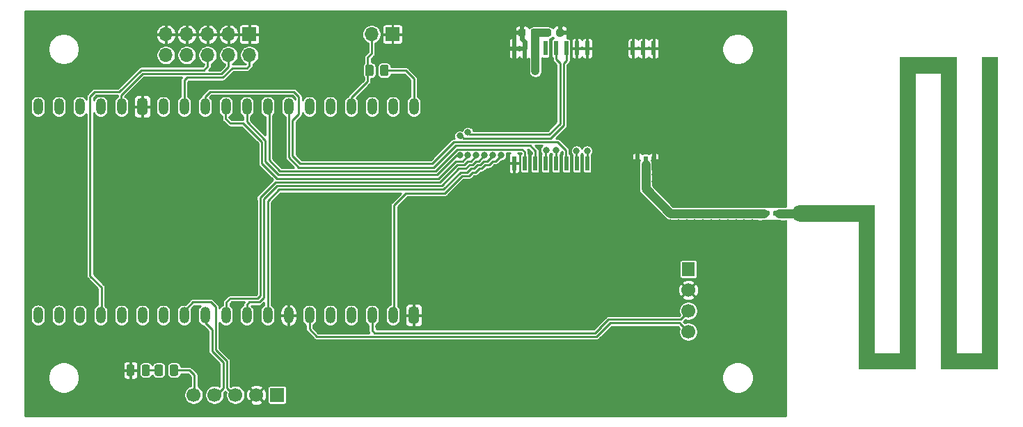
<source format=gtl>
G04 #@! TF.GenerationSoftware,KiCad,Pcbnew,5.1.10*
G04 #@! TF.CreationDate,2021-12-29T16:53:06+01:00*
G04 #@! TF.ProjectId,meshtastic_jtag,6d657368-7461-4737-9469-635f6a746167,rev?*
G04 #@! TF.SameCoordinates,Original*
G04 #@! TF.FileFunction,Copper,L1,Top*
G04 #@! TF.FilePolarity,Positive*
%FSLAX46Y46*%
G04 Gerber Fmt 4.6, Leading zero omitted, Abs format (unit mm)*
G04 Created by KiCad (PCBNEW 5.1.10) date 2021-12-29 16:53:06*
%MOMM*%
%LPD*%
G01*
G04 APERTURE LIST*
G04 #@! TA.AperFunction,EtchedComponent*
%ADD10C,0.100000*%
G04 #@! TD*
G04 #@! TA.AperFunction,ComponentPad*
%ADD11C,1.700000*%
G04 #@! TD*
G04 #@! TA.AperFunction,ComponentPad*
%ADD12R,1.524000X1.700000*%
G04 #@! TD*
G04 #@! TA.AperFunction,ComponentPad*
%ADD13R,1.700000X1.700000*%
G04 #@! TD*
G04 #@! TA.AperFunction,ComponentPad*
%ADD14O,1.200000X2.000000*%
G04 #@! TD*
G04 #@! TA.AperFunction,SMDPad,CuDef*
%ADD15R,0.500000X1.800000*%
G04 #@! TD*
G04 #@! TA.AperFunction,ComponentPad*
%ADD16O,1.700000X1.700000*%
G04 #@! TD*
G04 #@! TA.AperFunction,ComponentPad*
%ADD17R,0.808000X0.808000*%
G04 #@! TD*
G04 #@! TA.AperFunction,ViaPad*
%ADD18C,0.800000*%
G04 #@! TD*
G04 #@! TA.AperFunction,Conductor*
%ADD19C,0.250000*%
G04 #@! TD*
G04 #@! TA.AperFunction,Conductor*
%ADD20C,0.200000*%
G04 #@! TD*
G04 #@! TA.AperFunction,Conductor*
%ADD21C,0.600000*%
G04 #@! TD*
G04 #@! TA.AperFunction,Conductor*
%ADD22C,1.070000*%
G04 #@! TD*
G04 #@! TA.AperFunction,Conductor*
%ADD23C,1.000000*%
G04 #@! TD*
G04 #@! TA.AperFunction,Conductor*
%ADD24C,0.100000*%
G04 #@! TD*
G04 APERTURE END LIST*
D10*
G36*
X218700000Y-96000000D02*
G01*
X218700000Y-98000000D01*
X227700000Y-98000000D01*
X227700000Y-96000000D01*
X218700000Y-96000000D01*
G37*
G36*
X225700000Y-98000000D02*
G01*
X225700000Y-116000000D01*
X227700000Y-116000000D01*
X227700000Y-98000000D01*
X225700000Y-98000000D01*
G37*
G36*
X227700000Y-114000000D02*
G01*
X227700000Y-116000000D01*
X230700000Y-116000000D01*
X230700000Y-114000000D01*
X227700000Y-114000000D01*
G37*
G36*
X230700000Y-78000000D02*
G01*
X230700000Y-116000000D01*
X232700000Y-116000000D01*
X232700000Y-78000000D01*
X230700000Y-78000000D01*
G37*
G36*
X232700000Y-78000000D02*
G01*
X232700000Y-80000000D01*
X235700000Y-80000000D01*
X235700000Y-78000000D01*
X232700000Y-78000000D01*
G37*
G36*
X235700000Y-78000000D02*
G01*
X235700000Y-116000000D01*
X237700000Y-116000000D01*
X237700000Y-78000000D01*
X235700000Y-78000000D01*
G37*
G36*
X237700000Y-114000000D02*
G01*
X237700000Y-116000000D01*
X242700000Y-116000000D01*
X242700000Y-114000000D01*
X237700000Y-114000000D01*
G37*
G36*
X240700000Y-78000000D02*
G01*
X240700000Y-114000000D01*
X242700000Y-114000000D01*
X242700000Y-78000000D01*
X240700000Y-78000000D01*
G37*
D11*
X205000000Y-111410000D03*
X205000000Y-108870000D03*
X205000000Y-106330000D03*
D12*
X205000000Y-103790000D03*
D11*
X144820000Y-119100000D03*
X147360000Y-119100000D03*
X149900000Y-119100000D03*
X152440000Y-119100000D03*
D13*
X154980000Y-119100000D03*
G04 #@! TA.AperFunction,SMDPad,CuDef*
G36*
G01*
X167500000Y-80050002D02*
X167500000Y-79149998D01*
G75*
G02*
X167749998Y-78900000I249998J0D01*
G01*
X168275002Y-78900000D01*
G75*
G02*
X168525000Y-79149998I0J-249998D01*
G01*
X168525000Y-80050002D01*
G75*
G02*
X168275002Y-80300000I-249998J0D01*
G01*
X167749998Y-80300000D01*
G75*
G02*
X167500000Y-80050002I0J249998D01*
G01*
G37*
G04 #@! TD.AperFunction*
G04 #@! TA.AperFunction,SMDPad,CuDef*
G36*
G01*
X165675000Y-80050002D02*
X165675000Y-79149998D01*
G75*
G02*
X165924998Y-78900000I249998J0D01*
G01*
X166450002Y-78900000D01*
G75*
G02*
X166700000Y-79149998I0J-249998D01*
G01*
X166700000Y-80050002D01*
G75*
G02*
X166450002Y-80300000I-249998J0D01*
G01*
X165924998Y-80300000D01*
G75*
G02*
X165675000Y-80050002I0J249998D01*
G01*
G37*
G04 #@! TD.AperFunction*
G04 #@! TA.AperFunction,SMDPad,CuDef*
G36*
G01*
X141900000Y-116550002D02*
X141900000Y-115649998D01*
G75*
G02*
X142149998Y-115400000I249998J0D01*
G01*
X142675002Y-115400000D01*
G75*
G02*
X142925000Y-115649998I0J-249998D01*
G01*
X142925000Y-116550002D01*
G75*
G02*
X142675002Y-116800000I-249998J0D01*
G01*
X142149998Y-116800000D01*
G75*
G02*
X141900000Y-116550002I0J249998D01*
G01*
G37*
G04 #@! TD.AperFunction*
G04 #@! TA.AperFunction,SMDPad,CuDef*
G36*
G01*
X140075000Y-116550002D02*
X140075000Y-115649998D01*
G75*
G02*
X140324998Y-115400000I249998J0D01*
G01*
X140850002Y-115400000D01*
G75*
G02*
X141100000Y-115649998I0J-249998D01*
G01*
X141100000Y-116550002D01*
G75*
G02*
X140850002Y-116800000I-249998J0D01*
G01*
X140324998Y-116800000D01*
G75*
G02*
X140075000Y-116550002I0J249998D01*
G01*
G37*
G04 #@! TD.AperFunction*
G04 #@! TA.AperFunction,SMDPad,CuDef*
G36*
G01*
X138512500Y-116556250D02*
X138512500Y-115643750D01*
G75*
G02*
X138756250Y-115400000I243750J0D01*
G01*
X139243750Y-115400000D01*
G75*
G02*
X139487500Y-115643750I0J-243750D01*
G01*
X139487500Y-116556250D01*
G75*
G02*
X139243750Y-116800000I-243750J0D01*
G01*
X138756250Y-116800000D01*
G75*
G02*
X138512500Y-116556250I0J243750D01*
G01*
G37*
G04 #@! TD.AperFunction*
G04 #@! TA.AperFunction,SMDPad,CuDef*
G36*
G01*
X136637500Y-116556250D02*
X136637500Y-115643750D01*
G75*
G02*
X136881250Y-115400000I243750J0D01*
G01*
X137368750Y-115400000D01*
G75*
G02*
X137612500Y-115643750I0J-243750D01*
G01*
X137612500Y-116556250D01*
G75*
G02*
X137368750Y-116800000I-243750J0D01*
G01*
X136881250Y-116800000D01*
G75*
G02*
X136637500Y-116556250I0J243750D01*
G01*
G37*
G04 #@! TD.AperFunction*
G04 #@! TA.AperFunction,ComponentPad*
G36*
G01*
X172197280Y-108703680D02*
X172197280Y-110103680D01*
G75*
G02*
X171897280Y-110403680I-300000J0D01*
G01*
X171297280Y-110403680D01*
G75*
G02*
X170997280Y-110103680I0J300000D01*
G01*
X170997280Y-108703680D01*
G75*
G02*
X171297280Y-108403680I300000J0D01*
G01*
X171897280Y-108403680D01*
G75*
G02*
X172197280Y-108703680I0J-300000D01*
G01*
G37*
G04 #@! TD.AperFunction*
D14*
X169057280Y-109403680D03*
X166517280Y-109403680D03*
X163977280Y-109403680D03*
X161437280Y-109403680D03*
X158897280Y-109403680D03*
X156357280Y-109403680D03*
X153817280Y-109403680D03*
X151277280Y-109403680D03*
X148737280Y-109403680D03*
X146197280Y-109403680D03*
X143657280Y-109403680D03*
X141117280Y-109403680D03*
X138577280Y-109403680D03*
X136037280Y-109403680D03*
X133497280Y-109403680D03*
X130957280Y-109403680D03*
X128420000Y-109400000D03*
X125880000Y-109400000D03*
X125877280Y-84003680D03*
X128417280Y-84003680D03*
X130957280Y-84003680D03*
X133497280Y-84003680D03*
X136037280Y-84003680D03*
G04 #@! TA.AperFunction,ComponentPad*
G36*
G01*
X139177280Y-83303680D02*
X139177280Y-84703680D01*
G75*
G02*
X138877280Y-85003680I-300000J0D01*
G01*
X138277280Y-85003680D01*
G75*
G02*
X137977280Y-84703680I0J300000D01*
G01*
X137977280Y-83303680D01*
G75*
G02*
X138277280Y-83003680I300000J0D01*
G01*
X138877280Y-83003680D01*
G75*
G02*
X139177280Y-83303680I0J-300000D01*
G01*
G37*
G04 #@! TD.AperFunction*
X141117280Y-84003680D03*
X143657280Y-84003680D03*
X146197280Y-84003680D03*
X148737280Y-84003680D03*
X151277280Y-84003680D03*
X153817280Y-84003680D03*
X156357280Y-84003680D03*
X158897280Y-84003680D03*
X161437280Y-84003680D03*
X163977280Y-84003680D03*
X166517280Y-84003680D03*
X169057280Y-84003680D03*
X171597280Y-84003680D03*
D15*
X200800000Y-90900000D03*
X199800000Y-90900000D03*
X198800000Y-90900000D03*
X192690000Y-90900000D03*
X191420000Y-90900000D03*
X190150000Y-90900000D03*
X188880000Y-90900000D03*
X187610000Y-90900000D03*
X186340000Y-90900000D03*
X185070000Y-90900000D03*
X183800000Y-90900000D03*
X183800000Y-76900000D03*
X185070000Y-76900000D03*
X186340000Y-76900000D03*
X187610000Y-76900000D03*
X188880000Y-76900000D03*
X190150000Y-76900000D03*
X191420000Y-76900000D03*
X192690000Y-76900000D03*
X198260000Y-76900000D03*
X199530000Y-76900000D03*
X200800000Y-76900000D03*
D16*
X141440000Y-77740000D03*
X141440000Y-75200000D03*
X143980000Y-77740000D03*
X143980000Y-75200000D03*
X146520000Y-77740000D03*
X146520000Y-75200000D03*
X149060000Y-77740000D03*
X149060000Y-75200000D03*
X151600000Y-77740000D03*
D13*
X151600000Y-75200000D03*
D16*
X166460000Y-75200000D03*
D13*
X169000000Y-75200000D03*
G04 #@! TA.AperFunction,SMDPad,CuDef*
G36*
G01*
X185200000Y-74750000D02*
X185200000Y-75250000D01*
G75*
G02*
X184975000Y-75475000I-225000J0D01*
G01*
X184525000Y-75475000D01*
G75*
G02*
X184300000Y-75250000I0J225000D01*
G01*
X184300000Y-74750000D01*
G75*
G02*
X184525000Y-74525000I225000J0D01*
G01*
X184975000Y-74525000D01*
G75*
G02*
X185200000Y-74750000I0J-225000D01*
G01*
G37*
G04 #@! TD.AperFunction*
G04 #@! TA.AperFunction,SMDPad,CuDef*
G36*
G01*
X186750000Y-74750000D02*
X186750000Y-75250000D01*
G75*
G02*
X186525000Y-75475000I-225000J0D01*
G01*
X186075000Y-75475000D01*
G75*
G02*
X185850000Y-75250000I0J225000D01*
G01*
X185850000Y-74750000D01*
G75*
G02*
X186075000Y-74525000I225000J0D01*
G01*
X186525000Y-74525000D01*
G75*
G02*
X186750000Y-74750000I0J-225000D01*
G01*
G37*
G04 #@! TD.AperFunction*
G04 #@! TA.AperFunction,SMDPad,CuDef*
G36*
G01*
X188950000Y-75250000D02*
X188950000Y-74750000D01*
G75*
G02*
X189175000Y-74525000I225000J0D01*
G01*
X189625000Y-74525000D01*
G75*
G02*
X189850000Y-74750000I0J-225000D01*
G01*
X189850000Y-75250000D01*
G75*
G02*
X189625000Y-75475000I-225000J0D01*
G01*
X189175000Y-75475000D01*
G75*
G02*
X188950000Y-75250000I0J225000D01*
G01*
G37*
G04 #@! TD.AperFunction*
G04 #@! TA.AperFunction,SMDPad,CuDef*
G36*
G01*
X187400000Y-75250000D02*
X187400000Y-74750000D01*
G75*
G02*
X187625000Y-74525000I225000J0D01*
G01*
X188075000Y-74525000D01*
G75*
G02*
X188300000Y-74750000I0J-225000D01*
G01*
X188300000Y-75250000D01*
G75*
G02*
X188075000Y-75475000I-225000J0D01*
G01*
X187625000Y-75475000D01*
G75*
G02*
X187400000Y-75250000I0J225000D01*
G01*
G37*
G04 #@! TD.AperFunction*
D17*
X218160000Y-97000000D03*
X220700000Y-97000000D03*
X222700000Y-97000000D03*
X224700000Y-97000000D03*
X226700000Y-97000000D03*
X226700000Y-99000000D03*
X226700000Y-101000000D03*
X226700000Y-103000000D03*
X226700000Y-105000000D03*
X226700000Y-107000000D03*
X226700000Y-109000000D03*
X226700000Y-111000000D03*
X226700000Y-113000000D03*
X227200000Y-115000000D03*
X229200000Y-115000000D03*
X231200000Y-115000000D03*
X231700000Y-113000000D03*
X231700000Y-111000000D03*
X231700000Y-109000000D03*
X231700000Y-107000000D03*
X231700000Y-105000000D03*
X231700000Y-103000000D03*
X231700000Y-101000000D03*
X231700000Y-99000000D03*
X231700000Y-97000000D03*
X231700000Y-95000000D03*
X231700000Y-93000000D03*
X231700000Y-91000000D03*
X231700000Y-89000000D03*
X231700000Y-87000000D03*
X231700000Y-85000000D03*
X231700000Y-83000000D03*
X231700000Y-81000000D03*
X232200000Y-79000000D03*
X234200000Y-79000000D03*
X236200000Y-79000000D03*
X236700000Y-81000000D03*
X236700000Y-83000000D03*
X236700000Y-85000000D03*
X236700000Y-87000000D03*
X236700000Y-89000000D03*
X236700000Y-91000000D03*
X236700000Y-93000000D03*
X236700000Y-95000000D03*
X236700000Y-97000000D03*
X236700000Y-99000000D03*
X236700000Y-101000000D03*
X236700000Y-103000000D03*
X236700000Y-105000000D03*
X236700000Y-107000000D03*
X236700000Y-109000000D03*
X237200000Y-115000000D03*
X236700000Y-111000000D03*
X236700000Y-113000000D03*
X239200000Y-115000000D03*
X241200000Y-115000000D03*
X241700000Y-113000000D03*
X241700000Y-111000000D03*
X241700000Y-109000000D03*
X241700000Y-107000000D03*
X241700000Y-105000000D03*
X241700000Y-103000000D03*
X241700000Y-101000000D03*
X241700000Y-99000000D03*
X241700000Y-97000000D03*
X241700000Y-95000000D03*
X241700000Y-93000000D03*
X241700000Y-91000000D03*
X241700000Y-89000000D03*
X241700000Y-87000000D03*
X241700000Y-85000000D03*
X241700000Y-83000000D03*
X241700000Y-81000000D03*
X241700000Y-79000000D03*
G04 #@! TA.AperFunction,SMDPad,CuDef*
G36*
G01*
X218450000Y-96000000D02*
X218950000Y-96000000D01*
G75*
G02*
X219700000Y-96750000I0J-750000D01*
G01*
X219700000Y-97250000D01*
G75*
G02*
X218950000Y-98000000I-750000J0D01*
G01*
X218450000Y-98000000D01*
G75*
G02*
X217700000Y-97250000I0J750000D01*
G01*
X217700000Y-96750000D01*
G75*
G02*
X218450000Y-96000000I750000J0D01*
G01*
G37*
G04 #@! TD.AperFunction*
G04 #@! TA.AperFunction,SMDPad,CuDef*
G36*
G01*
X215300000Y-97170000D02*
X215300000Y-96830000D01*
G75*
G02*
X215440000Y-96690000I140000J0D01*
G01*
X215720000Y-96690000D01*
G75*
G02*
X215860000Y-96830000I0J-140000D01*
G01*
X215860000Y-97170000D01*
G75*
G02*
X215720000Y-97310000I-140000J0D01*
G01*
X215440000Y-97310000D01*
G75*
G02*
X215300000Y-97170000I0J140000D01*
G01*
G37*
G04 #@! TD.AperFunction*
G04 #@! TA.AperFunction,SMDPad,CuDef*
G36*
G01*
X214340000Y-97170000D02*
X214340000Y-96830000D01*
G75*
G02*
X214480000Y-96690000I140000J0D01*
G01*
X214760000Y-96690000D01*
G75*
G02*
X214900000Y-96830000I0J-140000D01*
G01*
X214900000Y-97170000D01*
G75*
G02*
X214760000Y-97310000I-140000J0D01*
G01*
X214480000Y-97310000D01*
G75*
G02*
X214340000Y-97170000I0J140000D01*
G01*
G37*
G04 #@! TD.AperFunction*
G04 #@! TA.AperFunction,SMDPad,CuDef*
G36*
G01*
X216330000Y-98020000D02*
X216670000Y-98020000D01*
G75*
G02*
X216810000Y-98160000I0J-140000D01*
G01*
X216810000Y-98440000D01*
G75*
G02*
X216670000Y-98580000I-140000J0D01*
G01*
X216330000Y-98580000D01*
G75*
G02*
X216190000Y-98440000I0J140000D01*
G01*
X216190000Y-98160000D01*
G75*
G02*
X216330000Y-98020000I140000J0D01*
G01*
G37*
G04 #@! TD.AperFunction*
G04 #@! TA.AperFunction,SMDPad,CuDef*
G36*
G01*
X216330000Y-97060000D02*
X216670000Y-97060000D01*
G75*
G02*
X216810000Y-97200000I0J-140000D01*
G01*
X216810000Y-97480000D01*
G75*
G02*
X216670000Y-97620000I-140000J0D01*
G01*
X216330000Y-97620000D01*
G75*
G02*
X216190000Y-97480000I0J140000D01*
G01*
X216190000Y-97200000D01*
G75*
G02*
X216330000Y-97060000I140000J0D01*
G01*
G37*
G04 #@! TD.AperFunction*
G04 #@! TA.AperFunction,SMDPad,CuDef*
G36*
G01*
X213530000Y-98000000D02*
X213870000Y-98000000D01*
G75*
G02*
X214010000Y-98140000I0J-140000D01*
G01*
X214010000Y-98420000D01*
G75*
G02*
X213870000Y-98560000I-140000J0D01*
G01*
X213530000Y-98560000D01*
G75*
G02*
X213390000Y-98420000I0J140000D01*
G01*
X213390000Y-98140000D01*
G75*
G02*
X213530000Y-98000000I140000J0D01*
G01*
G37*
G04 #@! TD.AperFunction*
G04 #@! TA.AperFunction,SMDPad,CuDef*
G36*
G01*
X213530000Y-97040000D02*
X213870000Y-97040000D01*
G75*
G02*
X214010000Y-97180000I0J-140000D01*
G01*
X214010000Y-97460000D01*
G75*
G02*
X213870000Y-97600000I-140000J0D01*
G01*
X213530000Y-97600000D01*
G75*
G02*
X213390000Y-97460000I0J140000D01*
G01*
X213390000Y-97180000D01*
G75*
G02*
X213530000Y-97040000I140000J0D01*
G01*
G37*
G04 #@! TD.AperFunction*
D18*
X216600000Y-94950000D03*
X216600000Y-93950000D03*
X216600000Y-91950000D03*
X216600000Y-89950000D03*
X216600000Y-87950000D03*
X216600000Y-85950000D03*
X216600000Y-83950000D03*
X216600000Y-81950000D03*
X216600000Y-79950000D03*
X216600000Y-73950000D03*
X216600000Y-100250000D03*
X216600000Y-102250000D03*
X216600000Y-104250000D03*
X216600000Y-106250000D03*
X216600000Y-108250000D03*
X216600000Y-110250000D03*
X216600000Y-112250000D03*
X216600000Y-114250000D03*
X216600000Y-120250000D03*
X198100000Y-90900000D03*
X198100000Y-91700000D03*
X201500000Y-90900000D03*
X201500000Y-91700000D03*
X216600000Y-95800000D03*
X215500000Y-95865000D03*
X214500000Y-95865000D03*
X213500000Y-95865000D03*
X212500000Y-95865000D03*
X211500000Y-95865000D03*
X210500000Y-95865000D03*
X209500000Y-95865000D03*
X208500000Y-95865000D03*
X207500000Y-95865000D03*
X206500000Y-95865000D03*
X205500000Y-95865000D03*
X204500000Y-95865000D03*
X203500000Y-95865000D03*
X202652567Y-95247433D03*
X201952567Y-94547433D03*
X201252567Y-93847433D03*
X212800000Y-98135000D03*
X211800000Y-98135000D03*
X210800000Y-98135000D03*
X209800000Y-98135000D03*
X208800000Y-98135000D03*
X207800000Y-98135000D03*
X206800000Y-98135000D03*
X205800000Y-98135000D03*
X204800000Y-98135000D03*
X203800000Y-98135000D03*
X202800000Y-98135000D03*
X201897433Y-97702567D03*
X201197433Y-97002567D03*
X200497433Y-96302567D03*
X199797433Y-95602567D03*
X199097433Y-94902567D03*
X198679999Y-93994115D03*
X198679999Y-93100000D03*
X214600000Y-98300000D03*
X215600000Y-98300000D03*
X212800000Y-99000000D03*
X213700000Y-99200000D03*
X216600000Y-99200000D03*
X198000000Y-80000000D03*
X196000000Y-80000000D03*
X194000000Y-80000000D03*
X192000000Y-80000000D03*
X192000000Y-82000000D03*
X192000000Y-84000000D03*
X192000000Y-86000000D03*
X192000000Y-88000000D03*
X194000000Y-88000000D03*
X196000000Y-88000000D03*
X198000000Y-88000000D03*
X200000000Y-88000000D03*
X200000000Y-86000000D03*
X200000000Y-84000000D03*
X200000000Y-80000000D03*
X200000000Y-82000000D03*
X198000000Y-82000000D03*
X196000000Y-82000000D03*
X194000000Y-82000000D03*
X194000000Y-84000000D03*
X196000000Y-84000000D03*
X198000000Y-84000000D03*
X196000000Y-86000000D03*
X198000000Y-86000000D03*
X194000000Y-86000000D03*
X216600000Y-116250000D03*
X216600000Y-118250000D03*
X216600000Y-77950000D03*
X216600000Y-75950000D03*
X198679999Y-92300000D03*
X200949999Y-93100000D03*
X200949999Y-92300000D03*
X187700000Y-89300000D03*
X182212578Y-89925020D03*
X188900000Y-89300000D03*
X181212575Y-89925020D03*
X180212654Y-89937671D03*
X192700000Y-89400000D03*
X179200000Y-89925020D03*
X191400000Y-89400000D03*
X178199066Y-89925020D03*
X178170145Y-87124990D03*
X177199063Y-89925020D03*
X177200000Y-87575000D03*
X186400000Y-78900000D03*
X186400000Y-79700000D03*
D19*
X216600000Y-93950000D02*
X216600000Y-92950000D01*
X216600000Y-91950000D02*
X216600000Y-90950000D01*
X216600000Y-89950000D02*
X216600000Y-88950000D01*
X216600000Y-87950000D02*
X216600000Y-86950000D01*
X216600000Y-85950000D02*
X216600000Y-84950000D01*
X216600000Y-83950000D02*
X216600000Y-82950000D01*
X216600000Y-81950000D02*
X216600000Y-80950000D01*
X216600000Y-79950000D02*
X216600000Y-78950000D01*
X216600000Y-77950000D02*
X216600000Y-76950000D01*
X216600000Y-101250000D02*
X216600000Y-102250000D01*
X216600000Y-103250000D02*
X216600000Y-104250000D01*
X216600000Y-105250000D02*
X216600000Y-106250000D01*
X216600000Y-107250000D02*
X216600000Y-108250000D01*
X216600000Y-109250000D02*
X216600000Y-110250000D01*
X216600000Y-111250000D02*
X216600000Y-112250000D01*
X216600000Y-113250000D02*
X216600000Y-114250000D01*
X216600000Y-115250000D02*
X216600000Y-116250000D01*
X216600000Y-117250000D02*
X216600000Y-118250000D01*
X216600000Y-119250000D02*
X216600000Y-120250000D01*
X216500000Y-100150000D02*
X216600000Y-100250000D01*
X216600000Y-100250000D02*
X216600000Y-120250000D01*
D20*
X198800000Y-90900000D02*
X198100000Y-90900000D01*
X200800000Y-90900000D02*
X201500000Y-90900000D01*
X200800000Y-90900000D02*
X200800000Y-92192120D01*
X200800000Y-92192120D02*
X201103940Y-92496060D01*
X200800000Y-90900000D02*
X200800000Y-91900000D01*
X200800000Y-91900000D02*
X201000000Y-92100000D01*
X201000000Y-92100000D02*
X201000000Y-91800000D01*
X201000000Y-91800000D02*
X201000000Y-91500000D01*
X201100000Y-91600000D02*
X201100000Y-92000000D01*
X201100000Y-92000000D02*
X201200000Y-92100000D01*
X216600000Y-94950000D02*
X216600000Y-95800000D01*
X214559451Y-95946178D02*
X214526140Y-95912867D01*
X215578471Y-95946178D02*
X214559451Y-95946178D01*
X213500000Y-95865000D02*
X212500000Y-95865000D01*
X211500000Y-95865000D02*
X210500000Y-95865000D01*
X209500000Y-95865000D02*
X208500000Y-95865000D01*
X207500000Y-95865000D02*
X206500000Y-95865000D01*
X205500000Y-95865000D02*
X204500000Y-95865000D01*
X203270134Y-95865000D02*
X202652567Y-95247433D01*
X203500000Y-95865000D02*
X203270134Y-95865000D01*
X201952567Y-94547433D02*
X201252567Y-93847433D01*
X212945000Y-98280000D02*
X212800000Y-98135000D01*
X213700000Y-98280000D02*
X212945000Y-98280000D01*
X211800000Y-98135000D02*
X210800000Y-98135000D01*
X209800000Y-98135000D02*
X208800000Y-98135000D01*
X207800000Y-98135000D02*
X206800000Y-98135000D01*
X205800000Y-98135000D02*
X204800000Y-98135000D01*
X203800000Y-98135000D02*
X202800000Y-98135000D01*
X201897433Y-97702567D02*
X201197433Y-97002567D01*
X200497433Y-96302567D02*
X199797433Y-95602567D01*
X198679999Y-94485133D02*
X198679999Y-93994115D01*
X199097433Y-94902567D02*
X198679999Y-94485133D01*
X214580000Y-98280000D02*
X214600000Y-98300000D01*
X213700000Y-98280000D02*
X214580000Y-98280000D01*
X212800000Y-99000000D02*
X213700000Y-99000000D01*
X185070000Y-76900000D02*
X185070000Y-75970000D01*
D21*
X185070000Y-76900000D02*
X185070000Y-76070000D01*
X185070000Y-76070000D02*
X184800000Y-75800000D01*
X184800000Y-75800000D02*
X184800000Y-75000000D01*
D20*
X199530000Y-78470000D02*
X198000000Y-80000000D01*
X199530000Y-76900000D02*
X199530000Y-78470000D01*
X196000000Y-80000000D02*
X194000000Y-80000000D01*
X192000000Y-80000000D02*
X192000000Y-82000000D01*
X192000000Y-84000000D02*
X192000000Y-86000000D01*
X192000000Y-88000000D02*
X194000000Y-88000000D01*
X196000000Y-88000000D02*
X198000000Y-88000000D01*
X200000000Y-86000000D02*
X200000000Y-84000000D01*
X200000000Y-80000000D02*
X200000000Y-82000000D01*
X198000000Y-82000000D02*
X196000000Y-82000000D01*
X194000000Y-82000000D02*
X194000000Y-84000000D01*
X196000000Y-84000000D02*
X198000000Y-84000000D01*
X196000000Y-86000000D02*
X198000000Y-86000000D01*
X196000000Y-86000000D02*
X194000000Y-86000000D01*
X216600000Y-114250000D02*
X216600000Y-116250000D01*
X216600000Y-116250000D02*
X216600000Y-118250000D01*
X216600000Y-79950000D02*
X216600000Y-77950000D01*
X216600000Y-77950000D02*
X216600000Y-75950000D01*
D19*
X216600000Y-75950000D02*
X216600000Y-73950000D01*
X216600000Y-94950000D02*
X216600000Y-75950000D01*
D20*
X201252567Y-93402568D02*
X200949999Y-93100000D01*
X201252567Y-93847433D02*
X201252567Y-93402568D01*
D21*
X198100000Y-91720001D02*
X198679999Y-92300000D01*
X198100000Y-91700000D02*
X198100000Y-91720001D01*
X198236275Y-90900000D02*
X198100000Y-90900000D01*
X198700000Y-92300000D02*
X198779989Y-92220011D01*
X198679999Y-92300000D02*
X198700000Y-92300000D01*
X198679999Y-92300000D02*
X198679999Y-92120001D01*
X198779989Y-92220011D02*
X198779989Y-90779989D01*
X198659978Y-90900000D02*
X198100000Y-90900000D01*
X198779989Y-90779989D02*
X198659978Y-90900000D01*
X198659978Y-91140022D02*
X198659978Y-90900000D01*
X198100000Y-91700000D02*
X198659978Y-91140022D01*
X200949999Y-92049999D02*
X200850009Y-91950009D01*
X200949999Y-92300000D02*
X200949999Y-92049999D01*
X200850009Y-91950009D02*
X200850009Y-91200000D01*
X201200000Y-91200000D02*
X201500000Y-90900000D01*
X200850009Y-91200000D02*
X201200000Y-91200000D01*
X201500000Y-91700000D02*
X201500000Y-90900000D01*
D20*
X212865000Y-98135000D02*
X213164990Y-97835010D01*
X212800000Y-98135000D02*
X212865000Y-98135000D01*
D22*
X218700000Y-97100000D02*
X218400000Y-97100000D01*
D23*
X218700000Y-97000000D02*
X218600000Y-97100000D01*
D22*
X218700000Y-97000000D02*
X216000000Y-97000000D01*
D19*
X170649933Y-94550067D02*
X169200000Y-96000000D01*
X169200000Y-96000000D02*
X169200000Y-109400000D01*
X187610000Y-89390000D02*
X187700000Y-89300000D01*
X187610000Y-90900000D02*
X187610000Y-89390000D01*
X175250067Y-94550067D02*
X175359164Y-94550066D01*
X175250067Y-94550067D02*
X170649933Y-94550067D01*
X175359164Y-94550066D02*
X177459171Y-92450059D01*
X177549943Y-92450057D02*
X178292668Y-92450057D01*
X177549941Y-92450059D02*
X177549943Y-92450057D01*
X177459171Y-92450059D02*
X177549941Y-92450059D01*
X178742676Y-92000049D02*
X179106270Y-92000048D01*
X178292668Y-92450057D02*
X178742676Y-92000049D01*
X179556277Y-91550041D02*
X179873103Y-91550040D01*
X179106270Y-92000048D02*
X179556277Y-91550041D01*
X180310461Y-91112682D02*
X180747056Y-91112681D01*
X179873103Y-91550040D02*
X180310461Y-91112682D01*
X182212578Y-89998019D02*
X182212578Y-89925020D01*
X181560576Y-90650021D02*
X182212578Y-89998019D01*
X181209716Y-90650021D02*
X181560576Y-90650021D01*
X180747056Y-91112681D02*
X181209716Y-90650021D01*
X195300000Y-109900000D02*
X204100000Y-109900000D01*
X194200000Y-111000000D02*
X195300000Y-109900000D01*
X204100000Y-109900000D02*
X205000000Y-109000000D01*
X166517280Y-110917280D02*
X166600000Y-111000000D01*
X166517280Y-109403680D02*
X166517280Y-110917280D01*
X166517280Y-109403680D02*
X166517280Y-111267270D01*
X166517280Y-111267270D02*
X166800000Y-111549990D01*
X166800000Y-111549990D02*
X193650010Y-111549990D01*
X193650010Y-111549990D02*
X194400000Y-110800000D01*
X158900000Y-111100000D02*
X158900000Y-109200000D01*
X193836410Y-112000000D02*
X159800000Y-112000000D01*
X195486400Y-110350010D02*
X193836410Y-112000000D01*
X203950010Y-110350010D02*
X195486400Y-110350010D01*
X203990000Y-110390000D02*
X203950010Y-110350010D01*
X159800000Y-112000000D02*
X158900000Y-111100000D01*
X203990000Y-110400000D02*
X203990000Y-110390000D01*
X205000000Y-111410000D02*
X203990000Y-110400000D01*
X188880000Y-89320000D02*
X188900000Y-89300000D01*
X188880000Y-90900000D02*
X188880000Y-89320000D01*
X179369877Y-91100031D02*
X179686703Y-91100031D01*
X181212575Y-90010752D02*
X181212575Y-89925020D01*
X178919869Y-91550039D02*
X179369877Y-91100031D01*
X180124063Y-90662672D02*
X180560655Y-90662672D01*
X178106267Y-92000048D02*
X178556276Y-91550039D01*
X177272771Y-92000049D02*
X178106267Y-92000048D01*
X180560655Y-90662672D02*
X181212575Y-90010752D01*
X178556276Y-91550039D02*
X178919869Y-91550039D01*
X175172763Y-94100057D02*
X177272771Y-92000049D01*
X155172766Y-94100057D02*
X175172763Y-94100057D01*
X153817280Y-95455542D02*
X155172766Y-94100057D01*
X179686703Y-91100031D02*
X180124063Y-90662672D01*
X153817280Y-109403680D02*
X153817280Y-95455542D01*
X151277280Y-108122720D02*
X151277280Y-109403680D01*
X153367270Y-107232730D02*
X152800000Y-107800000D01*
X152800000Y-107800000D02*
X151600000Y-107800000D01*
X154986365Y-93650047D02*
X153367270Y-95269142D01*
X151600000Y-107800000D02*
X151277280Y-108122720D01*
X153367270Y-95269142D02*
X153367270Y-107232730D01*
X154986365Y-93650047D02*
X174986362Y-93650048D01*
X174986362Y-93650048D02*
X177086371Y-91550039D01*
X192700000Y-89400000D02*
X192700000Y-90800000D01*
X177086371Y-91550039D02*
X177919866Y-91550039D01*
X177919866Y-91550039D02*
X178369874Y-91100031D01*
X178369874Y-91100031D02*
X178733468Y-91100030D01*
X179183477Y-90650021D02*
X179500304Y-90650021D01*
X178733468Y-91100030D02*
X179183477Y-90650021D01*
X180212654Y-89937671D02*
X180162329Y-89937671D01*
X179500304Y-90650021D02*
X180212654Y-89937671D01*
X191400000Y-89400000D02*
X191400000Y-90800000D01*
X178547067Y-90650021D02*
X179200000Y-89997088D01*
X152613600Y-107349990D02*
X152917260Y-107046330D01*
X148800000Y-107800000D02*
X149250010Y-107349990D01*
X152917260Y-107046330D02*
X152917260Y-95317260D01*
X149250010Y-107349990D02*
X152613600Y-107349990D01*
X176899969Y-91100031D02*
X177733465Y-91100030D01*
X148800000Y-109400000D02*
X148800000Y-107800000D01*
X154799963Y-93200039D02*
X174799961Y-93200039D01*
X152900001Y-95300001D02*
X152900001Y-95100001D01*
X152917260Y-95317260D02*
X152900001Y-95300001D01*
X152900001Y-95100001D02*
X154799963Y-93200039D01*
X179200000Y-89997088D02*
X179200000Y-89925020D01*
X174799961Y-93200039D02*
X176899969Y-91100031D01*
X177733465Y-91100030D02*
X178183474Y-90650021D01*
X178183474Y-90650021D02*
X178547067Y-90650021D01*
X146197280Y-109403680D02*
X146197280Y-110297280D01*
X146197280Y-110297280D02*
X147049990Y-111149990D01*
X147049990Y-111149990D02*
X147049991Y-113786401D01*
X147049991Y-113786401D02*
X148400000Y-115136410D01*
X148400000Y-115136410D02*
X148400000Y-118300000D01*
X148400000Y-118300000D02*
X147400000Y-119300000D01*
X144700000Y-107800000D02*
X143657280Y-108842720D01*
X143657280Y-108842720D02*
X143657280Y-109403680D01*
X146900000Y-107800000D02*
X144700000Y-107800000D01*
X147500000Y-108400000D02*
X146900000Y-107800000D01*
X147500000Y-113600000D02*
X147500000Y-108400000D01*
X148850009Y-114950009D02*
X147500000Y-113600000D01*
X148850010Y-118250010D02*
X148850009Y-114950009D01*
X149900000Y-119300000D02*
X148850010Y-118250010D01*
X132200000Y-104600000D02*
X133600000Y-106000000D01*
X133600000Y-106000000D02*
X133600000Y-109600000D01*
X146520000Y-77740000D02*
X146520000Y-79080000D01*
X146520000Y-79080000D02*
X146050010Y-79549990D01*
X146050010Y-79549990D02*
X138413599Y-79549991D01*
X138413599Y-79549991D02*
X135763590Y-82200000D01*
X132800000Y-82200000D02*
X132200000Y-82800000D01*
X135763590Y-82200000D02*
X132800000Y-82200000D01*
X132200000Y-82800000D02*
X132200000Y-104600000D01*
X149060000Y-77740000D02*
X149060000Y-79140000D01*
X149060000Y-79140000D02*
X148200000Y-80000000D01*
X148200000Y-80000000D02*
X138600000Y-80000000D01*
X138600000Y-80000000D02*
X136000000Y-82600000D01*
X136000000Y-82600000D02*
X136000000Y-84200000D01*
X143657280Y-84003680D02*
X143657280Y-80792730D01*
X143657280Y-80792730D02*
X144000000Y-80450010D01*
X144000000Y-80450010D02*
X148386401Y-80450009D01*
X148386401Y-80450009D02*
X149536410Y-79300000D01*
X151300000Y-79300000D02*
X151600000Y-79000000D01*
X149536410Y-79300000D02*
X151300000Y-79300000D01*
X151600000Y-77740000D02*
X151600000Y-79000000D01*
X156850010Y-90013600D02*
X157786400Y-90949990D01*
X156850010Y-85649990D02*
X156850010Y-90013600D01*
X157600000Y-82800000D02*
X157600000Y-84900000D01*
X146800000Y-82200000D02*
X157000000Y-82200000D01*
X157600000Y-84900000D02*
X156850010Y-85649990D01*
X146200000Y-82800000D02*
X146800000Y-82200000D01*
X157000000Y-82200000D02*
X157600000Y-82800000D01*
X146200000Y-84000000D02*
X146200000Y-82800000D01*
X157786400Y-90949990D02*
X173850010Y-90949990D01*
X173850010Y-90949990D02*
X176500000Y-88300000D01*
X176500000Y-88300000D02*
X189100000Y-88300000D01*
X189100000Y-88300000D02*
X190100000Y-89300000D01*
X190100000Y-89300000D02*
X190100000Y-90900000D01*
X153100000Y-88300000D02*
X150850010Y-86050010D01*
X153100000Y-90900000D02*
X153100000Y-88300000D01*
X154950030Y-92750030D02*
X153100000Y-90900000D01*
X150850010Y-86050010D02*
X149250010Y-86050010D01*
X149250010Y-86050010D02*
X148700000Y-85500000D01*
X148700000Y-85500000D02*
X148700000Y-84100000D01*
X174050030Y-92750030D02*
X154950030Y-92750030D01*
X178170145Y-87124990D02*
X178445135Y-87399980D01*
X178445135Y-87399980D02*
X188063610Y-87399980D01*
X188063610Y-87399980D02*
X189400000Y-86063590D01*
X189400000Y-86063590D02*
X189400000Y-78700000D01*
X189400000Y-78700000D02*
X188900000Y-78200000D01*
X188900000Y-78200000D02*
X188900000Y-77000000D01*
X174595614Y-92750026D02*
X174149974Y-92750026D01*
X177547064Y-90650021D02*
X176695619Y-90650021D01*
X178000000Y-90197085D02*
X177547064Y-90650021D01*
X178000000Y-90124086D02*
X178000000Y-90197085D01*
X174149970Y-92750030D02*
X174050030Y-92750030D01*
X174149974Y-92750026D02*
X174149970Y-92750030D01*
X176695619Y-90650021D02*
X174595614Y-92750026D01*
X178199066Y-89925020D02*
X178000000Y-90124086D01*
X151277280Y-84003680D02*
X151277280Y-85840870D01*
X151277280Y-85840870D02*
X153550010Y-88113600D01*
X153550010Y-88113600D02*
X153550010Y-90713600D01*
X153550010Y-90713600D02*
X155136430Y-92300020D01*
X155136430Y-92300020D02*
X163000000Y-92300020D01*
X173399981Y-92300019D02*
X174409213Y-92300017D01*
X161627199Y-92300019D02*
X173399981Y-92300019D01*
X176784210Y-89925020D02*
X177199063Y-89925020D01*
X174409213Y-92300017D02*
X176784210Y-89925020D01*
X177200000Y-87575000D02*
X177425000Y-87800000D01*
X190200000Y-78400000D02*
X190200000Y-77000000D01*
X189850010Y-78749990D02*
X190200000Y-78400000D01*
X189850010Y-86249990D02*
X189850010Y-78749990D01*
X177649990Y-87849990D02*
X188250010Y-87849990D01*
X177375000Y-87575000D02*
X177649990Y-87849990D01*
X188250010Y-87849990D02*
X189850010Y-86249990D01*
X177200000Y-87575000D02*
X177375000Y-87575000D01*
X155322830Y-91850010D02*
X154000020Y-90527200D01*
X154000020Y-90527200D02*
X154000020Y-86400020D01*
X154000020Y-86400020D02*
X154000000Y-86400000D01*
X154000000Y-86400000D02*
X154000000Y-84100000D01*
X154000000Y-84100000D02*
X153800000Y-83900000D01*
X163149992Y-91850008D02*
X174222812Y-91850008D01*
X163050010Y-91850010D02*
X163149990Y-91850010D01*
X163149990Y-91850010D02*
X163149992Y-91850008D01*
X163249990Y-91850010D02*
X163050010Y-91850010D01*
X163050010Y-91850010D02*
X155322830Y-91850010D01*
X174222812Y-91850008D02*
X176872800Y-89200020D01*
X176872800Y-89200020D02*
X184800020Y-89200020D01*
X184800020Y-89200020D02*
X185100000Y-89500000D01*
X185100000Y-89500000D02*
X185100000Y-90800000D01*
X162900000Y-91400000D02*
X157600000Y-91400000D01*
X157600000Y-91400000D02*
X156400000Y-90200000D01*
X156400000Y-90200000D02*
X156400000Y-83900000D01*
X162900000Y-91400000D02*
X174036411Y-91399999D01*
X174036411Y-91399999D02*
X176686400Y-88750010D01*
X176686400Y-88750010D02*
X185750010Y-88750010D01*
X185750010Y-88750010D02*
X186400000Y-89400000D01*
X186400000Y-89400000D02*
X186400000Y-90800000D01*
X166460000Y-75200000D02*
X166460000Y-77540000D01*
X166460000Y-77540000D02*
X166000000Y-78000000D01*
X166000000Y-78000000D02*
X166000000Y-79400000D01*
X165950000Y-79600000D02*
X165950000Y-80950000D01*
X165950000Y-80950000D02*
X164000000Y-82900000D01*
X164000000Y-82900000D02*
X164000000Y-83900000D01*
X167600000Y-79600000D02*
X170600000Y-79600000D01*
X170600000Y-79600000D02*
X171600000Y-80600000D01*
X171600000Y-80600000D02*
X171600000Y-84000000D01*
D23*
X186400000Y-78900000D02*
X186400000Y-76800000D01*
X186400000Y-78900000D02*
X186400000Y-79700000D01*
X186340000Y-76900000D02*
X186340000Y-75160000D01*
X186340000Y-75160000D02*
X186500000Y-75000000D01*
X186500000Y-75000000D02*
X187800000Y-75000000D01*
D22*
X212800000Y-97000000D02*
X214200000Y-97000000D01*
X202800000Y-97000000D02*
X212800000Y-97000000D01*
X199814999Y-94014999D02*
X202800000Y-97000000D01*
X199814999Y-91014999D02*
X199814999Y-94014999D01*
D19*
X139000000Y-116100000D02*
X140400000Y-116100000D01*
X142412500Y-116100000D02*
X144300000Y-116100000D01*
X144300000Y-116100000D02*
X144900000Y-116700000D01*
X144900000Y-116700000D02*
X144900000Y-119300000D01*
X216875000Y-96140000D02*
X215957754Y-96140000D01*
X215947601Y-96141000D01*
X214252399Y-96141000D01*
X214242246Y-96140000D01*
X203156224Y-96140000D01*
X200674999Y-93658776D01*
X200674999Y-92118751D01*
X200675000Y-92118750D01*
X200675000Y-91275000D01*
X200925000Y-91275000D01*
X200925000Y-92118750D01*
X201031250Y-92225000D01*
X201050000Y-92227056D01*
X201133314Y-92218850D01*
X201213427Y-92194548D01*
X201287260Y-92155084D01*
X201351974Y-92101974D01*
X201405084Y-92037260D01*
X201444548Y-91963427D01*
X201468850Y-91883314D01*
X201477056Y-91800000D01*
X201475000Y-91381250D01*
X201368750Y-91275000D01*
X200925000Y-91275000D01*
X200675000Y-91275000D01*
X200674999Y-91275000D01*
X200674999Y-90972753D01*
X200662555Y-90846410D01*
X200613380Y-90684299D01*
X200550000Y-90565723D01*
X200550000Y-90525000D01*
X200675000Y-90525000D01*
X200675000Y-89681250D01*
X200925000Y-89681250D01*
X200925000Y-90525000D01*
X201368750Y-90525000D01*
X201475000Y-90418750D01*
X201477056Y-90000000D01*
X201468850Y-89916686D01*
X201444548Y-89836573D01*
X201405084Y-89762740D01*
X201351974Y-89698026D01*
X201287260Y-89644916D01*
X201213427Y-89605452D01*
X201133314Y-89581150D01*
X201050000Y-89572944D01*
X201031250Y-89575000D01*
X200925000Y-89681250D01*
X200675000Y-89681250D01*
X200568750Y-89575000D01*
X200550000Y-89572944D01*
X200466686Y-89581150D01*
X200386573Y-89605452D01*
X200312740Y-89644916D01*
X200248026Y-89698026D01*
X200225603Y-89725348D01*
X200174974Y-89698287D01*
X200113711Y-89679703D01*
X200050000Y-89673428D01*
X199550000Y-89673428D01*
X199486289Y-89679703D01*
X199425026Y-89698287D01*
X199374397Y-89725348D01*
X199351974Y-89698026D01*
X199287260Y-89644916D01*
X199213427Y-89605452D01*
X199133314Y-89581150D01*
X199050000Y-89572944D01*
X199031250Y-89575000D01*
X198925000Y-89681250D01*
X198925000Y-90525000D01*
X199050000Y-90525000D01*
X199050000Y-90621847D01*
X199016618Y-90684300D01*
X198967443Y-90846411D01*
X198954999Y-90972754D01*
X198954999Y-91275000D01*
X198925000Y-91275000D01*
X198925000Y-92118750D01*
X198954999Y-92148749D01*
X198955000Y-93972750D01*
X198950839Y-94014999D01*
X198967443Y-94183588D01*
X199016619Y-94345699D01*
X199096476Y-94495101D01*
X199141586Y-94550067D01*
X199203946Y-94626053D01*
X199236759Y-94652982D01*
X202162017Y-97578241D01*
X202188946Y-97611054D01*
X202221759Y-97637983D01*
X202221760Y-97637984D01*
X202246819Y-97658549D01*
X202319898Y-97718524D01*
X202469300Y-97798381D01*
X202582235Y-97832639D01*
X202631410Y-97847556D01*
X202646975Y-97849089D01*
X202757754Y-97860000D01*
X202757761Y-97860000D01*
X202800000Y-97864160D01*
X202842239Y-97860000D01*
X213293349Y-97860000D01*
X213351451Y-97891056D01*
X213438976Y-97917607D01*
X213530000Y-97926572D01*
X213870000Y-97926572D01*
X213961024Y-97917607D01*
X214048549Y-97891056D01*
X214106651Y-97860000D01*
X214242246Y-97860000D01*
X214251181Y-97859120D01*
X215948819Y-97859120D01*
X215957754Y-97860000D01*
X216061111Y-97860000D01*
X216070786Y-97867940D01*
X216151451Y-97911056D01*
X216238976Y-97937607D01*
X216330000Y-97946572D01*
X216670000Y-97946572D01*
X216761024Y-97937607D01*
X216848549Y-97911056D01*
X216875000Y-97896918D01*
X216875000Y-121650000D01*
X124350000Y-121650000D01*
X124350000Y-116810404D01*
X127075000Y-116810404D01*
X127075000Y-117189596D01*
X127148977Y-117561502D01*
X127294087Y-117911829D01*
X127504755Y-118227116D01*
X127772884Y-118495245D01*
X128088171Y-118705913D01*
X128438498Y-118851023D01*
X128810404Y-118925000D01*
X129189596Y-118925000D01*
X129561502Y-118851023D01*
X129911829Y-118705913D01*
X130227116Y-118495245D01*
X130495245Y-118227116D01*
X130705913Y-117911829D01*
X130851023Y-117561502D01*
X130925000Y-117189596D01*
X130925000Y-116810404D01*
X130922931Y-116800000D01*
X136210444Y-116800000D01*
X136218650Y-116883314D01*
X136242952Y-116963427D01*
X136282416Y-117037260D01*
X136335526Y-117101974D01*
X136400240Y-117155084D01*
X136474073Y-117194548D01*
X136554186Y-117218850D01*
X136637500Y-117227056D01*
X136993750Y-117225000D01*
X137100000Y-117118750D01*
X137100000Y-116125000D01*
X137150000Y-116125000D01*
X137150000Y-117118750D01*
X137256250Y-117225000D01*
X137612500Y-117227056D01*
X137695814Y-117218850D01*
X137775927Y-117194548D01*
X137849760Y-117155084D01*
X137914474Y-117101974D01*
X137967584Y-117037260D01*
X138007048Y-116963427D01*
X138031350Y-116883314D01*
X138039556Y-116800000D01*
X138037500Y-116231250D01*
X137931250Y-116125000D01*
X137150000Y-116125000D01*
X137100000Y-116125000D01*
X136318750Y-116125000D01*
X136212500Y-116231250D01*
X136210444Y-116800000D01*
X130922931Y-116800000D01*
X130851023Y-116438498D01*
X130705913Y-116088171D01*
X130495245Y-115772884D01*
X130227116Y-115504755D01*
X130070340Y-115400000D01*
X136210444Y-115400000D01*
X136212500Y-115968750D01*
X136318750Y-116075000D01*
X137100000Y-116075000D01*
X137100000Y-115081250D01*
X137150000Y-115081250D01*
X137150000Y-116075000D01*
X137931250Y-116075000D01*
X138037500Y-115968750D01*
X138038674Y-115643750D01*
X138185928Y-115643750D01*
X138185928Y-116556250D01*
X138196887Y-116667514D01*
X138229341Y-116774503D01*
X138282045Y-116873104D01*
X138352971Y-116959529D01*
X138439396Y-117030455D01*
X138537997Y-117083159D01*
X138644986Y-117115613D01*
X138756250Y-117126572D01*
X139243750Y-117126572D01*
X139355014Y-117115613D01*
X139462003Y-117083159D01*
X139560604Y-117030455D01*
X139647029Y-116959529D01*
X139717955Y-116873104D01*
X139770659Y-116774503D01*
X139782073Y-116736875D01*
X139792317Y-116770646D01*
X139845598Y-116870327D01*
X139917301Y-116957699D01*
X140004673Y-117029402D01*
X140104354Y-117082683D01*
X140212515Y-117115493D01*
X140324998Y-117126572D01*
X140850002Y-117126572D01*
X140962485Y-117115493D01*
X141070646Y-117082683D01*
X141170327Y-117029402D01*
X141257699Y-116957699D01*
X141329402Y-116870327D01*
X141382683Y-116770646D01*
X141415493Y-116662485D01*
X141426572Y-116550002D01*
X141426572Y-115649998D01*
X141573428Y-115649998D01*
X141573428Y-116550002D01*
X141584507Y-116662485D01*
X141617317Y-116770646D01*
X141670598Y-116870327D01*
X141742301Y-116957699D01*
X141829673Y-117029402D01*
X141929354Y-117082683D01*
X142037515Y-117115493D01*
X142149998Y-117126572D01*
X142675002Y-117126572D01*
X142787485Y-117115493D01*
X142895646Y-117082683D01*
X142995327Y-117029402D01*
X143082699Y-116957699D01*
X143154402Y-116870327D01*
X143207683Y-116770646D01*
X143240493Y-116662485D01*
X143251572Y-116550002D01*
X143251572Y-116550000D01*
X144113605Y-116550000D01*
X144450000Y-116886396D01*
X144450000Y-117981448D01*
X144263429Y-118058729D01*
X144070981Y-118187318D01*
X143907318Y-118350981D01*
X143778729Y-118543429D01*
X143690155Y-118757265D01*
X143645000Y-118984273D01*
X143645000Y-119215727D01*
X143690155Y-119442735D01*
X143778729Y-119656571D01*
X143907318Y-119849019D01*
X144070981Y-120012682D01*
X144263429Y-120141271D01*
X144477265Y-120229845D01*
X144704273Y-120275000D01*
X144935727Y-120275000D01*
X145162735Y-120229845D01*
X145376571Y-120141271D01*
X145569019Y-120012682D01*
X145732682Y-119849019D01*
X145861271Y-119656571D01*
X145949845Y-119442735D01*
X145995000Y-119215727D01*
X145995000Y-118984273D01*
X145949845Y-118757265D01*
X145861271Y-118543429D01*
X145732682Y-118350981D01*
X145569019Y-118187318D01*
X145376571Y-118058729D01*
X145350000Y-118047723D01*
X145350000Y-116722094D01*
X145352176Y-116699999D01*
X145350000Y-116677905D01*
X145350000Y-116677895D01*
X145343489Y-116611785D01*
X145317757Y-116526959D01*
X145275972Y-116448785D01*
X145275971Y-116448783D01*
X145233828Y-116397432D01*
X145233824Y-116397428D01*
X145219737Y-116380263D01*
X145202573Y-116366177D01*
X144633828Y-115797433D01*
X144619737Y-115780263D01*
X144551216Y-115724029D01*
X144473041Y-115682243D01*
X144388215Y-115656511D01*
X144322105Y-115650000D01*
X144322094Y-115650000D01*
X144300000Y-115647824D01*
X144277906Y-115650000D01*
X143251572Y-115650000D01*
X143251572Y-115649998D01*
X143240493Y-115537515D01*
X143207683Y-115429354D01*
X143154402Y-115329673D01*
X143082699Y-115242301D01*
X142995327Y-115170598D01*
X142895646Y-115117317D01*
X142787485Y-115084507D01*
X142675002Y-115073428D01*
X142149998Y-115073428D01*
X142037515Y-115084507D01*
X141929354Y-115117317D01*
X141829673Y-115170598D01*
X141742301Y-115242301D01*
X141670598Y-115329673D01*
X141617317Y-115429354D01*
X141584507Y-115537515D01*
X141573428Y-115649998D01*
X141426572Y-115649998D01*
X141415493Y-115537515D01*
X141382683Y-115429354D01*
X141329402Y-115329673D01*
X141257699Y-115242301D01*
X141170327Y-115170598D01*
X141070646Y-115117317D01*
X140962485Y-115084507D01*
X140850002Y-115073428D01*
X140324998Y-115073428D01*
X140212515Y-115084507D01*
X140104354Y-115117317D01*
X140004673Y-115170598D01*
X139917301Y-115242301D01*
X139845598Y-115329673D01*
X139792317Y-115429354D01*
X139782073Y-115463125D01*
X139770659Y-115425497D01*
X139717955Y-115326896D01*
X139647029Y-115240471D01*
X139560604Y-115169545D01*
X139462003Y-115116841D01*
X139355014Y-115084387D01*
X139243750Y-115073428D01*
X138756250Y-115073428D01*
X138644986Y-115084387D01*
X138537997Y-115116841D01*
X138439396Y-115169545D01*
X138352971Y-115240471D01*
X138282045Y-115326896D01*
X138229341Y-115425497D01*
X138196887Y-115532486D01*
X138185928Y-115643750D01*
X138038674Y-115643750D01*
X138039556Y-115400000D01*
X138031350Y-115316686D01*
X138007048Y-115236573D01*
X137967584Y-115162740D01*
X137914474Y-115098026D01*
X137849760Y-115044916D01*
X137775927Y-115005452D01*
X137695814Y-114981150D01*
X137612500Y-114972944D01*
X137256250Y-114975000D01*
X137150000Y-115081250D01*
X137100000Y-115081250D01*
X136993750Y-114975000D01*
X136637500Y-114972944D01*
X136554186Y-114981150D01*
X136474073Y-115005452D01*
X136400240Y-115044916D01*
X136335526Y-115098026D01*
X136282416Y-115162740D01*
X136242952Y-115236573D01*
X136218650Y-115316686D01*
X136210444Y-115400000D01*
X130070340Y-115400000D01*
X129911829Y-115294087D01*
X129561502Y-115148977D01*
X129189596Y-115075000D01*
X128810404Y-115075000D01*
X128438498Y-115148977D01*
X128088171Y-115294087D01*
X127772884Y-115504755D01*
X127504755Y-115772884D01*
X127294087Y-116088171D01*
X127148977Y-116438498D01*
X127075000Y-116810404D01*
X124350000Y-116810404D01*
X124350000Y-108954565D01*
X124955000Y-108954565D01*
X124955000Y-109845434D01*
X124968385Y-109981331D01*
X125021277Y-110155694D01*
X125107170Y-110316388D01*
X125222762Y-110457238D01*
X125363611Y-110572830D01*
X125524305Y-110658723D01*
X125698668Y-110711615D01*
X125880000Y-110729475D01*
X126061331Y-110711615D01*
X126235694Y-110658723D01*
X126396388Y-110572830D01*
X126537238Y-110457238D01*
X126652830Y-110316389D01*
X126738723Y-110155695D01*
X126791615Y-109981332D01*
X126805000Y-109845435D01*
X126805000Y-108954565D01*
X127495000Y-108954565D01*
X127495000Y-109845434D01*
X127508385Y-109981331D01*
X127561277Y-110155694D01*
X127647170Y-110316388D01*
X127762762Y-110457238D01*
X127903611Y-110572830D01*
X128064305Y-110658723D01*
X128238668Y-110711615D01*
X128420000Y-110729475D01*
X128601331Y-110711615D01*
X128775694Y-110658723D01*
X128936388Y-110572830D01*
X129077238Y-110457238D01*
X129192830Y-110316389D01*
X129278723Y-110155695D01*
X129331615Y-109981332D01*
X129345000Y-109845435D01*
X129345000Y-108958245D01*
X130032280Y-108958245D01*
X130032280Y-109849114D01*
X130045665Y-109985011D01*
X130098557Y-110159374D01*
X130184450Y-110320068D01*
X130300042Y-110460918D01*
X130440891Y-110576510D01*
X130601585Y-110662403D01*
X130775948Y-110715295D01*
X130957280Y-110733155D01*
X131138611Y-110715295D01*
X131312974Y-110662403D01*
X131473668Y-110576510D01*
X131614518Y-110460918D01*
X131730110Y-110320069D01*
X131816003Y-110159375D01*
X131868895Y-109985012D01*
X131882280Y-109849115D01*
X131882280Y-108958245D01*
X131868895Y-108822348D01*
X131816003Y-108647985D01*
X131730110Y-108487291D01*
X131614518Y-108346442D01*
X131473669Y-108230850D01*
X131312975Y-108144957D01*
X131138612Y-108092065D01*
X130957280Y-108074205D01*
X130775949Y-108092065D01*
X130601586Y-108144957D01*
X130440892Y-108230850D01*
X130300043Y-108346442D01*
X130184451Y-108487291D01*
X130098558Y-108647985D01*
X130045666Y-108822348D01*
X130032280Y-108958245D01*
X129345000Y-108958245D01*
X129345000Y-108954565D01*
X129331615Y-108818668D01*
X129278723Y-108644305D01*
X129192830Y-108483611D01*
X129077238Y-108342762D01*
X128936389Y-108227170D01*
X128775695Y-108141277D01*
X128601332Y-108088385D01*
X128420000Y-108070525D01*
X128238669Y-108088385D01*
X128064306Y-108141277D01*
X127903612Y-108227170D01*
X127762763Y-108342762D01*
X127647171Y-108483611D01*
X127561278Y-108644305D01*
X127508386Y-108818668D01*
X127495000Y-108954565D01*
X126805000Y-108954565D01*
X126791615Y-108818668D01*
X126738723Y-108644305D01*
X126652830Y-108483611D01*
X126537238Y-108342762D01*
X126396389Y-108227170D01*
X126235695Y-108141277D01*
X126061332Y-108088385D01*
X125880000Y-108070525D01*
X125698669Y-108088385D01*
X125524306Y-108141277D01*
X125363612Y-108227170D01*
X125222763Y-108342762D01*
X125107171Y-108483611D01*
X125021278Y-108644305D01*
X124968386Y-108818668D01*
X124955000Y-108954565D01*
X124350000Y-108954565D01*
X124350000Y-83558245D01*
X124952280Y-83558245D01*
X124952280Y-84449114D01*
X124965665Y-84585011D01*
X125018557Y-84759374D01*
X125104450Y-84920068D01*
X125220042Y-85060918D01*
X125360891Y-85176510D01*
X125521585Y-85262403D01*
X125695948Y-85315295D01*
X125877280Y-85333155D01*
X126058611Y-85315295D01*
X126232974Y-85262403D01*
X126393668Y-85176510D01*
X126534518Y-85060918D01*
X126650110Y-84920069D01*
X126736003Y-84759375D01*
X126788895Y-84585012D01*
X126802280Y-84449115D01*
X126802280Y-83558245D01*
X127492280Y-83558245D01*
X127492280Y-84449114D01*
X127505665Y-84585011D01*
X127558557Y-84759374D01*
X127644450Y-84920068D01*
X127760042Y-85060918D01*
X127900891Y-85176510D01*
X128061585Y-85262403D01*
X128235948Y-85315295D01*
X128417280Y-85333155D01*
X128598611Y-85315295D01*
X128772974Y-85262403D01*
X128933668Y-85176510D01*
X129074518Y-85060918D01*
X129190110Y-84920069D01*
X129276003Y-84759375D01*
X129328895Y-84585012D01*
X129342280Y-84449115D01*
X129342280Y-83558245D01*
X130032280Y-83558245D01*
X130032280Y-84449114D01*
X130045665Y-84585011D01*
X130098557Y-84759374D01*
X130184450Y-84920068D01*
X130300042Y-85060918D01*
X130440891Y-85176510D01*
X130601585Y-85262403D01*
X130775948Y-85315295D01*
X130957280Y-85333155D01*
X131138611Y-85315295D01*
X131312974Y-85262403D01*
X131473668Y-85176510D01*
X131614518Y-85060918D01*
X131730110Y-84920069D01*
X131750000Y-84882857D01*
X131750001Y-104577896D01*
X131747824Y-104600000D01*
X131756512Y-104688215D01*
X131782243Y-104773040D01*
X131824029Y-104851216D01*
X131866172Y-104902567D01*
X131866177Y-104902572D01*
X131880264Y-104919737D01*
X131897429Y-104933824D01*
X133150000Y-106186396D01*
X133150001Y-108142404D01*
X133141586Y-108144957D01*
X132980892Y-108230850D01*
X132840043Y-108346442D01*
X132724451Y-108487291D01*
X132638558Y-108647985D01*
X132585666Y-108822348D01*
X132572280Y-108958245D01*
X132572280Y-109849114D01*
X132585665Y-109985011D01*
X132638557Y-110159374D01*
X132724450Y-110320068D01*
X132840042Y-110460918D01*
X132980891Y-110576510D01*
X133141585Y-110662403D01*
X133315948Y-110715295D01*
X133497280Y-110733155D01*
X133678611Y-110715295D01*
X133852974Y-110662403D01*
X134013668Y-110576510D01*
X134154518Y-110460918D01*
X134270110Y-110320069D01*
X134356003Y-110159375D01*
X134408895Y-109985012D01*
X134422280Y-109849115D01*
X134422280Y-108958245D01*
X135112280Y-108958245D01*
X135112280Y-109849114D01*
X135125665Y-109985011D01*
X135178557Y-110159374D01*
X135264450Y-110320068D01*
X135380042Y-110460918D01*
X135520891Y-110576510D01*
X135681585Y-110662403D01*
X135855948Y-110715295D01*
X136037280Y-110733155D01*
X136218611Y-110715295D01*
X136392974Y-110662403D01*
X136553668Y-110576510D01*
X136694518Y-110460918D01*
X136810110Y-110320069D01*
X136896003Y-110159375D01*
X136948895Y-109985012D01*
X136962280Y-109849115D01*
X136962280Y-108958245D01*
X137652280Y-108958245D01*
X137652280Y-109849114D01*
X137665665Y-109985011D01*
X137718557Y-110159374D01*
X137804450Y-110320068D01*
X137920042Y-110460918D01*
X138060891Y-110576510D01*
X138221585Y-110662403D01*
X138395948Y-110715295D01*
X138577280Y-110733155D01*
X138758611Y-110715295D01*
X138932974Y-110662403D01*
X139093668Y-110576510D01*
X139234518Y-110460918D01*
X139350110Y-110320069D01*
X139436003Y-110159375D01*
X139488895Y-109985012D01*
X139502280Y-109849115D01*
X139502280Y-108958245D01*
X140192280Y-108958245D01*
X140192280Y-109849114D01*
X140205665Y-109985011D01*
X140258557Y-110159374D01*
X140344450Y-110320068D01*
X140460042Y-110460918D01*
X140600891Y-110576510D01*
X140761585Y-110662403D01*
X140935948Y-110715295D01*
X141117280Y-110733155D01*
X141298611Y-110715295D01*
X141472974Y-110662403D01*
X141633668Y-110576510D01*
X141774518Y-110460918D01*
X141890110Y-110320069D01*
X141976003Y-110159375D01*
X142028895Y-109985012D01*
X142042280Y-109849115D01*
X142042280Y-108958245D01*
X142732280Y-108958245D01*
X142732280Y-109849114D01*
X142745665Y-109985011D01*
X142798557Y-110159374D01*
X142884450Y-110320068D01*
X143000042Y-110460918D01*
X143140891Y-110576510D01*
X143301585Y-110662403D01*
X143475948Y-110715295D01*
X143657280Y-110733155D01*
X143838611Y-110715295D01*
X144012974Y-110662403D01*
X144173668Y-110576510D01*
X144314518Y-110460918D01*
X144430110Y-110320069D01*
X144516003Y-110159375D01*
X144568895Y-109985012D01*
X144582280Y-109849115D01*
X144582280Y-108958245D01*
X144568895Y-108822348D01*
X144516003Y-108647985D01*
X144506392Y-108630004D01*
X144886396Y-108250000D01*
X145657558Y-108250000D01*
X145540043Y-108346442D01*
X145424451Y-108487291D01*
X145338558Y-108647985D01*
X145285666Y-108822348D01*
X145272280Y-108958245D01*
X145272280Y-109849114D01*
X145285665Y-109985011D01*
X145338557Y-110159374D01*
X145424450Y-110320068D01*
X145540042Y-110460918D01*
X145680891Y-110576510D01*
X145841585Y-110662403D01*
X145962768Y-110699163D01*
X146599990Y-111336386D01*
X146599992Y-113764297D01*
X146597815Y-113786401D01*
X146606503Y-113874616D01*
X146632234Y-113959441D01*
X146674020Y-114037617D01*
X146716163Y-114088968D01*
X146716168Y-114088973D01*
X146730255Y-114106138D01*
X146747420Y-114120225D01*
X147950000Y-115322806D01*
X147950001Y-118081066D01*
X147916571Y-118058729D01*
X147702735Y-117970155D01*
X147475727Y-117925000D01*
X147244273Y-117925000D01*
X147017265Y-117970155D01*
X146803429Y-118058729D01*
X146610981Y-118187318D01*
X146447318Y-118350981D01*
X146318729Y-118543429D01*
X146230155Y-118757265D01*
X146185000Y-118984273D01*
X146185000Y-119215727D01*
X146230155Y-119442735D01*
X146318729Y-119656571D01*
X146447318Y-119849019D01*
X146610981Y-120012682D01*
X146803429Y-120141271D01*
X147017265Y-120229845D01*
X147244273Y-120275000D01*
X147475727Y-120275000D01*
X147702735Y-120229845D01*
X147916571Y-120141271D01*
X148109019Y-120012682D01*
X148272682Y-119849019D01*
X148401271Y-119656571D01*
X148489845Y-119442735D01*
X148535000Y-119215727D01*
X148535000Y-118984273D01*
X148504659Y-118831737D01*
X148650000Y-118686396D01*
X148761978Y-118798373D01*
X148725000Y-118984273D01*
X148725000Y-119215727D01*
X148770155Y-119442735D01*
X148858729Y-119656571D01*
X148987318Y-119849019D01*
X149150981Y-120012682D01*
X149343429Y-120141271D01*
X149557265Y-120229845D01*
X149784273Y-120275000D01*
X150015727Y-120275000D01*
X150242735Y-120229845D01*
X150456571Y-120141271D01*
X150649019Y-120012682D01*
X150713418Y-119948283D01*
X151627073Y-119948283D01*
X151707316Y-120150985D01*
X151926432Y-120273730D01*
X152165283Y-120351370D01*
X152414692Y-120380919D01*
X152665074Y-120361244D01*
X152906805Y-120293100D01*
X153130597Y-120179106D01*
X153172684Y-120150985D01*
X153252927Y-119948283D01*
X152440000Y-119135355D01*
X151627073Y-119948283D01*
X150713418Y-119948283D01*
X150812682Y-119849019D01*
X150941271Y-119656571D01*
X151029845Y-119442735D01*
X151075000Y-119215727D01*
X151075000Y-119074692D01*
X151159081Y-119074692D01*
X151178756Y-119325074D01*
X151246900Y-119566805D01*
X151360894Y-119790597D01*
X151389015Y-119832684D01*
X151591717Y-119912927D01*
X152404645Y-119100000D01*
X152475355Y-119100000D01*
X153288283Y-119912927D01*
X153490985Y-119832684D01*
X153613730Y-119613568D01*
X153691370Y-119374717D01*
X153720919Y-119125308D01*
X153701244Y-118874926D01*
X153633100Y-118633195D01*
X153519106Y-118409403D01*
X153490985Y-118367316D01*
X153288283Y-118287073D01*
X152475355Y-119100000D01*
X152404645Y-119100000D01*
X151591717Y-118287073D01*
X151389015Y-118367316D01*
X151266270Y-118586432D01*
X151188630Y-118825283D01*
X151159081Y-119074692D01*
X151075000Y-119074692D01*
X151075000Y-118984273D01*
X151029845Y-118757265D01*
X150941271Y-118543429D01*
X150812682Y-118350981D01*
X150713418Y-118251717D01*
X151627073Y-118251717D01*
X152440000Y-119064645D01*
X153252927Y-118251717D01*
X153252248Y-118250000D01*
X153803428Y-118250000D01*
X153803428Y-119950000D01*
X153809703Y-120013711D01*
X153828287Y-120074974D01*
X153858465Y-120131434D01*
X153899079Y-120180921D01*
X153948566Y-120221535D01*
X154005026Y-120251713D01*
X154066289Y-120270297D01*
X154130000Y-120276572D01*
X155830000Y-120276572D01*
X155893711Y-120270297D01*
X155954974Y-120251713D01*
X156011434Y-120221535D01*
X156060921Y-120180921D01*
X156101535Y-120131434D01*
X156131713Y-120074974D01*
X156150297Y-120013711D01*
X156156572Y-119950000D01*
X156156572Y-118250000D01*
X156150297Y-118186289D01*
X156131713Y-118125026D01*
X156101535Y-118068566D01*
X156060921Y-118019079D01*
X156011434Y-117978465D01*
X155954974Y-117948287D01*
X155893711Y-117929703D01*
X155830000Y-117923428D01*
X154130000Y-117923428D01*
X154066289Y-117929703D01*
X154005026Y-117948287D01*
X153948566Y-117978465D01*
X153899079Y-118019079D01*
X153858465Y-118068566D01*
X153828287Y-118125026D01*
X153809703Y-118186289D01*
X153803428Y-118250000D01*
X153252248Y-118250000D01*
X153172684Y-118049015D01*
X152953568Y-117926270D01*
X152714717Y-117848630D01*
X152465308Y-117819081D01*
X152214926Y-117838756D01*
X151973195Y-117906900D01*
X151749403Y-118020894D01*
X151707316Y-118049015D01*
X151627073Y-118251717D01*
X150713418Y-118251717D01*
X150649019Y-118187318D01*
X150456571Y-118058729D01*
X150242735Y-117970155D01*
X150015727Y-117925000D01*
X149784273Y-117925000D01*
X149557265Y-117970155D01*
X149343429Y-118058729D01*
X149314472Y-118078077D01*
X149300010Y-118063615D01*
X149300010Y-116810404D01*
X209075000Y-116810404D01*
X209075000Y-117189596D01*
X209148977Y-117561502D01*
X209294087Y-117911829D01*
X209504755Y-118227116D01*
X209772884Y-118495245D01*
X210088171Y-118705913D01*
X210438498Y-118851023D01*
X210810404Y-118925000D01*
X211189596Y-118925000D01*
X211561502Y-118851023D01*
X211911829Y-118705913D01*
X212227116Y-118495245D01*
X212495245Y-118227116D01*
X212705913Y-117911829D01*
X212851023Y-117561502D01*
X212925000Y-117189596D01*
X212925000Y-116810404D01*
X212851023Y-116438498D01*
X212705913Y-116088171D01*
X212495245Y-115772884D01*
X212227116Y-115504755D01*
X211911829Y-115294087D01*
X211561502Y-115148977D01*
X211189596Y-115075000D01*
X210810404Y-115075000D01*
X210438498Y-115148977D01*
X210088171Y-115294087D01*
X209772884Y-115504755D01*
X209504755Y-115772884D01*
X209294087Y-116088171D01*
X209148977Y-116438498D01*
X209075000Y-116810404D01*
X149300010Y-116810404D01*
X149300008Y-114972113D01*
X149302185Y-114950008D01*
X149293497Y-114861793D01*
X149267766Y-114776968D01*
X149225980Y-114698792D01*
X149183837Y-114647441D01*
X149183828Y-114647432D01*
X149169745Y-114630272D01*
X149152585Y-114616189D01*
X147950000Y-113413605D01*
X147950000Y-110293034D01*
X147964450Y-110320068D01*
X148080042Y-110460918D01*
X148220891Y-110576510D01*
X148381585Y-110662403D01*
X148555948Y-110715295D01*
X148737280Y-110733155D01*
X148918611Y-110715295D01*
X149092974Y-110662403D01*
X149253668Y-110576510D01*
X149394518Y-110460918D01*
X149510110Y-110320069D01*
X149596003Y-110159375D01*
X149648895Y-109985012D01*
X149662280Y-109849115D01*
X149662280Y-108958245D01*
X149648895Y-108822348D01*
X149596003Y-108647985D01*
X149510110Y-108487291D01*
X149394518Y-108346442D01*
X149253669Y-108230850D01*
X149250000Y-108228889D01*
X149250000Y-107986395D01*
X149436406Y-107799990D01*
X150961190Y-107799990D01*
X150957543Y-107802983D01*
X150943452Y-107820153D01*
X150901309Y-107871504D01*
X150860516Y-107947823D01*
X150859523Y-107949680D01*
X150833791Y-108034506D01*
X150827280Y-108100616D01*
X150827280Y-108100626D01*
X150825104Y-108122720D01*
X150827280Y-108144815D01*
X150827280Y-108195365D01*
X150760892Y-108230850D01*
X150620043Y-108346442D01*
X150504451Y-108487291D01*
X150418558Y-108647985D01*
X150365666Y-108822348D01*
X150352280Y-108958245D01*
X150352280Y-109849114D01*
X150365665Y-109985011D01*
X150418557Y-110159374D01*
X150504450Y-110320068D01*
X150620042Y-110460918D01*
X150760891Y-110576510D01*
X150921585Y-110662403D01*
X151095948Y-110715295D01*
X151277280Y-110733155D01*
X151458611Y-110715295D01*
X151632974Y-110662403D01*
X151793668Y-110576510D01*
X151934518Y-110460918D01*
X152050110Y-110320069D01*
X152136003Y-110159375D01*
X152188895Y-109985012D01*
X152202280Y-109849115D01*
X152202280Y-108958245D01*
X152188895Y-108822348D01*
X152136003Y-108647985D01*
X152050110Y-108487291D01*
X151934518Y-108346442D01*
X151817003Y-108250000D01*
X152777906Y-108250000D01*
X152800000Y-108252176D01*
X152822094Y-108250000D01*
X152822105Y-108250000D01*
X152888215Y-108243489D01*
X152973041Y-108217757D01*
X153051216Y-108175971D01*
X153119737Y-108119737D01*
X153133828Y-108102567D01*
X153367280Y-107869115D01*
X153367280Y-108195365D01*
X153300892Y-108230850D01*
X153160043Y-108346442D01*
X153044451Y-108487291D01*
X152958558Y-108647985D01*
X152905666Y-108822348D01*
X152892280Y-108958245D01*
X152892280Y-109849114D01*
X152905665Y-109985011D01*
X152958557Y-110159374D01*
X153044450Y-110320068D01*
X153160042Y-110460918D01*
X153300891Y-110576510D01*
X153461585Y-110662403D01*
X153635948Y-110715295D01*
X153817280Y-110733155D01*
X153998611Y-110715295D01*
X154172974Y-110662403D01*
X154333668Y-110576510D01*
X154474518Y-110460918D01*
X154590110Y-110320069D01*
X154676003Y-110159375D01*
X154728895Y-109985012D01*
X154742280Y-109849115D01*
X154742280Y-109428680D01*
X155332280Y-109428680D01*
X155332280Y-109828680D01*
X155356852Y-110028167D01*
X155419870Y-110219027D01*
X155518912Y-110393926D01*
X155650172Y-110546142D01*
X155808606Y-110669826D01*
X155988125Y-110760224D01*
X156172290Y-110811848D01*
X156332280Y-110722090D01*
X156332280Y-109428680D01*
X156382280Y-109428680D01*
X156382280Y-110722090D01*
X156542270Y-110811848D01*
X156726435Y-110760224D01*
X156905954Y-110669826D01*
X157064388Y-110546142D01*
X157195648Y-110393926D01*
X157294690Y-110219027D01*
X157357708Y-110028167D01*
X157382280Y-109828680D01*
X157382280Y-109428680D01*
X156382280Y-109428680D01*
X156332280Y-109428680D01*
X155332280Y-109428680D01*
X154742280Y-109428680D01*
X154742280Y-108978680D01*
X155332280Y-108978680D01*
X155332280Y-109378680D01*
X156332280Y-109378680D01*
X156332280Y-108085270D01*
X156382280Y-108085270D01*
X156382280Y-109378680D01*
X157382280Y-109378680D01*
X157382280Y-108978680D01*
X157379763Y-108958245D01*
X157972280Y-108958245D01*
X157972280Y-109849114D01*
X157985665Y-109985011D01*
X158038557Y-110159374D01*
X158124450Y-110320068D01*
X158240042Y-110460918D01*
X158380891Y-110576510D01*
X158450000Y-110613450D01*
X158450000Y-111077905D01*
X158447824Y-111100000D01*
X158450000Y-111122094D01*
X158450000Y-111122104D01*
X158456511Y-111188214D01*
X158471676Y-111238205D01*
X158482243Y-111273040D01*
X158524029Y-111351216D01*
X158545148Y-111376949D01*
X158580263Y-111419737D01*
X158597433Y-111433829D01*
X159466176Y-112302572D01*
X159480263Y-112319737D01*
X159497428Y-112333824D01*
X159497432Y-112333828D01*
X159548783Y-112375971D01*
X159626959Y-112417757D01*
X159711785Y-112443489D01*
X159777895Y-112450000D01*
X159777905Y-112450000D01*
X159799999Y-112452176D01*
X159822093Y-112450000D01*
X193814316Y-112450000D01*
X193836410Y-112452176D01*
X193858504Y-112450000D01*
X193858515Y-112450000D01*
X193924625Y-112443489D01*
X194009451Y-112417757D01*
X194087626Y-112375971D01*
X194156147Y-112319737D01*
X194170239Y-112302566D01*
X195672796Y-110800010D01*
X203753615Y-110800010D01*
X203914298Y-110960694D01*
X203870155Y-111067265D01*
X203825000Y-111294273D01*
X203825000Y-111525727D01*
X203870155Y-111752735D01*
X203958729Y-111966571D01*
X204087318Y-112159019D01*
X204250981Y-112322682D01*
X204443429Y-112451271D01*
X204657265Y-112539845D01*
X204884273Y-112585000D01*
X205115727Y-112585000D01*
X205342735Y-112539845D01*
X205556571Y-112451271D01*
X205749019Y-112322682D01*
X205912682Y-112159019D01*
X206041271Y-111966571D01*
X206129845Y-111752735D01*
X206175000Y-111525727D01*
X206175000Y-111294273D01*
X206129845Y-111067265D01*
X206041271Y-110853429D01*
X205912682Y-110660981D01*
X205749019Y-110497318D01*
X205556571Y-110368729D01*
X205342735Y-110280155D01*
X205115727Y-110235000D01*
X204884273Y-110235000D01*
X204657265Y-110280155D01*
X204550694Y-110324298D01*
X204431635Y-110205240D01*
X204433829Y-110202567D01*
X204642617Y-109993778D01*
X204657265Y-109999845D01*
X204884273Y-110045000D01*
X205115727Y-110045000D01*
X205342735Y-109999845D01*
X205556571Y-109911271D01*
X205749019Y-109782682D01*
X205912682Y-109619019D01*
X206041271Y-109426571D01*
X206129845Y-109212735D01*
X206175000Y-108985727D01*
X206175000Y-108754273D01*
X206129845Y-108527265D01*
X206041271Y-108313429D01*
X205912682Y-108120981D01*
X205749019Y-107957318D01*
X205556571Y-107828729D01*
X205342735Y-107740155D01*
X205115727Y-107695000D01*
X204884273Y-107695000D01*
X204657265Y-107740155D01*
X204443429Y-107828729D01*
X204250981Y-107957318D01*
X204087318Y-108120981D01*
X203958729Y-108313429D01*
X203870155Y-108527265D01*
X203825000Y-108754273D01*
X203825000Y-108985727D01*
X203870155Y-109212735D01*
X203952375Y-109411230D01*
X203913605Y-109450000D01*
X195322094Y-109450000D01*
X195300000Y-109447824D01*
X195277905Y-109450000D01*
X195277895Y-109450000D01*
X195211785Y-109456511D01*
X195126959Y-109482243D01*
X195048783Y-109524029D01*
X194997432Y-109566172D01*
X194997428Y-109566176D01*
X194980263Y-109580263D01*
X194966176Y-109597428D01*
X194097432Y-110466172D01*
X193463615Y-111099990D01*
X167039916Y-111099990D01*
X167043488Y-111088215D01*
X167052176Y-111000000D01*
X167043488Y-110911786D01*
X167017757Y-110826960D01*
X166975971Y-110748784D01*
X166967280Y-110738194D01*
X166967280Y-110611995D01*
X167033668Y-110576510D01*
X167174518Y-110460918D01*
X167290110Y-110320069D01*
X167376003Y-110159375D01*
X167428895Y-109985012D01*
X167442280Y-109849115D01*
X167442280Y-108958245D01*
X167428895Y-108822348D01*
X167376003Y-108647985D01*
X167290110Y-108487291D01*
X167174518Y-108346442D01*
X167033669Y-108230850D01*
X166872975Y-108144957D01*
X166698612Y-108092065D01*
X166517280Y-108074205D01*
X166335949Y-108092065D01*
X166161586Y-108144957D01*
X166000892Y-108230850D01*
X165860043Y-108346442D01*
X165744451Y-108487291D01*
X165658558Y-108647985D01*
X165605666Y-108822348D01*
X165592280Y-108958245D01*
X165592280Y-109849114D01*
X165605665Y-109985011D01*
X165658557Y-110159374D01*
X165744450Y-110320068D01*
X165860042Y-110460918D01*
X166000891Y-110576510D01*
X166067281Y-110611996D01*
X166067281Y-110895178D01*
X166065104Y-110917280D01*
X166067281Y-110939383D01*
X166067281Y-111245166D01*
X166065104Y-111267270D01*
X166073792Y-111355485D01*
X166099523Y-111440310D01*
X166141309Y-111518486D01*
X166167172Y-111550000D01*
X159986396Y-111550000D01*
X159350000Y-110913605D01*
X159350000Y-110610541D01*
X159413668Y-110576510D01*
X159554518Y-110460918D01*
X159670110Y-110320069D01*
X159756003Y-110159375D01*
X159808895Y-109985012D01*
X159822280Y-109849115D01*
X159822280Y-108958245D01*
X160512280Y-108958245D01*
X160512280Y-109849114D01*
X160525665Y-109985011D01*
X160578557Y-110159374D01*
X160664450Y-110320068D01*
X160780042Y-110460918D01*
X160920891Y-110576510D01*
X161081585Y-110662403D01*
X161255948Y-110715295D01*
X161437280Y-110733155D01*
X161618611Y-110715295D01*
X161792974Y-110662403D01*
X161953668Y-110576510D01*
X162094518Y-110460918D01*
X162210110Y-110320069D01*
X162296003Y-110159375D01*
X162348895Y-109985012D01*
X162362280Y-109849115D01*
X162362280Y-108958245D01*
X163052280Y-108958245D01*
X163052280Y-109849114D01*
X163065665Y-109985011D01*
X163118557Y-110159374D01*
X163204450Y-110320068D01*
X163320042Y-110460918D01*
X163460891Y-110576510D01*
X163621585Y-110662403D01*
X163795948Y-110715295D01*
X163977280Y-110733155D01*
X164158611Y-110715295D01*
X164332974Y-110662403D01*
X164493668Y-110576510D01*
X164634518Y-110460918D01*
X164750110Y-110320069D01*
X164836003Y-110159375D01*
X164888895Y-109985012D01*
X164902280Y-109849115D01*
X164902280Y-108958245D01*
X164888895Y-108822348D01*
X164836003Y-108647985D01*
X164750110Y-108487291D01*
X164634518Y-108346442D01*
X164493669Y-108230850D01*
X164332975Y-108144957D01*
X164158612Y-108092065D01*
X163977280Y-108074205D01*
X163795949Y-108092065D01*
X163621586Y-108144957D01*
X163460892Y-108230850D01*
X163320043Y-108346442D01*
X163204451Y-108487291D01*
X163118558Y-108647985D01*
X163065666Y-108822348D01*
X163052280Y-108958245D01*
X162362280Y-108958245D01*
X162348895Y-108822348D01*
X162296003Y-108647985D01*
X162210110Y-108487291D01*
X162094518Y-108346442D01*
X161953669Y-108230850D01*
X161792975Y-108144957D01*
X161618612Y-108092065D01*
X161437280Y-108074205D01*
X161255949Y-108092065D01*
X161081586Y-108144957D01*
X160920892Y-108230850D01*
X160780043Y-108346442D01*
X160664451Y-108487291D01*
X160578558Y-108647985D01*
X160525666Y-108822348D01*
X160512280Y-108958245D01*
X159822280Y-108958245D01*
X159808895Y-108822348D01*
X159756003Y-108647985D01*
X159670110Y-108487291D01*
X159554518Y-108346442D01*
X159413669Y-108230850D01*
X159252975Y-108144957D01*
X159078612Y-108092065D01*
X158897280Y-108074205D01*
X158715949Y-108092065D01*
X158541586Y-108144957D01*
X158380892Y-108230850D01*
X158240043Y-108346442D01*
X158124451Y-108487291D01*
X158038558Y-108647985D01*
X157985666Y-108822348D01*
X157972280Y-108958245D01*
X157379763Y-108958245D01*
X157357708Y-108779193D01*
X157294690Y-108588333D01*
X157195648Y-108413434D01*
X157064388Y-108261218D01*
X156905954Y-108137534D01*
X156726435Y-108047136D01*
X156542270Y-107995512D01*
X156382280Y-108085270D01*
X156332280Y-108085270D01*
X156172290Y-107995512D01*
X155988125Y-108047136D01*
X155808606Y-108137534D01*
X155650172Y-108261218D01*
X155518912Y-108413434D01*
X155419870Y-108588333D01*
X155356852Y-108779193D01*
X155332280Y-108978680D01*
X154742280Y-108978680D01*
X154742280Y-108958245D01*
X154728895Y-108822348D01*
X154676003Y-108647985D01*
X154590110Y-108487291D01*
X154474518Y-108346442D01*
X154333669Y-108230850D01*
X154267280Y-108195364D01*
X154267280Y-95641937D01*
X155359162Y-94550057D01*
X170013547Y-94550057D01*
X168897434Y-95666171D01*
X168880263Y-95680263D01*
X168866172Y-95697433D01*
X168824029Y-95748784D01*
X168782244Y-95826959D01*
X168782243Y-95826960D01*
X168756511Y-95911786D01*
X168750000Y-95977896D01*
X168750000Y-95977906D01*
X168747824Y-96000000D01*
X168750000Y-96022094D01*
X168750001Y-108130271D01*
X168701586Y-108144957D01*
X168540892Y-108230850D01*
X168400043Y-108346442D01*
X168284451Y-108487291D01*
X168198558Y-108647985D01*
X168145666Y-108822348D01*
X168132280Y-108958245D01*
X168132280Y-109849114D01*
X168145665Y-109985011D01*
X168198557Y-110159374D01*
X168284450Y-110320068D01*
X168400042Y-110460918D01*
X168540891Y-110576510D01*
X168701585Y-110662403D01*
X168875948Y-110715295D01*
X169057280Y-110733155D01*
X169238611Y-110715295D01*
X169412974Y-110662403D01*
X169573668Y-110576510D01*
X169714518Y-110460918D01*
X169761492Y-110403680D01*
X170570224Y-110403680D01*
X170578430Y-110486994D01*
X170602732Y-110567107D01*
X170642196Y-110640940D01*
X170695306Y-110705654D01*
X170760020Y-110758764D01*
X170833853Y-110798228D01*
X170913966Y-110822530D01*
X170997280Y-110830736D01*
X171466030Y-110828680D01*
X171572280Y-110722430D01*
X171572280Y-109428680D01*
X171622280Y-109428680D01*
X171622280Y-110722430D01*
X171728530Y-110828680D01*
X172197280Y-110830736D01*
X172280594Y-110822530D01*
X172360707Y-110798228D01*
X172434540Y-110758764D01*
X172499254Y-110705654D01*
X172552364Y-110640940D01*
X172591828Y-110567107D01*
X172616130Y-110486994D01*
X172624336Y-110403680D01*
X172622280Y-109534930D01*
X172516030Y-109428680D01*
X171622280Y-109428680D01*
X171572280Y-109428680D01*
X170678530Y-109428680D01*
X170572280Y-109534930D01*
X170570224Y-110403680D01*
X169761492Y-110403680D01*
X169830110Y-110320069D01*
X169916003Y-110159375D01*
X169968895Y-109985012D01*
X169982280Y-109849115D01*
X169982280Y-108958245D01*
X169968895Y-108822348D01*
X169916003Y-108647985D01*
X169830110Y-108487291D01*
X169761493Y-108403680D01*
X170570224Y-108403680D01*
X170572280Y-109272430D01*
X170678530Y-109378680D01*
X171572280Y-109378680D01*
X171572280Y-108084930D01*
X171622280Y-108084930D01*
X171622280Y-109378680D01*
X172516030Y-109378680D01*
X172622280Y-109272430D01*
X172624336Y-108403680D01*
X172616130Y-108320366D01*
X172591828Y-108240253D01*
X172552364Y-108166420D01*
X172499254Y-108101706D01*
X172434540Y-108048596D01*
X172360707Y-108009132D01*
X172280594Y-107984830D01*
X172197280Y-107976624D01*
X171728530Y-107978680D01*
X171622280Y-108084930D01*
X171572280Y-108084930D01*
X171466030Y-107978680D01*
X170997280Y-107976624D01*
X170913966Y-107984830D01*
X170833853Y-108009132D01*
X170760020Y-108048596D01*
X170695306Y-108101706D01*
X170642196Y-108166420D01*
X170602732Y-108240253D01*
X170578430Y-108320366D01*
X170570224Y-108403680D01*
X169761493Y-108403680D01*
X169714518Y-108346442D01*
X169650000Y-108293493D01*
X169650000Y-107178283D01*
X204187073Y-107178283D01*
X204267316Y-107380985D01*
X204486432Y-107503730D01*
X204725283Y-107581370D01*
X204974692Y-107610919D01*
X205225074Y-107591244D01*
X205466805Y-107523100D01*
X205690597Y-107409106D01*
X205732684Y-107380985D01*
X205812927Y-107178283D01*
X205000000Y-106365355D01*
X204187073Y-107178283D01*
X169650000Y-107178283D01*
X169650000Y-106304692D01*
X203719081Y-106304692D01*
X203738756Y-106555074D01*
X203806900Y-106796805D01*
X203920894Y-107020597D01*
X203949015Y-107062684D01*
X204151717Y-107142927D01*
X204964645Y-106330000D01*
X205035355Y-106330000D01*
X205848283Y-107142927D01*
X206050985Y-107062684D01*
X206173730Y-106843568D01*
X206251370Y-106604717D01*
X206280919Y-106355308D01*
X206261244Y-106104926D01*
X206193100Y-105863195D01*
X206079106Y-105639403D01*
X206050985Y-105597316D01*
X205848283Y-105517073D01*
X205035355Y-106330000D01*
X204964645Y-106330000D01*
X204151717Y-105517073D01*
X203949015Y-105597316D01*
X203826270Y-105816432D01*
X203748630Y-106055283D01*
X203719081Y-106304692D01*
X169650000Y-106304692D01*
X169650000Y-105481717D01*
X204187073Y-105481717D01*
X205000000Y-106294645D01*
X205812927Y-105481717D01*
X205732684Y-105279015D01*
X205513568Y-105156270D01*
X205274717Y-105078630D01*
X205025308Y-105049081D01*
X204774926Y-105068756D01*
X204533195Y-105136900D01*
X204309403Y-105250894D01*
X204267316Y-105279015D01*
X204187073Y-105481717D01*
X169650000Y-105481717D01*
X169650000Y-102940000D01*
X203911428Y-102940000D01*
X203911428Y-104640000D01*
X203917703Y-104703711D01*
X203936287Y-104764974D01*
X203966465Y-104821434D01*
X204007079Y-104870921D01*
X204056566Y-104911535D01*
X204113026Y-104941713D01*
X204174289Y-104960297D01*
X204238000Y-104966572D01*
X205762000Y-104966572D01*
X205825711Y-104960297D01*
X205886974Y-104941713D01*
X205943434Y-104911535D01*
X205992921Y-104870921D01*
X206033535Y-104821434D01*
X206063713Y-104764974D01*
X206082297Y-104703711D01*
X206088572Y-104640000D01*
X206088572Y-102940000D01*
X206082297Y-102876289D01*
X206063713Y-102815026D01*
X206033535Y-102758566D01*
X205992921Y-102709079D01*
X205943434Y-102668465D01*
X205886974Y-102638287D01*
X205825711Y-102619703D01*
X205762000Y-102613428D01*
X204238000Y-102613428D01*
X204174289Y-102619703D01*
X204113026Y-102638287D01*
X204056566Y-102668465D01*
X204007079Y-102709079D01*
X203966465Y-102758566D01*
X203936287Y-102815026D01*
X203917703Y-102876289D01*
X203911428Y-102940000D01*
X169650000Y-102940000D01*
X169650000Y-96186395D01*
X170836329Y-95000067D01*
X175272172Y-95000067D01*
X175272178Y-95000066D01*
X175337065Y-95000066D01*
X175359164Y-95002242D01*
X175381269Y-95000065D01*
X175381273Y-95000065D01*
X175447383Y-94993554D01*
X175498845Y-94977942D01*
X175532204Y-94967823D01*
X175610380Y-94926037D01*
X175661731Y-94883894D01*
X175661737Y-94883888D01*
X175678903Y-94869800D01*
X175692990Y-94852635D01*
X177645569Y-92900057D01*
X178270574Y-92900057D01*
X178292668Y-92902233D01*
X178314762Y-92900057D01*
X178314773Y-92900057D01*
X178380883Y-92893546D01*
X178465709Y-92867814D01*
X178543884Y-92826028D01*
X178612405Y-92769794D01*
X178626496Y-92752624D01*
X178929073Y-92450048D01*
X179084168Y-92450047D01*
X179106270Y-92452224D01*
X179128375Y-92450047D01*
X179128376Y-92450047D01*
X179194486Y-92443536D01*
X179238155Y-92430289D01*
X179279310Y-92417805D01*
X179282317Y-92416198D01*
X179289407Y-92412408D01*
X179357486Y-92376019D01*
X179408837Y-92333876D01*
X179408841Y-92333872D01*
X179426007Y-92319784D01*
X179440093Y-92302620D01*
X179742674Y-92000040D01*
X179851001Y-92000039D01*
X179873103Y-92002216D01*
X179895208Y-92000039D01*
X179895209Y-92000039D01*
X179961319Y-91993528D01*
X180001187Y-91981434D01*
X180046143Y-91967797D01*
X180124319Y-91926011D01*
X180175670Y-91883868D01*
X180175674Y-91883864D01*
X180192841Y-91869775D01*
X180206929Y-91852609D01*
X180259538Y-91800000D01*
X183122944Y-91800000D01*
X183131150Y-91883314D01*
X183155452Y-91963427D01*
X183194916Y-92037260D01*
X183248026Y-92101974D01*
X183312740Y-92155084D01*
X183386573Y-92194548D01*
X183466686Y-92218850D01*
X183550000Y-92227056D01*
X183668750Y-92225000D01*
X183775000Y-92118750D01*
X183775000Y-90925000D01*
X183825000Y-90925000D01*
X183825000Y-92118750D01*
X183931250Y-92225000D01*
X184050000Y-92227056D01*
X184133314Y-92218850D01*
X184213427Y-92194548D01*
X184287260Y-92155084D01*
X184351974Y-92101974D01*
X184405084Y-92037260D01*
X184444548Y-91963427D01*
X184468850Y-91883314D01*
X184477056Y-91800000D01*
X184475000Y-91031250D01*
X184368750Y-90925000D01*
X183825000Y-90925000D01*
X183775000Y-90925000D01*
X183231250Y-90925000D01*
X183125000Y-91031250D01*
X183122944Y-91800000D01*
X180259538Y-91800000D01*
X180496858Y-91562681D01*
X180724953Y-91562680D01*
X180747056Y-91564857D01*
X180769161Y-91562680D01*
X180769162Y-91562680D01*
X180835272Y-91556169D01*
X180864044Y-91547441D01*
X180920096Y-91530438D01*
X180998272Y-91488652D01*
X181049623Y-91446509D01*
X181049628Y-91446504D01*
X181066793Y-91432417D01*
X181080882Y-91415250D01*
X181396112Y-91100021D01*
X181538482Y-91100021D01*
X181560576Y-91102197D01*
X181582670Y-91100021D01*
X181582681Y-91100021D01*
X181648791Y-91093510D01*
X181733617Y-91067778D01*
X181811792Y-91025992D01*
X181880313Y-90969758D01*
X181894404Y-90952588D01*
X182196972Y-90650020D01*
X182283984Y-90650020D01*
X182424053Y-90622159D01*
X182555994Y-90567507D01*
X182674739Y-90488164D01*
X182775722Y-90387181D01*
X182855065Y-90268436D01*
X182909717Y-90136495D01*
X182937578Y-89996426D01*
X182937578Y-89853614D01*
X182909717Y-89713545D01*
X182883404Y-89650020D01*
X183306521Y-89650020D01*
X183248026Y-89698026D01*
X183194916Y-89762740D01*
X183155452Y-89836573D01*
X183131150Y-89916686D01*
X183122944Y-90000000D01*
X183125000Y-90768750D01*
X183231250Y-90875000D01*
X183775000Y-90875000D01*
X183775000Y-90855000D01*
X183825000Y-90855000D01*
X183825000Y-90875000D01*
X184368750Y-90875000D01*
X184475000Y-90768750D01*
X184477056Y-90000000D01*
X184468850Y-89916686D01*
X184444548Y-89836573D01*
X184405084Y-89762740D01*
X184351974Y-89698026D01*
X184293479Y-89650020D01*
X184613625Y-89650020D01*
X184650000Y-89686395D01*
X184650000Y-89722353D01*
X184638566Y-89728465D01*
X184589079Y-89769079D01*
X184548465Y-89818566D01*
X184518287Y-89875026D01*
X184499703Y-89936289D01*
X184493428Y-90000000D01*
X184493428Y-91800000D01*
X184499703Y-91863711D01*
X184518287Y-91924974D01*
X184548465Y-91981434D01*
X184589079Y-92030921D01*
X184638566Y-92071535D01*
X184695026Y-92101713D01*
X184756289Y-92120297D01*
X184820000Y-92126572D01*
X185320000Y-92126572D01*
X185383711Y-92120297D01*
X185444974Y-92101713D01*
X185501434Y-92071535D01*
X185550921Y-92030921D01*
X185591535Y-91981434D01*
X185621713Y-91924974D01*
X185640297Y-91863711D01*
X185646572Y-91800000D01*
X185646572Y-90000000D01*
X185640297Y-89936289D01*
X185621713Y-89875026D01*
X185591535Y-89818566D01*
X185550921Y-89769079D01*
X185550000Y-89768323D01*
X185550000Y-89522094D01*
X185552176Y-89500000D01*
X185550000Y-89477906D01*
X185550000Y-89477895D01*
X185543489Y-89411785D01*
X185517757Y-89326959D01*
X185504301Y-89301785D01*
X185475971Y-89248783D01*
X185435943Y-89200010D01*
X185563615Y-89200010D01*
X185950000Y-89586396D01*
X185950000Y-89706318D01*
X185908566Y-89728465D01*
X185859079Y-89769079D01*
X185818465Y-89818566D01*
X185788287Y-89875026D01*
X185769703Y-89936289D01*
X185763428Y-90000000D01*
X185763428Y-91800000D01*
X185769703Y-91863711D01*
X185788287Y-91924974D01*
X185818465Y-91981434D01*
X185859079Y-92030921D01*
X185908566Y-92071535D01*
X185965026Y-92101713D01*
X186026289Y-92120297D01*
X186090000Y-92126572D01*
X186590000Y-92126572D01*
X186653711Y-92120297D01*
X186714974Y-92101713D01*
X186771434Y-92071535D01*
X186820921Y-92030921D01*
X186861535Y-91981434D01*
X186891713Y-91924974D01*
X186910297Y-91863711D01*
X186916572Y-91800000D01*
X186916572Y-90000000D01*
X186910297Y-89936289D01*
X186891713Y-89875026D01*
X186861535Y-89818566D01*
X186850000Y-89804511D01*
X186850000Y-89422094D01*
X186852176Y-89400000D01*
X186850000Y-89377906D01*
X186850000Y-89377895D01*
X186843489Y-89311785D01*
X186817757Y-89226959D01*
X186799872Y-89193499D01*
X186775971Y-89148783D01*
X186733828Y-89097432D01*
X186733824Y-89097428D01*
X186719737Y-89080263D01*
X186702573Y-89066177D01*
X186386395Y-88750000D01*
X187224695Y-88750000D01*
X187136856Y-88837839D01*
X187057513Y-88956584D01*
X187002861Y-89088525D01*
X186975000Y-89228594D01*
X186975000Y-89371406D01*
X187002861Y-89511475D01*
X187057513Y-89643416D01*
X187136856Y-89762161D01*
X187137150Y-89762455D01*
X187129079Y-89769079D01*
X187088465Y-89818566D01*
X187058287Y-89875026D01*
X187039703Y-89936289D01*
X187033428Y-90000000D01*
X187033428Y-91800000D01*
X187039703Y-91863711D01*
X187058287Y-91924974D01*
X187088465Y-91981434D01*
X187129079Y-92030921D01*
X187178566Y-92071535D01*
X187235026Y-92101713D01*
X187296289Y-92120297D01*
X187360000Y-92126572D01*
X187860000Y-92126572D01*
X187923711Y-92120297D01*
X187984974Y-92101713D01*
X188041434Y-92071535D01*
X188090921Y-92030921D01*
X188131535Y-91981434D01*
X188161713Y-91924974D01*
X188180297Y-91863711D01*
X188186572Y-91800000D01*
X188186572Y-90000000D01*
X188180297Y-89936289D01*
X188161713Y-89875026D01*
X188157151Y-89866491D01*
X188162161Y-89863144D01*
X188263144Y-89762161D01*
X188300000Y-89707002D01*
X188336856Y-89762161D01*
X188374150Y-89799455D01*
X188358465Y-89818566D01*
X188328287Y-89875026D01*
X188309703Y-89936289D01*
X188303428Y-90000000D01*
X188303428Y-91800000D01*
X188309703Y-91863711D01*
X188328287Y-91924974D01*
X188358465Y-91981434D01*
X188399079Y-92030921D01*
X188448566Y-92071535D01*
X188505026Y-92101713D01*
X188566289Y-92120297D01*
X188630000Y-92126572D01*
X189130000Y-92126572D01*
X189193711Y-92120297D01*
X189254974Y-92101713D01*
X189311434Y-92071535D01*
X189360921Y-92030921D01*
X189401535Y-91981434D01*
X189431713Y-91924974D01*
X189450297Y-91863711D01*
X189456572Y-91800000D01*
X189456572Y-90000000D01*
X189450297Y-89936289D01*
X189431713Y-89875026D01*
X189403348Y-89821957D01*
X189463144Y-89762161D01*
X189542487Y-89643416D01*
X189597139Y-89511475D01*
X189610070Y-89446466D01*
X189650000Y-89486396D01*
X189650000Y-89792326D01*
X189628465Y-89818566D01*
X189598287Y-89875026D01*
X189579703Y-89936289D01*
X189573428Y-90000000D01*
X189573428Y-91800000D01*
X189579703Y-91863711D01*
X189598287Y-91924974D01*
X189628465Y-91981434D01*
X189669079Y-92030921D01*
X189718566Y-92071535D01*
X189775026Y-92101713D01*
X189836289Y-92120297D01*
X189900000Y-92126572D01*
X190400000Y-92126572D01*
X190463711Y-92120297D01*
X190524974Y-92101713D01*
X190581434Y-92071535D01*
X190630921Y-92030921D01*
X190671535Y-91981434D01*
X190701713Y-91924974D01*
X190720297Y-91863711D01*
X190726572Y-91800000D01*
X190726572Y-90000000D01*
X190720297Y-89936289D01*
X190701713Y-89875026D01*
X190671535Y-89818566D01*
X190630921Y-89769079D01*
X190581434Y-89728465D01*
X190550000Y-89711663D01*
X190550000Y-89328594D01*
X190675000Y-89328594D01*
X190675000Y-89471406D01*
X190702861Y-89611475D01*
X190757513Y-89743416D01*
X190836856Y-89862161D01*
X190863966Y-89889271D01*
X190849703Y-89936289D01*
X190843428Y-90000000D01*
X190843428Y-91800000D01*
X190849703Y-91863711D01*
X190868287Y-91924974D01*
X190898465Y-91981434D01*
X190939079Y-92030921D01*
X190988566Y-92071535D01*
X191045026Y-92101713D01*
X191106289Y-92120297D01*
X191170000Y-92126572D01*
X191670000Y-92126572D01*
X191733711Y-92120297D01*
X191794974Y-92101713D01*
X191851434Y-92071535D01*
X191900921Y-92030921D01*
X191941535Y-91981434D01*
X191971713Y-91924974D01*
X191990297Y-91863711D01*
X191996572Y-91800000D01*
X191996572Y-90000000D01*
X191990297Y-89936289D01*
X191971713Y-89875026D01*
X191964084Y-89860754D01*
X192042487Y-89743416D01*
X192050000Y-89725278D01*
X192057513Y-89743416D01*
X192136856Y-89862161D01*
X192142270Y-89867575D01*
X192138287Y-89875026D01*
X192119703Y-89936289D01*
X192113428Y-90000000D01*
X192113428Y-91800000D01*
X192119703Y-91863711D01*
X192138287Y-91924974D01*
X192168465Y-91981434D01*
X192209079Y-92030921D01*
X192258566Y-92071535D01*
X192315026Y-92101713D01*
X192376289Y-92120297D01*
X192440000Y-92126572D01*
X192940000Y-92126572D01*
X193003711Y-92120297D01*
X193064974Y-92101713D01*
X193121434Y-92071535D01*
X193170921Y-92030921D01*
X193211535Y-91981434D01*
X193241713Y-91924974D01*
X193260297Y-91863711D01*
X193266572Y-91800000D01*
X198122944Y-91800000D01*
X198131150Y-91883314D01*
X198155452Y-91963427D01*
X198194916Y-92037260D01*
X198248026Y-92101974D01*
X198312740Y-92155084D01*
X198386573Y-92194548D01*
X198466686Y-92218850D01*
X198550000Y-92227056D01*
X198568750Y-92225000D01*
X198675000Y-92118750D01*
X198675000Y-91275000D01*
X198231250Y-91275000D01*
X198125000Y-91381250D01*
X198122944Y-91800000D01*
X193266572Y-91800000D01*
X193266572Y-90000000D01*
X198122944Y-90000000D01*
X198125000Y-90418750D01*
X198231250Y-90525000D01*
X198675000Y-90525000D01*
X198675000Y-89681250D01*
X198568750Y-89575000D01*
X198550000Y-89572944D01*
X198466686Y-89581150D01*
X198386573Y-89605452D01*
X198312740Y-89644916D01*
X198248026Y-89698026D01*
X198194916Y-89762740D01*
X198155452Y-89836573D01*
X198131150Y-89916686D01*
X198122944Y-90000000D01*
X193266572Y-90000000D01*
X193260297Y-89936289D01*
X193243707Y-89881598D01*
X193263144Y-89862161D01*
X193342487Y-89743416D01*
X193397139Y-89611475D01*
X193425000Y-89471406D01*
X193425000Y-89328594D01*
X193397139Y-89188525D01*
X193342487Y-89056584D01*
X193263144Y-88937839D01*
X193162161Y-88836856D01*
X193043416Y-88757513D01*
X192911475Y-88702861D01*
X192771406Y-88675000D01*
X192628594Y-88675000D01*
X192488525Y-88702861D01*
X192356584Y-88757513D01*
X192237839Y-88836856D01*
X192136856Y-88937839D01*
X192057513Y-89056584D01*
X192050000Y-89074722D01*
X192042487Y-89056584D01*
X191963144Y-88937839D01*
X191862161Y-88836856D01*
X191743416Y-88757513D01*
X191611475Y-88702861D01*
X191471406Y-88675000D01*
X191328594Y-88675000D01*
X191188525Y-88702861D01*
X191056584Y-88757513D01*
X190937839Y-88836856D01*
X190836856Y-88937839D01*
X190757513Y-89056584D01*
X190702861Y-89188525D01*
X190675000Y-89328594D01*
X190550000Y-89328594D01*
X190550000Y-89322094D01*
X190552176Y-89300000D01*
X190550000Y-89277906D01*
X190550000Y-89277895D01*
X190543489Y-89211785D01*
X190517757Y-89126959D01*
X190501974Y-89097432D01*
X190475971Y-89048783D01*
X190433828Y-88997432D01*
X190433824Y-88997428D01*
X190419737Y-88980263D01*
X190402573Y-88966177D01*
X189433827Y-87997432D01*
X189419737Y-87980263D01*
X189351216Y-87924029D01*
X189273041Y-87882243D01*
X189188215Y-87856511D01*
X189122105Y-87850000D01*
X189122094Y-87850000D01*
X189100000Y-87847824D01*
X189077906Y-87850000D01*
X188886395Y-87850000D01*
X190152583Y-86583813D01*
X190169747Y-86569727D01*
X190183834Y-86552562D01*
X190183838Y-86552558D01*
X190225981Y-86501207D01*
X190267767Y-86423031D01*
X190268048Y-86422104D01*
X190293499Y-86338205D01*
X190300010Y-86272095D01*
X190300010Y-86272084D01*
X190302186Y-86249990D01*
X190300010Y-86227896D01*
X190300010Y-78936385D01*
X190502573Y-78733823D01*
X190519737Y-78719737D01*
X190533824Y-78702572D01*
X190533828Y-78702568D01*
X190575971Y-78651217D01*
X190617757Y-78573041D01*
X190622771Y-78556512D01*
X190643489Y-78488215D01*
X190650000Y-78422105D01*
X190650000Y-78422094D01*
X190652176Y-78400000D01*
X190650000Y-78377906D01*
X190650000Y-78007674D01*
X190671535Y-77981434D01*
X190701713Y-77924974D01*
X190720297Y-77863711D01*
X190726572Y-77800000D01*
X190742944Y-77800000D01*
X190751150Y-77883314D01*
X190775452Y-77963427D01*
X190814916Y-78037260D01*
X190868026Y-78101974D01*
X190932740Y-78155084D01*
X191006573Y-78194548D01*
X191086686Y-78218850D01*
X191170000Y-78227056D01*
X191288750Y-78225000D01*
X191395000Y-78118750D01*
X191395000Y-76925000D01*
X191445000Y-76925000D01*
X191445000Y-78118750D01*
X191551250Y-78225000D01*
X191670000Y-78227056D01*
X191753314Y-78218850D01*
X191833427Y-78194548D01*
X191907260Y-78155084D01*
X191971974Y-78101974D01*
X192025084Y-78037260D01*
X192055000Y-77981290D01*
X192084916Y-78037260D01*
X192138026Y-78101974D01*
X192202740Y-78155084D01*
X192276573Y-78194548D01*
X192356686Y-78218850D01*
X192440000Y-78227056D01*
X192558750Y-78225000D01*
X192665000Y-78118750D01*
X192665000Y-76925000D01*
X192715000Y-76925000D01*
X192715000Y-78118750D01*
X192821250Y-78225000D01*
X192940000Y-78227056D01*
X193023314Y-78218850D01*
X193103427Y-78194548D01*
X193177260Y-78155084D01*
X193241974Y-78101974D01*
X193295084Y-78037260D01*
X193334548Y-77963427D01*
X193358850Y-77883314D01*
X193367056Y-77800000D01*
X197582944Y-77800000D01*
X197591150Y-77883314D01*
X197615452Y-77963427D01*
X197654916Y-78037260D01*
X197708026Y-78101974D01*
X197772740Y-78155084D01*
X197846573Y-78194548D01*
X197926686Y-78218850D01*
X198010000Y-78227056D01*
X198128750Y-78225000D01*
X198235000Y-78118750D01*
X198235000Y-76925000D01*
X198285000Y-76925000D01*
X198285000Y-78118750D01*
X198391250Y-78225000D01*
X198510000Y-78227056D01*
X198593314Y-78218850D01*
X198673427Y-78194548D01*
X198747260Y-78155084D01*
X198811974Y-78101974D01*
X198865084Y-78037260D01*
X198895000Y-77981290D01*
X198924916Y-78037260D01*
X198978026Y-78101974D01*
X199042740Y-78155084D01*
X199116573Y-78194548D01*
X199196686Y-78218850D01*
X199280000Y-78227056D01*
X199398750Y-78225000D01*
X199505000Y-78118750D01*
X199505000Y-76925000D01*
X199555000Y-76925000D01*
X199555000Y-78118750D01*
X199661250Y-78225000D01*
X199780000Y-78227056D01*
X199863314Y-78218850D01*
X199943427Y-78194548D01*
X200017260Y-78155084D01*
X200081974Y-78101974D01*
X200135084Y-78037260D01*
X200165000Y-77981290D01*
X200194916Y-78037260D01*
X200248026Y-78101974D01*
X200312740Y-78155084D01*
X200386573Y-78194548D01*
X200466686Y-78218850D01*
X200550000Y-78227056D01*
X200668750Y-78225000D01*
X200775000Y-78118750D01*
X200775000Y-76925000D01*
X200825000Y-76925000D01*
X200825000Y-78118750D01*
X200931250Y-78225000D01*
X201050000Y-78227056D01*
X201133314Y-78218850D01*
X201213427Y-78194548D01*
X201287260Y-78155084D01*
X201351974Y-78101974D01*
X201405084Y-78037260D01*
X201444548Y-77963427D01*
X201468850Y-77883314D01*
X201477056Y-77800000D01*
X201475000Y-77031250D01*
X201368750Y-76925000D01*
X200825000Y-76925000D01*
X200775000Y-76925000D01*
X200231250Y-76925000D01*
X200165000Y-76991250D01*
X200098750Y-76925000D01*
X199555000Y-76925000D01*
X199505000Y-76925000D01*
X198961250Y-76925000D01*
X198895000Y-76991250D01*
X198828750Y-76925000D01*
X198285000Y-76925000D01*
X198235000Y-76925000D01*
X197691250Y-76925000D01*
X197585000Y-77031250D01*
X197582944Y-77800000D01*
X193367056Y-77800000D01*
X193365000Y-77031250D01*
X193258750Y-76925000D01*
X192715000Y-76925000D01*
X192665000Y-76925000D01*
X192121250Y-76925000D01*
X192055000Y-76991250D01*
X191988750Y-76925000D01*
X191445000Y-76925000D01*
X191395000Y-76925000D01*
X190851250Y-76925000D01*
X190745000Y-77031250D01*
X190742944Y-77800000D01*
X190726572Y-77800000D01*
X190726572Y-76000000D01*
X190742944Y-76000000D01*
X190745000Y-76768750D01*
X190851250Y-76875000D01*
X191395000Y-76875000D01*
X191395000Y-75681250D01*
X191445000Y-75681250D01*
X191445000Y-76875000D01*
X191988750Y-76875000D01*
X192055000Y-76808750D01*
X192121250Y-76875000D01*
X192665000Y-76875000D01*
X192665000Y-75681250D01*
X192715000Y-75681250D01*
X192715000Y-76875000D01*
X193258750Y-76875000D01*
X193365000Y-76768750D01*
X193367056Y-76000000D01*
X197582944Y-76000000D01*
X197585000Y-76768750D01*
X197691250Y-76875000D01*
X198235000Y-76875000D01*
X198235000Y-75681250D01*
X198285000Y-75681250D01*
X198285000Y-76875000D01*
X198828750Y-76875000D01*
X198895000Y-76808750D01*
X198961250Y-76875000D01*
X199505000Y-76875000D01*
X199505000Y-75681250D01*
X199555000Y-75681250D01*
X199555000Y-76875000D01*
X200098750Y-76875000D01*
X200165000Y-76808750D01*
X200231250Y-76875000D01*
X200775000Y-76875000D01*
X200775000Y-75681250D01*
X200825000Y-75681250D01*
X200825000Y-76875000D01*
X201368750Y-76875000D01*
X201433346Y-76810404D01*
X209075000Y-76810404D01*
X209075000Y-77189596D01*
X209148977Y-77561502D01*
X209294087Y-77911829D01*
X209504755Y-78227116D01*
X209772884Y-78495245D01*
X210088171Y-78705913D01*
X210438498Y-78851023D01*
X210810404Y-78925000D01*
X211189596Y-78925000D01*
X211561502Y-78851023D01*
X211911829Y-78705913D01*
X212227116Y-78495245D01*
X212495245Y-78227116D01*
X212705913Y-77911829D01*
X212851023Y-77561502D01*
X212925000Y-77189596D01*
X212925000Y-76810404D01*
X212851023Y-76438498D01*
X212705913Y-76088171D01*
X212495245Y-75772884D01*
X212227116Y-75504755D01*
X211911829Y-75294087D01*
X211561502Y-75148977D01*
X211189596Y-75075000D01*
X210810404Y-75075000D01*
X210438498Y-75148977D01*
X210088171Y-75294087D01*
X209772884Y-75504755D01*
X209504755Y-75772884D01*
X209294087Y-76088171D01*
X209148977Y-76438498D01*
X209075000Y-76810404D01*
X201433346Y-76810404D01*
X201475000Y-76768750D01*
X201477056Y-76000000D01*
X201468850Y-75916686D01*
X201444548Y-75836573D01*
X201405084Y-75762740D01*
X201351974Y-75698026D01*
X201287260Y-75644916D01*
X201213427Y-75605452D01*
X201133314Y-75581150D01*
X201050000Y-75572944D01*
X200931250Y-75575000D01*
X200825000Y-75681250D01*
X200775000Y-75681250D01*
X200668750Y-75575000D01*
X200550000Y-75572944D01*
X200466686Y-75581150D01*
X200386573Y-75605452D01*
X200312740Y-75644916D01*
X200248026Y-75698026D01*
X200194916Y-75762740D01*
X200165000Y-75818710D01*
X200135084Y-75762740D01*
X200081974Y-75698026D01*
X200017260Y-75644916D01*
X199943427Y-75605452D01*
X199863314Y-75581150D01*
X199780000Y-75572944D01*
X199661250Y-75575000D01*
X199555000Y-75681250D01*
X199505000Y-75681250D01*
X199398750Y-75575000D01*
X199280000Y-75572944D01*
X199196686Y-75581150D01*
X199116573Y-75605452D01*
X199042740Y-75644916D01*
X198978026Y-75698026D01*
X198924916Y-75762740D01*
X198895000Y-75818710D01*
X198865084Y-75762740D01*
X198811974Y-75698026D01*
X198747260Y-75644916D01*
X198673427Y-75605452D01*
X198593314Y-75581150D01*
X198510000Y-75572944D01*
X198391250Y-75575000D01*
X198285000Y-75681250D01*
X198235000Y-75681250D01*
X198128750Y-75575000D01*
X198010000Y-75572944D01*
X197926686Y-75581150D01*
X197846573Y-75605452D01*
X197772740Y-75644916D01*
X197708026Y-75698026D01*
X197654916Y-75762740D01*
X197615452Y-75836573D01*
X197591150Y-75916686D01*
X197582944Y-76000000D01*
X193367056Y-76000000D01*
X193358850Y-75916686D01*
X193334548Y-75836573D01*
X193295084Y-75762740D01*
X193241974Y-75698026D01*
X193177260Y-75644916D01*
X193103427Y-75605452D01*
X193023314Y-75581150D01*
X192940000Y-75572944D01*
X192821250Y-75575000D01*
X192715000Y-75681250D01*
X192665000Y-75681250D01*
X192558750Y-75575000D01*
X192440000Y-75572944D01*
X192356686Y-75581150D01*
X192276573Y-75605452D01*
X192202740Y-75644916D01*
X192138026Y-75698026D01*
X192084916Y-75762740D01*
X192055000Y-75818710D01*
X192025084Y-75762740D01*
X191971974Y-75698026D01*
X191907260Y-75644916D01*
X191833427Y-75605452D01*
X191753314Y-75581150D01*
X191670000Y-75572944D01*
X191551250Y-75575000D01*
X191445000Y-75681250D01*
X191395000Y-75681250D01*
X191288750Y-75575000D01*
X191170000Y-75572944D01*
X191086686Y-75581150D01*
X191006573Y-75605452D01*
X190932740Y-75644916D01*
X190868026Y-75698026D01*
X190814916Y-75762740D01*
X190775452Y-75836573D01*
X190751150Y-75916686D01*
X190742944Y-76000000D01*
X190726572Y-76000000D01*
X190720297Y-75936289D01*
X190701713Y-75875026D01*
X190671535Y-75818566D01*
X190630921Y-75769079D01*
X190581434Y-75728465D01*
X190524974Y-75698287D01*
X190463711Y-75679703D01*
X190400000Y-75673428D01*
X190225840Y-75673428D01*
X190244548Y-75638427D01*
X190268850Y-75558314D01*
X190277056Y-75475000D01*
X190275000Y-75231250D01*
X190168750Y-75125000D01*
X189525000Y-75125000D01*
X189525000Y-75145000D01*
X189275000Y-75145000D01*
X189275000Y-75125000D01*
X189255000Y-75125000D01*
X189255000Y-74875000D01*
X189275000Y-74875000D01*
X189275000Y-74206250D01*
X189525000Y-74206250D01*
X189525000Y-74875000D01*
X190168750Y-74875000D01*
X190275000Y-74768750D01*
X190277056Y-74525000D01*
X190268850Y-74441686D01*
X190244548Y-74361573D01*
X190205084Y-74287740D01*
X190151974Y-74223026D01*
X190087260Y-74169916D01*
X190013427Y-74130452D01*
X189933314Y-74106150D01*
X189850000Y-74097944D01*
X189631250Y-74100000D01*
X189525000Y-74206250D01*
X189275000Y-74206250D01*
X189168750Y-74100000D01*
X188950000Y-74097944D01*
X188866686Y-74106150D01*
X188786573Y-74130452D01*
X188712740Y-74169916D01*
X188648026Y-74223026D01*
X188594916Y-74287740D01*
X188555452Y-74361573D01*
X188531400Y-74440863D01*
X188465020Y-74359980D01*
X188381437Y-74291385D01*
X188286077Y-74240414D01*
X188182606Y-74209026D01*
X188075000Y-74198428D01*
X187999606Y-74198428D01*
X187961728Y-74186938D01*
X187840521Y-74175000D01*
X186540512Y-74175000D01*
X186499999Y-74171010D01*
X186459486Y-74175000D01*
X186459479Y-74175000D01*
X186338272Y-74186938D01*
X186300394Y-74198428D01*
X186075000Y-74198428D01*
X185967394Y-74209026D01*
X185863923Y-74240414D01*
X185768563Y-74291385D01*
X185684980Y-74359980D01*
X185618600Y-74440863D01*
X185594548Y-74361573D01*
X185555084Y-74287740D01*
X185501974Y-74223026D01*
X185437260Y-74169916D01*
X185363427Y-74130452D01*
X185283314Y-74106150D01*
X185200000Y-74097944D01*
X184981250Y-74100000D01*
X184875000Y-74206250D01*
X184875000Y-74875000D01*
X184895000Y-74875000D01*
X184895000Y-75125000D01*
X184875000Y-75125000D01*
X184875000Y-75145000D01*
X184625000Y-75145000D01*
X184625000Y-75125000D01*
X183981250Y-75125000D01*
X183875000Y-75231250D01*
X183872944Y-75475000D01*
X183881150Y-75558314D01*
X183905452Y-75638427D01*
X183927177Y-75679073D01*
X183925000Y-75681250D01*
X183925000Y-76775000D01*
X184368750Y-76775000D01*
X184435000Y-76708750D01*
X184501250Y-76775000D01*
X184945000Y-76775000D01*
X184945000Y-76755000D01*
X185195000Y-76755000D01*
X185195000Y-76775000D01*
X185215000Y-76775000D01*
X185215000Y-77025000D01*
X185195000Y-77025000D01*
X185195000Y-78118750D01*
X185301250Y-78225000D01*
X185320000Y-78227056D01*
X185403314Y-78218850D01*
X185483427Y-78194548D01*
X185557260Y-78155084D01*
X185575000Y-78140525D01*
X185575000Y-79740521D01*
X185586939Y-79861728D01*
X185634113Y-80017241D01*
X185710720Y-80160563D01*
X185813816Y-80286185D01*
X185939438Y-80389281D01*
X186082760Y-80465888D01*
X186238273Y-80513062D01*
X186400000Y-80528991D01*
X186561728Y-80513062D01*
X186717241Y-80465888D01*
X186860563Y-80389281D01*
X186986185Y-80286185D01*
X187089281Y-80160563D01*
X187165888Y-80017241D01*
X187213062Y-79861728D01*
X187225000Y-79740521D01*
X187225000Y-78096354D01*
X187235026Y-78101713D01*
X187296289Y-78120297D01*
X187360000Y-78126572D01*
X187860000Y-78126572D01*
X187923711Y-78120297D01*
X187984974Y-78101713D01*
X188041434Y-78071535D01*
X188090921Y-78030921D01*
X188131535Y-77981434D01*
X188161713Y-77924974D01*
X188180297Y-77863711D01*
X188186572Y-77800000D01*
X188186572Y-76000000D01*
X188180297Y-75936289D01*
X188161713Y-75875026D01*
X188131535Y-75818566D01*
X188114403Y-75797691D01*
X188182606Y-75790974D01*
X188286077Y-75759586D01*
X188381437Y-75708615D01*
X188465020Y-75640020D01*
X188531400Y-75559137D01*
X188555452Y-75638427D01*
X188576953Y-75678653D01*
X188566289Y-75679703D01*
X188505026Y-75698287D01*
X188448566Y-75728465D01*
X188399079Y-75769079D01*
X188358465Y-75818566D01*
X188328287Y-75875026D01*
X188309703Y-75936289D01*
X188303428Y-76000000D01*
X188303428Y-77800000D01*
X188309703Y-77863711D01*
X188328287Y-77924974D01*
X188358465Y-77981434D01*
X188399079Y-78030921D01*
X188448566Y-78071535D01*
X188450000Y-78072302D01*
X188450000Y-78177905D01*
X188447824Y-78200000D01*
X188450000Y-78222094D01*
X188450000Y-78222104D01*
X188456511Y-78288214D01*
X188470348Y-78333828D01*
X188482243Y-78373040D01*
X188524029Y-78451216D01*
X188560163Y-78495245D01*
X188580263Y-78519737D01*
X188597433Y-78533828D01*
X188950001Y-78886397D01*
X188950000Y-85877194D01*
X187877215Y-86949980D01*
X178874537Y-86949980D01*
X178867284Y-86913515D01*
X178812632Y-86781574D01*
X178733289Y-86662829D01*
X178632306Y-86561846D01*
X178513561Y-86482503D01*
X178381620Y-86427851D01*
X178241551Y-86399990D01*
X178098739Y-86399990D01*
X177958670Y-86427851D01*
X177826729Y-86482503D01*
X177707984Y-86561846D01*
X177607001Y-86662829D01*
X177527658Y-86781574D01*
X177476601Y-86904837D01*
X177411475Y-86877861D01*
X177271406Y-86850000D01*
X177128594Y-86850000D01*
X176988525Y-86877861D01*
X176856584Y-86932513D01*
X176737839Y-87011856D01*
X176636856Y-87112839D01*
X176557513Y-87231584D01*
X176502861Y-87363525D01*
X176475000Y-87503594D01*
X176475000Y-87646406D01*
X176502861Y-87786475D01*
X176529174Y-87850000D01*
X176522094Y-87850000D01*
X176500000Y-87847824D01*
X176477906Y-87850000D01*
X176477895Y-87850000D01*
X176411785Y-87856511D01*
X176342374Y-87877567D01*
X176326959Y-87882243D01*
X176248783Y-87924029D01*
X176197432Y-87966172D01*
X176197428Y-87966176D01*
X176180263Y-87980263D01*
X176166176Y-87997428D01*
X173663615Y-90499990D01*
X157972796Y-90499990D01*
X157300010Y-89827205D01*
X157300010Y-85836385D01*
X157902572Y-85233824D01*
X157919737Y-85219737D01*
X157933824Y-85202572D01*
X157933828Y-85202568D01*
X157975971Y-85151217D01*
X158017757Y-85073041D01*
X158043489Y-84988215D01*
X158050000Y-84922105D01*
X158050000Y-84922095D01*
X158052176Y-84900001D01*
X158050000Y-84877906D01*
X158050000Y-84780782D01*
X158124450Y-84920068D01*
X158240042Y-85060918D01*
X158380891Y-85176510D01*
X158541585Y-85262403D01*
X158715948Y-85315295D01*
X158897280Y-85333155D01*
X159078611Y-85315295D01*
X159252974Y-85262403D01*
X159413668Y-85176510D01*
X159554518Y-85060918D01*
X159670110Y-84920069D01*
X159756003Y-84759375D01*
X159808895Y-84585012D01*
X159822280Y-84449115D01*
X159822280Y-83558245D01*
X160512280Y-83558245D01*
X160512280Y-84449114D01*
X160525665Y-84585011D01*
X160578557Y-84759374D01*
X160664450Y-84920068D01*
X160780042Y-85060918D01*
X160920891Y-85176510D01*
X161081585Y-85262403D01*
X161255948Y-85315295D01*
X161437280Y-85333155D01*
X161618611Y-85315295D01*
X161792974Y-85262403D01*
X161953668Y-85176510D01*
X162094518Y-85060918D01*
X162210110Y-84920069D01*
X162296003Y-84759375D01*
X162348895Y-84585012D01*
X162362280Y-84449115D01*
X162362280Y-83558245D01*
X163052280Y-83558245D01*
X163052280Y-84449114D01*
X163065665Y-84585011D01*
X163118557Y-84759374D01*
X163204450Y-84920068D01*
X163320042Y-85060918D01*
X163460891Y-85176510D01*
X163621585Y-85262403D01*
X163795948Y-85315295D01*
X163977280Y-85333155D01*
X164158611Y-85315295D01*
X164332974Y-85262403D01*
X164493668Y-85176510D01*
X164634518Y-85060918D01*
X164750110Y-84920069D01*
X164836003Y-84759375D01*
X164888895Y-84585012D01*
X164902280Y-84449115D01*
X164902280Y-83558245D01*
X165592280Y-83558245D01*
X165592280Y-84449114D01*
X165605665Y-84585011D01*
X165658557Y-84759374D01*
X165744450Y-84920068D01*
X165860042Y-85060918D01*
X166000891Y-85176510D01*
X166161585Y-85262403D01*
X166335948Y-85315295D01*
X166517280Y-85333155D01*
X166698611Y-85315295D01*
X166872974Y-85262403D01*
X167033668Y-85176510D01*
X167174518Y-85060918D01*
X167290110Y-84920069D01*
X167376003Y-84759375D01*
X167428895Y-84585012D01*
X167442280Y-84449115D01*
X167442280Y-83558245D01*
X168132280Y-83558245D01*
X168132280Y-84449114D01*
X168145665Y-84585011D01*
X168198557Y-84759374D01*
X168284450Y-84920068D01*
X168400042Y-85060918D01*
X168540891Y-85176510D01*
X168701585Y-85262403D01*
X168875948Y-85315295D01*
X169057280Y-85333155D01*
X169238611Y-85315295D01*
X169412974Y-85262403D01*
X169573668Y-85176510D01*
X169714518Y-85060918D01*
X169830110Y-84920069D01*
X169916003Y-84759375D01*
X169968895Y-84585012D01*
X169982280Y-84449115D01*
X169982280Y-83558245D01*
X169968895Y-83422348D01*
X169916003Y-83247985D01*
X169830110Y-83087291D01*
X169714518Y-82946442D01*
X169573669Y-82830850D01*
X169412975Y-82744957D01*
X169238612Y-82692065D01*
X169057280Y-82674205D01*
X168875949Y-82692065D01*
X168701586Y-82744957D01*
X168540892Y-82830850D01*
X168400043Y-82946442D01*
X168284451Y-83087291D01*
X168198558Y-83247985D01*
X168145666Y-83422348D01*
X168132280Y-83558245D01*
X167442280Y-83558245D01*
X167428895Y-83422348D01*
X167376003Y-83247985D01*
X167290110Y-83087291D01*
X167174518Y-82946442D01*
X167033669Y-82830850D01*
X166872975Y-82744957D01*
X166698612Y-82692065D01*
X166517280Y-82674205D01*
X166335949Y-82692065D01*
X166161586Y-82744957D01*
X166000892Y-82830850D01*
X165860043Y-82946442D01*
X165744451Y-83087291D01*
X165658558Y-83247985D01*
X165605666Y-83422348D01*
X165592280Y-83558245D01*
X164902280Y-83558245D01*
X164888895Y-83422348D01*
X164836003Y-83247985D01*
X164750110Y-83087291D01*
X164634518Y-82946442D01*
X164610041Y-82926354D01*
X166252572Y-81283824D01*
X166269737Y-81269737D01*
X166283824Y-81252572D01*
X166283828Y-81252568D01*
X166325971Y-81201217D01*
X166343351Y-81168701D01*
X166367757Y-81123041D01*
X166393489Y-81038215D01*
X166400000Y-80972105D01*
X166400000Y-80972093D01*
X166402176Y-80950001D01*
X166400000Y-80927909D01*
X166400000Y-80626572D01*
X166450002Y-80626572D01*
X166562485Y-80615493D01*
X166670646Y-80582683D01*
X166770327Y-80529402D01*
X166857699Y-80457699D01*
X166929402Y-80370327D01*
X166982683Y-80270646D01*
X167015493Y-80162485D01*
X167026572Y-80050002D01*
X167026572Y-79600000D01*
X167147823Y-79600000D01*
X167156511Y-79688215D01*
X167173428Y-79743982D01*
X167173428Y-80050002D01*
X167184507Y-80162485D01*
X167217317Y-80270646D01*
X167270598Y-80370327D01*
X167342301Y-80457699D01*
X167429673Y-80529402D01*
X167529354Y-80582683D01*
X167637515Y-80615493D01*
X167749998Y-80626572D01*
X168275002Y-80626572D01*
X168387485Y-80615493D01*
X168495646Y-80582683D01*
X168595327Y-80529402D01*
X168682699Y-80457699D01*
X168754402Y-80370327D01*
X168807683Y-80270646D01*
X168840493Y-80162485D01*
X168851572Y-80050002D01*
X168851572Y-80050000D01*
X170413605Y-80050000D01*
X171150000Y-80786396D01*
X171150001Y-82793911D01*
X171080892Y-82830850D01*
X170940043Y-82946442D01*
X170824451Y-83087291D01*
X170738558Y-83247985D01*
X170685666Y-83422348D01*
X170672280Y-83558245D01*
X170672280Y-84449114D01*
X170685665Y-84585011D01*
X170738557Y-84759374D01*
X170824450Y-84920068D01*
X170940042Y-85060918D01*
X171080891Y-85176510D01*
X171241585Y-85262403D01*
X171415948Y-85315295D01*
X171597280Y-85333155D01*
X171778611Y-85315295D01*
X171952974Y-85262403D01*
X172113668Y-85176510D01*
X172254518Y-85060918D01*
X172370110Y-84920069D01*
X172456003Y-84759375D01*
X172508895Y-84585012D01*
X172522280Y-84449115D01*
X172522280Y-83558245D01*
X172508895Y-83422348D01*
X172456003Y-83247985D01*
X172370110Y-83087291D01*
X172254518Y-82946442D01*
X172113669Y-82830850D01*
X172050000Y-82796818D01*
X172050000Y-80622094D01*
X172052176Y-80600000D01*
X172050000Y-80577906D01*
X172050000Y-80577895D01*
X172043489Y-80511785D01*
X172017757Y-80426959D01*
X172001818Y-80397139D01*
X171975971Y-80348783D01*
X171933828Y-80297432D01*
X171933824Y-80297428D01*
X171919737Y-80280263D01*
X171902573Y-80266177D01*
X170933829Y-79297434D01*
X170919737Y-79280263D01*
X170851216Y-79224029D01*
X170773041Y-79182243D01*
X170688215Y-79156511D01*
X170622105Y-79150000D01*
X170622094Y-79150000D01*
X170600000Y-79147824D01*
X170577906Y-79150000D01*
X168851572Y-79150000D01*
X168851572Y-79149998D01*
X168840493Y-79037515D01*
X168807683Y-78929354D01*
X168754402Y-78829673D01*
X168682699Y-78742301D01*
X168595327Y-78670598D01*
X168495646Y-78617317D01*
X168387485Y-78584507D01*
X168275002Y-78573428D01*
X167749998Y-78573428D01*
X167637515Y-78584507D01*
X167529354Y-78617317D01*
X167429673Y-78670598D01*
X167342301Y-78742301D01*
X167270598Y-78829673D01*
X167217317Y-78929354D01*
X167184507Y-79037515D01*
X167173428Y-79149998D01*
X167173428Y-79456018D01*
X167156511Y-79511785D01*
X167147823Y-79600000D01*
X167026572Y-79600000D01*
X167026572Y-79149998D01*
X167015493Y-79037515D01*
X166982683Y-78929354D01*
X166929402Y-78829673D01*
X166857699Y-78742301D01*
X166770327Y-78670598D01*
X166670646Y-78617317D01*
X166562485Y-78584507D01*
X166450002Y-78573428D01*
X166450000Y-78573428D01*
X166450000Y-78186395D01*
X166762572Y-77873824D01*
X166779737Y-77859737D01*
X166793824Y-77842572D01*
X166793828Y-77842568D01*
X166828762Y-77800000D01*
X183122944Y-77800000D01*
X183131150Y-77883314D01*
X183155452Y-77963427D01*
X183194916Y-78037260D01*
X183248026Y-78101974D01*
X183312740Y-78155084D01*
X183386573Y-78194548D01*
X183466686Y-78218850D01*
X183550000Y-78227056D01*
X183568750Y-78225000D01*
X183675000Y-78118750D01*
X183675000Y-77025000D01*
X183925000Y-77025000D01*
X183925000Y-78118750D01*
X184031250Y-78225000D01*
X184050000Y-78227056D01*
X184133314Y-78218850D01*
X184213427Y-78194548D01*
X184287260Y-78155084D01*
X184351974Y-78101974D01*
X184405084Y-78037260D01*
X184435000Y-77981290D01*
X184464916Y-78037260D01*
X184518026Y-78101974D01*
X184582740Y-78155084D01*
X184656573Y-78194548D01*
X184736686Y-78218850D01*
X184820000Y-78227056D01*
X184838750Y-78225000D01*
X184945000Y-78118750D01*
X184945000Y-77025000D01*
X184501250Y-77025000D01*
X184435000Y-77091250D01*
X184368750Y-77025000D01*
X183925000Y-77025000D01*
X183675000Y-77025000D01*
X183231250Y-77025000D01*
X183125000Y-77131250D01*
X183122944Y-77800000D01*
X166828762Y-77800000D01*
X166835971Y-77791217D01*
X166877757Y-77713041D01*
X166887700Y-77680263D01*
X166903489Y-77628215D01*
X166910000Y-77562105D01*
X166910000Y-77562095D01*
X166912176Y-77540001D01*
X166910000Y-77517907D01*
X166910000Y-76285414D01*
X167016571Y-76241271D01*
X167209019Y-76112682D01*
X167271701Y-76050000D01*
X167722944Y-76050000D01*
X167731150Y-76133314D01*
X167755452Y-76213427D01*
X167794916Y-76287260D01*
X167848026Y-76351974D01*
X167912740Y-76405084D01*
X167986573Y-76444548D01*
X168066686Y-76468850D01*
X168150000Y-76477056D01*
X168868750Y-76475000D01*
X168975000Y-76368750D01*
X168975000Y-75225000D01*
X169025000Y-75225000D01*
X169025000Y-76368750D01*
X169131250Y-76475000D01*
X169850000Y-76477056D01*
X169933314Y-76468850D01*
X170013427Y-76444548D01*
X170087260Y-76405084D01*
X170151974Y-76351974D01*
X170205084Y-76287260D01*
X170244548Y-76213427D01*
X170268850Y-76133314D01*
X170277056Y-76050000D01*
X170276913Y-76000000D01*
X183122944Y-76000000D01*
X183125000Y-76668750D01*
X183231250Y-76775000D01*
X183675000Y-76775000D01*
X183675000Y-75681250D01*
X183568750Y-75575000D01*
X183550000Y-75572944D01*
X183466686Y-75581150D01*
X183386573Y-75605452D01*
X183312740Y-75644916D01*
X183248026Y-75698026D01*
X183194916Y-75762740D01*
X183155452Y-75836573D01*
X183131150Y-75916686D01*
X183122944Y-76000000D01*
X170276913Y-76000000D01*
X170275000Y-75331250D01*
X170168750Y-75225000D01*
X169025000Y-75225000D01*
X168975000Y-75225000D01*
X167831250Y-75225000D01*
X167725000Y-75331250D01*
X167722944Y-76050000D01*
X167271701Y-76050000D01*
X167372682Y-75949019D01*
X167501271Y-75756571D01*
X167589845Y-75542735D01*
X167635000Y-75315727D01*
X167635000Y-75084273D01*
X167589845Y-74857265D01*
X167501271Y-74643429D01*
X167372682Y-74450981D01*
X167271701Y-74350000D01*
X167722944Y-74350000D01*
X167725000Y-75068750D01*
X167831250Y-75175000D01*
X168975000Y-75175000D01*
X168975000Y-74031250D01*
X169025000Y-74031250D01*
X169025000Y-75175000D01*
X170168750Y-75175000D01*
X170275000Y-75068750D01*
X170276555Y-74525000D01*
X183872944Y-74525000D01*
X183875000Y-74768750D01*
X183981250Y-74875000D01*
X184625000Y-74875000D01*
X184625000Y-74206250D01*
X184518750Y-74100000D01*
X184300000Y-74097944D01*
X184216686Y-74106150D01*
X184136573Y-74130452D01*
X184062740Y-74169916D01*
X183998026Y-74223026D01*
X183944916Y-74287740D01*
X183905452Y-74361573D01*
X183881150Y-74441686D01*
X183872944Y-74525000D01*
X170276555Y-74525000D01*
X170277056Y-74350000D01*
X170268850Y-74266686D01*
X170244548Y-74186573D01*
X170205084Y-74112740D01*
X170151974Y-74048026D01*
X170087260Y-73994916D01*
X170013427Y-73955452D01*
X169933314Y-73931150D01*
X169850000Y-73922944D01*
X169131250Y-73925000D01*
X169025000Y-74031250D01*
X168975000Y-74031250D01*
X168868750Y-73925000D01*
X168150000Y-73922944D01*
X168066686Y-73931150D01*
X167986573Y-73955452D01*
X167912740Y-73994916D01*
X167848026Y-74048026D01*
X167794916Y-74112740D01*
X167755452Y-74186573D01*
X167731150Y-74266686D01*
X167722944Y-74350000D01*
X167271701Y-74350000D01*
X167209019Y-74287318D01*
X167016571Y-74158729D01*
X166802735Y-74070155D01*
X166575727Y-74025000D01*
X166344273Y-74025000D01*
X166117265Y-74070155D01*
X165903429Y-74158729D01*
X165710981Y-74287318D01*
X165547318Y-74450981D01*
X165418729Y-74643429D01*
X165330155Y-74857265D01*
X165285000Y-75084273D01*
X165285000Y-75315727D01*
X165330155Y-75542735D01*
X165418729Y-75756571D01*
X165547318Y-75949019D01*
X165710981Y-76112682D01*
X165903429Y-76241271D01*
X166010000Y-76285414D01*
X166010001Y-77353603D01*
X165697433Y-77666172D01*
X165680263Y-77680263D01*
X165666172Y-77697433D01*
X165624029Y-77748784D01*
X165583810Y-77824029D01*
X165582243Y-77826960D01*
X165556511Y-77911786D01*
X165550000Y-77977896D01*
X165550000Y-77977906D01*
X165547824Y-78000000D01*
X165550000Y-78022095D01*
X165550001Y-78715466D01*
X165517301Y-78742301D01*
X165445598Y-78829673D01*
X165392317Y-78929354D01*
X165359507Y-79037515D01*
X165348428Y-79149998D01*
X165348428Y-80050002D01*
X165359507Y-80162485D01*
X165392317Y-80270646D01*
X165445598Y-80370327D01*
X165500001Y-80436618D01*
X165500001Y-80763603D01*
X163697434Y-82566171D01*
X163680263Y-82580263D01*
X163666172Y-82597433D01*
X163624029Y-82648784D01*
X163604709Y-82684930D01*
X163582243Y-82726960D01*
X163568113Y-82773539D01*
X163460892Y-82830850D01*
X163320043Y-82946442D01*
X163204451Y-83087291D01*
X163118558Y-83247985D01*
X163065666Y-83422348D01*
X163052280Y-83558245D01*
X162362280Y-83558245D01*
X162348895Y-83422348D01*
X162296003Y-83247985D01*
X162210110Y-83087291D01*
X162094518Y-82946442D01*
X161953669Y-82830850D01*
X161792975Y-82744957D01*
X161618612Y-82692065D01*
X161437280Y-82674205D01*
X161255949Y-82692065D01*
X161081586Y-82744957D01*
X160920892Y-82830850D01*
X160780043Y-82946442D01*
X160664451Y-83087291D01*
X160578558Y-83247985D01*
X160525666Y-83422348D01*
X160512280Y-83558245D01*
X159822280Y-83558245D01*
X159808895Y-83422348D01*
X159756003Y-83247985D01*
X159670110Y-83087291D01*
X159554518Y-82946442D01*
X159413669Y-82830850D01*
X159252975Y-82744957D01*
X159078612Y-82692065D01*
X158897280Y-82674205D01*
X158715949Y-82692065D01*
X158541586Y-82744957D01*
X158380892Y-82830850D01*
X158240043Y-82946442D01*
X158124451Y-83087291D01*
X158050000Y-83226579D01*
X158050000Y-82822094D01*
X158052176Y-82799999D01*
X158050000Y-82777905D01*
X158050000Y-82777895D01*
X158043489Y-82711785D01*
X158017757Y-82626959D01*
X158001975Y-82597433D01*
X157975971Y-82548783D01*
X157933828Y-82497432D01*
X157933824Y-82497428D01*
X157919737Y-82480263D01*
X157902573Y-82466177D01*
X157333828Y-81897433D01*
X157319737Y-81880263D01*
X157251216Y-81824029D01*
X157173041Y-81782243D01*
X157088215Y-81756511D01*
X157022105Y-81750000D01*
X157022094Y-81750000D01*
X157000000Y-81747824D01*
X156977906Y-81750000D01*
X146822094Y-81750000D01*
X146799999Y-81747824D01*
X146777905Y-81750000D01*
X146777895Y-81750000D01*
X146711785Y-81756511D01*
X146626959Y-81782243D01*
X146548783Y-81824029D01*
X146497432Y-81866172D01*
X146497428Y-81866176D01*
X146480263Y-81880263D01*
X146466176Y-81897428D01*
X145897429Y-82466176D01*
X145880264Y-82480263D01*
X145866177Y-82497428D01*
X145866172Y-82497433D01*
X145824029Y-82548784D01*
X145782243Y-82626960D01*
X145756512Y-82711785D01*
X145748336Y-82794800D01*
X145680892Y-82830850D01*
X145540043Y-82946442D01*
X145424451Y-83087291D01*
X145338558Y-83247985D01*
X145285666Y-83422348D01*
X145272280Y-83558245D01*
X145272280Y-84449114D01*
X145285665Y-84585011D01*
X145338557Y-84759374D01*
X145424450Y-84920068D01*
X145540042Y-85060918D01*
X145680891Y-85176510D01*
X145841585Y-85262403D01*
X146015948Y-85315295D01*
X146197280Y-85333155D01*
X146378611Y-85315295D01*
X146552974Y-85262403D01*
X146713668Y-85176510D01*
X146854518Y-85060918D01*
X146970110Y-84920069D01*
X147056003Y-84759375D01*
X147108895Y-84585012D01*
X147122280Y-84449115D01*
X147122280Y-83558245D01*
X147108895Y-83422348D01*
X147056003Y-83247985D01*
X146970110Y-83087291D01*
X146854518Y-82946442D01*
X146764132Y-82872264D01*
X146986396Y-82650000D01*
X156813605Y-82650000D01*
X157150000Y-82986396D01*
X157150000Y-83124503D01*
X157130110Y-83087291D01*
X157014518Y-82946442D01*
X156873669Y-82830850D01*
X156712975Y-82744957D01*
X156538612Y-82692065D01*
X156357280Y-82674205D01*
X156175949Y-82692065D01*
X156001586Y-82744957D01*
X155840892Y-82830850D01*
X155700043Y-82946442D01*
X155584451Y-83087291D01*
X155498558Y-83247985D01*
X155445666Y-83422348D01*
X155432280Y-83558245D01*
X155432280Y-84449114D01*
X155445665Y-84585011D01*
X155498557Y-84759374D01*
X155584450Y-84920068D01*
X155700042Y-85060918D01*
X155840891Y-85176510D01*
X155950001Y-85234831D01*
X155950000Y-90177906D01*
X155947824Y-90200000D01*
X155950000Y-90222094D01*
X155950000Y-90222104D01*
X155956511Y-90288214D01*
X155978319Y-90360105D01*
X155982243Y-90373040D01*
X156024029Y-90451216D01*
X156063781Y-90499653D01*
X156080263Y-90519737D01*
X156097434Y-90533829D01*
X156963614Y-91400010D01*
X155509226Y-91400010D01*
X154450020Y-90340805D01*
X154450020Y-86422111D01*
X154452196Y-86400019D01*
X154450020Y-86377927D01*
X154450020Y-86377915D01*
X154450000Y-86377712D01*
X154450000Y-85081039D01*
X154474518Y-85060918D01*
X154590110Y-84920069D01*
X154676003Y-84759375D01*
X154728895Y-84585012D01*
X154742280Y-84449115D01*
X154742280Y-83558245D01*
X154728895Y-83422348D01*
X154676003Y-83247985D01*
X154590110Y-83087291D01*
X154474518Y-82946442D01*
X154333669Y-82830850D01*
X154172975Y-82744957D01*
X153998612Y-82692065D01*
X153817280Y-82674205D01*
X153635949Y-82692065D01*
X153461586Y-82744957D01*
X153300892Y-82830850D01*
X153160043Y-82946442D01*
X153044451Y-83087291D01*
X152958558Y-83247985D01*
X152905666Y-83422348D01*
X152892280Y-83558245D01*
X152892280Y-84449114D01*
X152905665Y-84585011D01*
X152958557Y-84759374D01*
X153044450Y-84920068D01*
X153160042Y-85060918D01*
X153300891Y-85176510D01*
X153461585Y-85262403D01*
X153550000Y-85289223D01*
X153550000Y-86377905D01*
X153547824Y-86400000D01*
X153550000Y-86422094D01*
X153550000Y-86422104D01*
X153550021Y-86422317D01*
X153550021Y-87477215D01*
X151727280Y-85654475D01*
X151727280Y-85211995D01*
X151793668Y-85176510D01*
X151934518Y-85060918D01*
X152050110Y-84920069D01*
X152136003Y-84759375D01*
X152188895Y-84585012D01*
X152202280Y-84449115D01*
X152202280Y-83558245D01*
X152188895Y-83422348D01*
X152136003Y-83247985D01*
X152050110Y-83087291D01*
X151934518Y-82946442D01*
X151793669Y-82830850D01*
X151632975Y-82744957D01*
X151458612Y-82692065D01*
X151277280Y-82674205D01*
X151095949Y-82692065D01*
X150921586Y-82744957D01*
X150760892Y-82830850D01*
X150620043Y-82946442D01*
X150504451Y-83087291D01*
X150418558Y-83247985D01*
X150365666Y-83422348D01*
X150352280Y-83558245D01*
X150352280Y-84449114D01*
X150365665Y-84585011D01*
X150418557Y-84759374D01*
X150504450Y-84920068D01*
X150620042Y-85060918D01*
X150760891Y-85176510D01*
X150827281Y-85211996D01*
X150827281Y-85600010D01*
X149436406Y-85600010D01*
X149150000Y-85313605D01*
X149150000Y-85231922D01*
X149253668Y-85176510D01*
X149394518Y-85060918D01*
X149510110Y-84920069D01*
X149596003Y-84759375D01*
X149648895Y-84585012D01*
X149662280Y-84449115D01*
X149662280Y-83558245D01*
X149648895Y-83422348D01*
X149596003Y-83247985D01*
X149510110Y-83087291D01*
X149394518Y-82946442D01*
X149253669Y-82830850D01*
X149092975Y-82744957D01*
X148918612Y-82692065D01*
X148737280Y-82674205D01*
X148555949Y-82692065D01*
X148381586Y-82744957D01*
X148220892Y-82830850D01*
X148080043Y-82946442D01*
X147964451Y-83087291D01*
X147878558Y-83247985D01*
X147825666Y-83422348D01*
X147812280Y-83558245D01*
X147812280Y-84449114D01*
X147825665Y-84585011D01*
X147878557Y-84759374D01*
X147964450Y-84920068D01*
X148080042Y-85060918D01*
X148220891Y-85176510D01*
X148250000Y-85192069D01*
X148250000Y-85477905D01*
X148247824Y-85500000D01*
X148250000Y-85522094D01*
X148250000Y-85522104D01*
X148256511Y-85588214D01*
X148273990Y-85645833D01*
X148282243Y-85673040D01*
X148324029Y-85751216D01*
X148362271Y-85797814D01*
X148380263Y-85819737D01*
X148397433Y-85833828D01*
X148916186Y-86352582D01*
X148930273Y-86369747D01*
X148947438Y-86383834D01*
X148947442Y-86383838D01*
X148998793Y-86425981D01*
X149076969Y-86467767D01*
X149161795Y-86493499D01*
X149227905Y-86500010D01*
X149227916Y-86500010D01*
X149250010Y-86502186D01*
X149272104Y-86500010D01*
X150663615Y-86500010D01*
X152650001Y-88486397D01*
X152650000Y-90877905D01*
X152647824Y-90900000D01*
X152650000Y-90922094D01*
X152650000Y-90922104D01*
X152656511Y-90988214D01*
X152671676Y-91038205D01*
X152682243Y-91073040D01*
X152724029Y-91151216D01*
X152764802Y-91200898D01*
X152780263Y-91219737D01*
X152797434Y-91233829D01*
X154463605Y-92900001D01*
X152597430Y-94766177D01*
X152580265Y-94780264D01*
X152566176Y-94797431D01*
X152566173Y-94797434D01*
X152543014Y-94825653D01*
X152524030Y-94848785D01*
X152482244Y-94926960D01*
X152456512Y-95011786D01*
X152450001Y-95077896D01*
X152450001Y-95077907D01*
X152447825Y-95100001D01*
X152450001Y-95122095D01*
X152450001Y-95277907D01*
X152447825Y-95300001D01*
X152450001Y-95322095D01*
X152450001Y-95322105D01*
X152456512Y-95388215D01*
X152461748Y-95405475D01*
X152467261Y-95423648D01*
X152467260Y-106859934D01*
X152427205Y-106899990D01*
X149272103Y-106899990D01*
X149250009Y-106897814D01*
X149227915Y-106899990D01*
X149227905Y-106899990D01*
X149161795Y-106906501D01*
X149076969Y-106932233D01*
X148998793Y-106974019D01*
X148947442Y-107016162D01*
X148947438Y-107016166D01*
X148930273Y-107030253D01*
X148916186Y-107047418D01*
X148497429Y-107466176D01*
X148480264Y-107480263D01*
X148466177Y-107497428D01*
X148466172Y-107497433D01*
X148424029Y-107548784D01*
X148382243Y-107626960D01*
X148367301Y-107676219D01*
X148356512Y-107711785D01*
X148353069Y-107746749D01*
X148347824Y-107800000D01*
X148350001Y-107822104D01*
X148350001Y-108161840D01*
X148220892Y-108230850D01*
X148080043Y-108346442D01*
X147964451Y-108487291D01*
X147950000Y-108514327D01*
X147950000Y-108422094D01*
X147952176Y-108399999D01*
X147950000Y-108377905D01*
X147950000Y-108377895D01*
X147943489Y-108311785D01*
X147917757Y-108226959D01*
X147885398Y-108166420D01*
X147875971Y-108148783D01*
X147833828Y-108097432D01*
X147833824Y-108097428D01*
X147819737Y-108080263D01*
X147802572Y-108066176D01*
X147233828Y-107497433D01*
X147219737Y-107480263D01*
X147151216Y-107424029D01*
X147073041Y-107382243D01*
X146988215Y-107356511D01*
X146922105Y-107350000D01*
X146922094Y-107350000D01*
X146900000Y-107347824D01*
X146877906Y-107350000D01*
X144722094Y-107350000D01*
X144700000Y-107347824D01*
X144677906Y-107350000D01*
X144677895Y-107350000D01*
X144611785Y-107356511D01*
X144531106Y-107380985D01*
X144526959Y-107382243D01*
X144448783Y-107424029D01*
X144397432Y-107466172D01*
X144397428Y-107466176D01*
X144380263Y-107480263D01*
X144366176Y-107497428D01*
X143777553Y-108086051D01*
X143657280Y-108074205D01*
X143475949Y-108092065D01*
X143301586Y-108144957D01*
X143140892Y-108230850D01*
X143000043Y-108346442D01*
X142884451Y-108487291D01*
X142798558Y-108647985D01*
X142745666Y-108822348D01*
X142732280Y-108958245D01*
X142042280Y-108958245D01*
X142028895Y-108822348D01*
X141976003Y-108647985D01*
X141890110Y-108487291D01*
X141774518Y-108346442D01*
X141633669Y-108230850D01*
X141472975Y-108144957D01*
X141298612Y-108092065D01*
X141117280Y-108074205D01*
X140935949Y-108092065D01*
X140761586Y-108144957D01*
X140600892Y-108230850D01*
X140460043Y-108346442D01*
X140344451Y-108487291D01*
X140258558Y-108647985D01*
X140205666Y-108822348D01*
X140192280Y-108958245D01*
X139502280Y-108958245D01*
X139488895Y-108822348D01*
X139436003Y-108647985D01*
X139350110Y-108487291D01*
X139234518Y-108346442D01*
X139093669Y-108230850D01*
X138932975Y-108144957D01*
X138758612Y-108092065D01*
X138577280Y-108074205D01*
X138395949Y-108092065D01*
X138221586Y-108144957D01*
X138060892Y-108230850D01*
X137920043Y-108346442D01*
X137804451Y-108487291D01*
X137718558Y-108647985D01*
X137665666Y-108822348D01*
X137652280Y-108958245D01*
X136962280Y-108958245D01*
X136948895Y-108822348D01*
X136896003Y-108647985D01*
X136810110Y-108487291D01*
X136694518Y-108346442D01*
X136553669Y-108230850D01*
X136392975Y-108144957D01*
X136218612Y-108092065D01*
X136037280Y-108074205D01*
X135855949Y-108092065D01*
X135681586Y-108144957D01*
X135520892Y-108230850D01*
X135380043Y-108346442D01*
X135264451Y-108487291D01*
X135178558Y-108647985D01*
X135125666Y-108822348D01*
X135112280Y-108958245D01*
X134422280Y-108958245D01*
X134408895Y-108822348D01*
X134356003Y-108647985D01*
X134270110Y-108487291D01*
X134154518Y-108346442D01*
X134050000Y-108260666D01*
X134050000Y-106022094D01*
X134052176Y-106000000D01*
X134050000Y-105977905D01*
X134050000Y-105977895D01*
X134043489Y-105911785D01*
X134017757Y-105826959D01*
X133975972Y-105748785D01*
X133975971Y-105748783D01*
X133933828Y-105697432D01*
X133933824Y-105697428D01*
X133919737Y-105680263D01*
X133902573Y-105666177D01*
X132650000Y-104413605D01*
X132650000Y-84780782D01*
X132724450Y-84920068D01*
X132840042Y-85060918D01*
X132980891Y-85176510D01*
X133141585Y-85262403D01*
X133315948Y-85315295D01*
X133497280Y-85333155D01*
X133678611Y-85315295D01*
X133852974Y-85262403D01*
X134013668Y-85176510D01*
X134154518Y-85060918D01*
X134270110Y-84920069D01*
X134356003Y-84759375D01*
X134408895Y-84585012D01*
X134422280Y-84449115D01*
X134422280Y-83558245D01*
X134408895Y-83422348D01*
X134356003Y-83247985D01*
X134270110Y-83087291D01*
X134154518Y-82946442D01*
X134013669Y-82830850D01*
X133852975Y-82744957D01*
X133678612Y-82692065D01*
X133497280Y-82674205D01*
X133315949Y-82692065D01*
X133141586Y-82744957D01*
X132980892Y-82830850D01*
X132840043Y-82946442D01*
X132724451Y-83087291D01*
X132650000Y-83226579D01*
X132650000Y-82986395D01*
X132986396Y-82650000D01*
X135550000Y-82650000D01*
X135550000Y-82815291D01*
X135520892Y-82830850D01*
X135380043Y-82946442D01*
X135264451Y-83087291D01*
X135178558Y-83247985D01*
X135125666Y-83422348D01*
X135112280Y-83558245D01*
X135112280Y-84449114D01*
X135125665Y-84585011D01*
X135178557Y-84759374D01*
X135264450Y-84920068D01*
X135380042Y-85060918D01*
X135520891Y-85176510D01*
X135681585Y-85262403D01*
X135855948Y-85315295D01*
X136037280Y-85333155D01*
X136218611Y-85315295D01*
X136392974Y-85262403D01*
X136553668Y-85176510D01*
X136694518Y-85060918D01*
X136741492Y-85003680D01*
X137550224Y-85003680D01*
X137558430Y-85086994D01*
X137582732Y-85167107D01*
X137622196Y-85240940D01*
X137675306Y-85305654D01*
X137740020Y-85358764D01*
X137813853Y-85398228D01*
X137893966Y-85422530D01*
X137977280Y-85430736D01*
X138446030Y-85428680D01*
X138552280Y-85322430D01*
X138552280Y-84028680D01*
X138602280Y-84028680D01*
X138602280Y-85322430D01*
X138708530Y-85428680D01*
X139177280Y-85430736D01*
X139260594Y-85422530D01*
X139340707Y-85398228D01*
X139414540Y-85358764D01*
X139479254Y-85305654D01*
X139532364Y-85240940D01*
X139571828Y-85167107D01*
X139596130Y-85086994D01*
X139604336Y-85003680D01*
X139602280Y-84134930D01*
X139496030Y-84028680D01*
X138602280Y-84028680D01*
X138552280Y-84028680D01*
X137658530Y-84028680D01*
X137552280Y-84134930D01*
X137550224Y-85003680D01*
X136741492Y-85003680D01*
X136810110Y-84920069D01*
X136896003Y-84759375D01*
X136948895Y-84585012D01*
X136962280Y-84449115D01*
X136962280Y-83558245D01*
X136948895Y-83422348D01*
X136896003Y-83247985D01*
X136810110Y-83087291D01*
X136741493Y-83003680D01*
X137550224Y-83003680D01*
X137552280Y-83872430D01*
X137658530Y-83978680D01*
X138552280Y-83978680D01*
X138552280Y-82684930D01*
X138602280Y-82684930D01*
X138602280Y-83978680D01*
X139496030Y-83978680D01*
X139602280Y-83872430D01*
X139603023Y-83558245D01*
X140192280Y-83558245D01*
X140192280Y-84449114D01*
X140205665Y-84585011D01*
X140258557Y-84759374D01*
X140344450Y-84920068D01*
X140460042Y-85060918D01*
X140600891Y-85176510D01*
X140761585Y-85262403D01*
X140935948Y-85315295D01*
X141117280Y-85333155D01*
X141298611Y-85315295D01*
X141472974Y-85262403D01*
X141633668Y-85176510D01*
X141774518Y-85060918D01*
X141890110Y-84920069D01*
X141976003Y-84759375D01*
X142028895Y-84585012D01*
X142042280Y-84449115D01*
X142042280Y-83558245D01*
X142028895Y-83422348D01*
X141976003Y-83247985D01*
X141890110Y-83087291D01*
X141774518Y-82946442D01*
X141633669Y-82830850D01*
X141472975Y-82744957D01*
X141298612Y-82692065D01*
X141117280Y-82674205D01*
X140935949Y-82692065D01*
X140761586Y-82744957D01*
X140600892Y-82830850D01*
X140460043Y-82946442D01*
X140344451Y-83087291D01*
X140258558Y-83247985D01*
X140205666Y-83422348D01*
X140192280Y-83558245D01*
X139603023Y-83558245D01*
X139604336Y-83003680D01*
X139596130Y-82920366D01*
X139571828Y-82840253D01*
X139532364Y-82766420D01*
X139479254Y-82701706D01*
X139414540Y-82648596D01*
X139340707Y-82609132D01*
X139260594Y-82584830D01*
X139177280Y-82576624D01*
X138708530Y-82578680D01*
X138602280Y-82684930D01*
X138552280Y-82684930D01*
X138446030Y-82578680D01*
X137977280Y-82576624D01*
X137893966Y-82584830D01*
X137813853Y-82609132D01*
X137740020Y-82648596D01*
X137675306Y-82701706D01*
X137622196Y-82766420D01*
X137582732Y-82840253D01*
X137558430Y-82920366D01*
X137550224Y-83003680D01*
X136741493Y-83003680D01*
X136694518Y-82946442D01*
X136553669Y-82830850D01*
X136457141Y-82779254D01*
X138786396Y-80450000D01*
X143363615Y-80450000D01*
X143354709Y-80458906D01*
X143337544Y-80472993D01*
X143323457Y-80490158D01*
X143323452Y-80490163D01*
X143281309Y-80541514D01*
X143239523Y-80619690D01*
X143214790Y-80701224D01*
X143213792Y-80704515D01*
X143207368Y-80769747D01*
X143205104Y-80792730D01*
X143207281Y-80814834D01*
X143207280Y-82795365D01*
X143140892Y-82830850D01*
X143000043Y-82946442D01*
X142884451Y-83087291D01*
X142798558Y-83247985D01*
X142745666Y-83422348D01*
X142732280Y-83558245D01*
X142732280Y-84449114D01*
X142745665Y-84585011D01*
X142798557Y-84759374D01*
X142884450Y-84920068D01*
X143000042Y-85060918D01*
X143140891Y-85176510D01*
X143301585Y-85262403D01*
X143475948Y-85315295D01*
X143657280Y-85333155D01*
X143838611Y-85315295D01*
X144012974Y-85262403D01*
X144173668Y-85176510D01*
X144314518Y-85060918D01*
X144430110Y-84920069D01*
X144516003Y-84759375D01*
X144568895Y-84585012D01*
X144582280Y-84449115D01*
X144582280Y-83558245D01*
X144568895Y-83422348D01*
X144516003Y-83247985D01*
X144430110Y-83087291D01*
X144314518Y-82946442D01*
X144173669Y-82830850D01*
X144107280Y-82795364D01*
X144107280Y-80979125D01*
X144186396Y-80900010D01*
X148364297Y-80900008D01*
X148386401Y-80902185D01*
X148474616Y-80893497D01*
X148559441Y-80867766D01*
X148637617Y-80825980D01*
X148688968Y-80783837D01*
X148688973Y-80783832D01*
X148706138Y-80769745D01*
X148720227Y-80752578D01*
X149722806Y-79750000D01*
X151277906Y-79750000D01*
X151300000Y-79752176D01*
X151322094Y-79750000D01*
X151322105Y-79750000D01*
X151388215Y-79743489D01*
X151473041Y-79717757D01*
X151551216Y-79675971D01*
X151619737Y-79619737D01*
X151633829Y-79602566D01*
X151902566Y-79333829D01*
X151919737Y-79319737D01*
X151963697Y-79266172D01*
X151975971Y-79251217D01*
X152017757Y-79173041D01*
X152024747Y-79149998D01*
X152043489Y-79088215D01*
X152050000Y-79022105D01*
X152050000Y-79022095D01*
X152052176Y-79000001D01*
X152050000Y-78977906D01*
X152050000Y-78825414D01*
X152156571Y-78781271D01*
X152349019Y-78652682D01*
X152512682Y-78489019D01*
X152641271Y-78296571D01*
X152729845Y-78082735D01*
X152775000Y-77855727D01*
X152775000Y-77624273D01*
X152729845Y-77397265D01*
X152641271Y-77183429D01*
X152512682Y-76990981D01*
X152349019Y-76827318D01*
X152156571Y-76698729D01*
X151942735Y-76610155D01*
X151715727Y-76565000D01*
X151484273Y-76565000D01*
X151257265Y-76610155D01*
X151043429Y-76698729D01*
X150850981Y-76827318D01*
X150687318Y-76990981D01*
X150558729Y-77183429D01*
X150470155Y-77397265D01*
X150425000Y-77624273D01*
X150425000Y-77855727D01*
X150470155Y-78082735D01*
X150558729Y-78296571D01*
X150687318Y-78489019D01*
X150850981Y-78652682D01*
X151043429Y-78781271D01*
X151141650Y-78821955D01*
X151113605Y-78850000D01*
X149558501Y-78850000D01*
X149536409Y-78847824D01*
X149514317Y-78850000D01*
X149514305Y-78850000D01*
X149510000Y-78850424D01*
X149510000Y-78825414D01*
X149616571Y-78781271D01*
X149809019Y-78652682D01*
X149972682Y-78489019D01*
X150101271Y-78296571D01*
X150189845Y-78082735D01*
X150235000Y-77855727D01*
X150235000Y-77624273D01*
X150189845Y-77397265D01*
X150101271Y-77183429D01*
X149972682Y-76990981D01*
X149809019Y-76827318D01*
X149616571Y-76698729D01*
X149402735Y-76610155D01*
X149175727Y-76565000D01*
X148944273Y-76565000D01*
X148717265Y-76610155D01*
X148503429Y-76698729D01*
X148310981Y-76827318D01*
X148147318Y-76990981D01*
X148018729Y-77183429D01*
X147930155Y-77397265D01*
X147885000Y-77624273D01*
X147885000Y-77855727D01*
X147930155Y-78082735D01*
X148018729Y-78296571D01*
X148147318Y-78489019D01*
X148310981Y-78652682D01*
X148503429Y-78781271D01*
X148610001Y-78825415D01*
X148610001Y-78953603D01*
X148013605Y-79550000D01*
X146686396Y-79550000D01*
X146822572Y-79413824D01*
X146839737Y-79399737D01*
X146853824Y-79382572D01*
X146853828Y-79382568D01*
X146895971Y-79331217D01*
X146937757Y-79253041D01*
X146940677Y-79243416D01*
X146963489Y-79168215D01*
X146970000Y-79102105D01*
X146970000Y-79102095D01*
X146972176Y-79080001D01*
X146970000Y-79057907D01*
X146970000Y-78825414D01*
X147076571Y-78781271D01*
X147269019Y-78652682D01*
X147432682Y-78489019D01*
X147561271Y-78296571D01*
X147649845Y-78082735D01*
X147695000Y-77855727D01*
X147695000Y-77624273D01*
X147649845Y-77397265D01*
X147561271Y-77183429D01*
X147432682Y-76990981D01*
X147269019Y-76827318D01*
X147076571Y-76698729D01*
X146862735Y-76610155D01*
X146635727Y-76565000D01*
X146404273Y-76565000D01*
X146177265Y-76610155D01*
X145963429Y-76698729D01*
X145770981Y-76827318D01*
X145607318Y-76990981D01*
X145478729Y-77183429D01*
X145390155Y-77397265D01*
X145345000Y-77624273D01*
X145345000Y-77855727D01*
X145390155Y-78082735D01*
X145478729Y-78296571D01*
X145607318Y-78489019D01*
X145770981Y-78652682D01*
X145963429Y-78781271D01*
X146070001Y-78825415D01*
X146070001Y-78893603D01*
X145863615Y-79099990D01*
X138435703Y-79099992D01*
X138413599Y-79097815D01*
X138391494Y-79099992D01*
X138325404Y-79106501D01*
X138325384Y-79106503D01*
X138240558Y-79132234D01*
X138162382Y-79174020D01*
X138111031Y-79216163D01*
X138111022Y-79216172D01*
X138093862Y-79230255D01*
X138079779Y-79247415D01*
X135577195Y-81750000D01*
X132822094Y-81750000D01*
X132799999Y-81747824D01*
X132777905Y-81750000D01*
X132777895Y-81750000D01*
X132711785Y-81756511D01*
X132626959Y-81782243D01*
X132548783Y-81824029D01*
X132497432Y-81866172D01*
X132497428Y-81866176D01*
X132480263Y-81880263D01*
X132466176Y-81897428D01*
X131897433Y-82466172D01*
X131880263Y-82480263D01*
X131866173Y-82497432D01*
X131866172Y-82497433D01*
X131824029Y-82548784D01*
X131791772Y-82609132D01*
X131782243Y-82626960D01*
X131756511Y-82711786D01*
X131750000Y-82777896D01*
X131750000Y-82777906D01*
X131747824Y-82800000D01*
X131750000Y-82822094D01*
X131750000Y-83124502D01*
X131730110Y-83087291D01*
X131614518Y-82946442D01*
X131473669Y-82830850D01*
X131312975Y-82744957D01*
X131138612Y-82692065D01*
X130957280Y-82674205D01*
X130775949Y-82692065D01*
X130601586Y-82744957D01*
X130440892Y-82830850D01*
X130300043Y-82946442D01*
X130184451Y-83087291D01*
X130098558Y-83247985D01*
X130045666Y-83422348D01*
X130032280Y-83558245D01*
X129342280Y-83558245D01*
X129328895Y-83422348D01*
X129276003Y-83247985D01*
X129190110Y-83087291D01*
X129074518Y-82946442D01*
X128933669Y-82830850D01*
X128772975Y-82744957D01*
X128598612Y-82692065D01*
X128417280Y-82674205D01*
X128235949Y-82692065D01*
X128061586Y-82744957D01*
X127900892Y-82830850D01*
X127760043Y-82946442D01*
X127644451Y-83087291D01*
X127558558Y-83247985D01*
X127505666Y-83422348D01*
X127492280Y-83558245D01*
X126802280Y-83558245D01*
X126788895Y-83422348D01*
X126736003Y-83247985D01*
X126650110Y-83087291D01*
X126534518Y-82946442D01*
X126393669Y-82830850D01*
X126232975Y-82744957D01*
X126058612Y-82692065D01*
X125877280Y-82674205D01*
X125695949Y-82692065D01*
X125521586Y-82744957D01*
X125360892Y-82830850D01*
X125220043Y-82946442D01*
X125104451Y-83087291D01*
X125018558Y-83247985D01*
X124965666Y-83422348D01*
X124952280Y-83558245D01*
X124350000Y-83558245D01*
X124350000Y-76810404D01*
X127075000Y-76810404D01*
X127075000Y-77189596D01*
X127148977Y-77561502D01*
X127294087Y-77911829D01*
X127504755Y-78227116D01*
X127772884Y-78495245D01*
X128088171Y-78705913D01*
X128438498Y-78851023D01*
X128810404Y-78925000D01*
X129189596Y-78925000D01*
X129561502Y-78851023D01*
X129911829Y-78705913D01*
X130227116Y-78495245D01*
X130495245Y-78227116D01*
X130705913Y-77911829D01*
X130825022Y-77624273D01*
X140265000Y-77624273D01*
X140265000Y-77855727D01*
X140310155Y-78082735D01*
X140398729Y-78296571D01*
X140527318Y-78489019D01*
X140690981Y-78652682D01*
X140883429Y-78781271D01*
X141097265Y-78869845D01*
X141324273Y-78915000D01*
X141555727Y-78915000D01*
X141782735Y-78869845D01*
X141996571Y-78781271D01*
X142189019Y-78652682D01*
X142352682Y-78489019D01*
X142481271Y-78296571D01*
X142569845Y-78082735D01*
X142615000Y-77855727D01*
X142615000Y-77624273D01*
X142805000Y-77624273D01*
X142805000Y-77855727D01*
X142850155Y-78082735D01*
X142938729Y-78296571D01*
X143067318Y-78489019D01*
X143230981Y-78652682D01*
X143423429Y-78781271D01*
X143637265Y-78869845D01*
X143864273Y-78915000D01*
X144095727Y-78915000D01*
X144322735Y-78869845D01*
X144536571Y-78781271D01*
X144729019Y-78652682D01*
X144892682Y-78489019D01*
X145021271Y-78296571D01*
X145109845Y-78082735D01*
X145155000Y-77855727D01*
X145155000Y-77624273D01*
X145109845Y-77397265D01*
X145021271Y-77183429D01*
X144892682Y-76990981D01*
X144729019Y-76827318D01*
X144536571Y-76698729D01*
X144322735Y-76610155D01*
X144095727Y-76565000D01*
X143864273Y-76565000D01*
X143637265Y-76610155D01*
X143423429Y-76698729D01*
X143230981Y-76827318D01*
X143067318Y-76990981D01*
X142938729Y-77183429D01*
X142850155Y-77397265D01*
X142805000Y-77624273D01*
X142615000Y-77624273D01*
X142569845Y-77397265D01*
X142481271Y-77183429D01*
X142352682Y-76990981D01*
X142189019Y-76827318D01*
X141996571Y-76698729D01*
X141782735Y-76610155D01*
X141555727Y-76565000D01*
X141324273Y-76565000D01*
X141097265Y-76610155D01*
X140883429Y-76698729D01*
X140690981Y-76827318D01*
X140527318Y-76990981D01*
X140398729Y-77183429D01*
X140310155Y-77397265D01*
X140265000Y-77624273D01*
X130825022Y-77624273D01*
X130851023Y-77561502D01*
X130925000Y-77189596D01*
X130925000Y-76810404D01*
X130851023Y-76438498D01*
X130705913Y-76088171D01*
X130495245Y-75772884D01*
X130227116Y-75504755D01*
X130106420Y-75424108D01*
X140184849Y-75424108D01*
X140252688Y-75664670D01*
X140366154Y-75887375D01*
X140520888Y-76083664D01*
X140710943Y-76245995D01*
X140929015Y-76368128D01*
X141166724Y-76445371D01*
X141215892Y-76455150D01*
X141415000Y-76368483D01*
X141415000Y-75225000D01*
X141465000Y-75225000D01*
X141465000Y-76368483D01*
X141664108Y-76455150D01*
X141713276Y-76445371D01*
X141950985Y-76368128D01*
X142169057Y-76245995D01*
X142359112Y-76083664D01*
X142513846Y-75887375D01*
X142627312Y-75664670D01*
X142695151Y-75424108D01*
X142724849Y-75424108D01*
X142792688Y-75664670D01*
X142906154Y-75887375D01*
X143060888Y-76083664D01*
X143250943Y-76245995D01*
X143469015Y-76368128D01*
X143706724Y-76445371D01*
X143755892Y-76455150D01*
X143955000Y-76368483D01*
X143955000Y-75225000D01*
X144005000Y-75225000D01*
X144005000Y-76368483D01*
X144204108Y-76455150D01*
X144253276Y-76445371D01*
X144490985Y-76368128D01*
X144709057Y-76245995D01*
X144899112Y-76083664D01*
X145053846Y-75887375D01*
X145167312Y-75664670D01*
X145235151Y-75424108D01*
X145264849Y-75424108D01*
X145332688Y-75664670D01*
X145446154Y-75887375D01*
X145600888Y-76083664D01*
X145790943Y-76245995D01*
X146009015Y-76368128D01*
X146246724Y-76445371D01*
X146295892Y-76455150D01*
X146495000Y-76368483D01*
X146495000Y-75225000D01*
X146545000Y-75225000D01*
X146545000Y-76368483D01*
X146744108Y-76455150D01*
X146793276Y-76445371D01*
X147030985Y-76368128D01*
X147249057Y-76245995D01*
X147439112Y-76083664D01*
X147593846Y-75887375D01*
X147707312Y-75664670D01*
X147775151Y-75424108D01*
X147804849Y-75424108D01*
X147872688Y-75664670D01*
X147986154Y-75887375D01*
X148140888Y-76083664D01*
X148330943Y-76245995D01*
X148549015Y-76368128D01*
X148786724Y-76445371D01*
X148835892Y-76455150D01*
X149035000Y-76368483D01*
X149035000Y-75225000D01*
X149085000Y-75225000D01*
X149085000Y-76368483D01*
X149284108Y-76455150D01*
X149333276Y-76445371D01*
X149570985Y-76368128D01*
X149789057Y-76245995D01*
X149979112Y-76083664D01*
X150005649Y-76050000D01*
X150322944Y-76050000D01*
X150331150Y-76133314D01*
X150355452Y-76213427D01*
X150394916Y-76287260D01*
X150448026Y-76351974D01*
X150512740Y-76405084D01*
X150586573Y-76444548D01*
X150666686Y-76468850D01*
X150750000Y-76477056D01*
X151468750Y-76475000D01*
X151575000Y-76368750D01*
X151575000Y-75225000D01*
X151625000Y-75225000D01*
X151625000Y-76368750D01*
X151731250Y-76475000D01*
X152450000Y-76477056D01*
X152533314Y-76468850D01*
X152613427Y-76444548D01*
X152687260Y-76405084D01*
X152751974Y-76351974D01*
X152805084Y-76287260D01*
X152844548Y-76213427D01*
X152868850Y-76133314D01*
X152877056Y-76050000D01*
X152875000Y-75331250D01*
X152768750Y-75225000D01*
X151625000Y-75225000D01*
X151575000Y-75225000D01*
X150431250Y-75225000D01*
X150325000Y-75331250D01*
X150322944Y-76050000D01*
X150005649Y-76050000D01*
X150133846Y-75887375D01*
X150247312Y-75664670D01*
X150315151Y-75424108D01*
X150228506Y-75225000D01*
X149085000Y-75225000D01*
X149035000Y-75225000D01*
X147891494Y-75225000D01*
X147804849Y-75424108D01*
X147775151Y-75424108D01*
X147688506Y-75225000D01*
X146545000Y-75225000D01*
X146495000Y-75225000D01*
X145351494Y-75225000D01*
X145264849Y-75424108D01*
X145235151Y-75424108D01*
X145148506Y-75225000D01*
X144005000Y-75225000D01*
X143955000Y-75225000D01*
X142811494Y-75225000D01*
X142724849Y-75424108D01*
X142695151Y-75424108D01*
X142608506Y-75225000D01*
X141465000Y-75225000D01*
X141415000Y-75225000D01*
X140271494Y-75225000D01*
X140184849Y-75424108D01*
X130106420Y-75424108D01*
X129911829Y-75294087D01*
X129561502Y-75148977D01*
X129189596Y-75075000D01*
X128810404Y-75075000D01*
X128438498Y-75148977D01*
X128088171Y-75294087D01*
X127772884Y-75504755D01*
X127504755Y-75772884D01*
X127294087Y-76088171D01*
X127148977Y-76438498D01*
X127075000Y-76810404D01*
X124350000Y-76810404D01*
X124350000Y-74975892D01*
X140184849Y-74975892D01*
X140271494Y-75175000D01*
X141415000Y-75175000D01*
X141415000Y-74031517D01*
X141465000Y-74031517D01*
X141465000Y-75175000D01*
X142608506Y-75175000D01*
X142695151Y-74975892D01*
X142724849Y-74975892D01*
X142811494Y-75175000D01*
X143955000Y-75175000D01*
X143955000Y-74031517D01*
X144005000Y-74031517D01*
X144005000Y-75175000D01*
X145148506Y-75175000D01*
X145235151Y-74975892D01*
X145264849Y-74975892D01*
X145351494Y-75175000D01*
X146495000Y-75175000D01*
X146495000Y-74031517D01*
X146545000Y-74031517D01*
X146545000Y-75175000D01*
X147688506Y-75175000D01*
X147775151Y-74975892D01*
X147804849Y-74975892D01*
X147891494Y-75175000D01*
X149035000Y-75175000D01*
X149035000Y-74031517D01*
X149085000Y-74031517D01*
X149085000Y-75175000D01*
X150228506Y-75175000D01*
X150315151Y-74975892D01*
X150247312Y-74735330D01*
X150133846Y-74512625D01*
X150005650Y-74350000D01*
X150322944Y-74350000D01*
X150325000Y-75068750D01*
X150431250Y-75175000D01*
X151575000Y-75175000D01*
X151575000Y-74031250D01*
X151625000Y-74031250D01*
X151625000Y-75175000D01*
X152768750Y-75175000D01*
X152875000Y-75068750D01*
X152877056Y-74350000D01*
X152868850Y-74266686D01*
X152844548Y-74186573D01*
X152805084Y-74112740D01*
X152751974Y-74048026D01*
X152687260Y-73994916D01*
X152613427Y-73955452D01*
X152533314Y-73931150D01*
X152450000Y-73922944D01*
X151731250Y-73925000D01*
X151625000Y-74031250D01*
X151575000Y-74031250D01*
X151468750Y-73925000D01*
X150750000Y-73922944D01*
X150666686Y-73931150D01*
X150586573Y-73955452D01*
X150512740Y-73994916D01*
X150448026Y-74048026D01*
X150394916Y-74112740D01*
X150355452Y-74186573D01*
X150331150Y-74266686D01*
X150322944Y-74350000D01*
X150005650Y-74350000D01*
X149979112Y-74316336D01*
X149789057Y-74154005D01*
X149570985Y-74031872D01*
X149333276Y-73954629D01*
X149284108Y-73944850D01*
X149085000Y-74031517D01*
X149035000Y-74031517D01*
X148835892Y-73944850D01*
X148786724Y-73954629D01*
X148549015Y-74031872D01*
X148330943Y-74154005D01*
X148140888Y-74316336D01*
X147986154Y-74512625D01*
X147872688Y-74735330D01*
X147804849Y-74975892D01*
X147775151Y-74975892D01*
X147707312Y-74735330D01*
X147593846Y-74512625D01*
X147439112Y-74316336D01*
X147249057Y-74154005D01*
X147030985Y-74031872D01*
X146793276Y-73954629D01*
X146744108Y-73944850D01*
X146545000Y-74031517D01*
X146495000Y-74031517D01*
X146295892Y-73944850D01*
X146246724Y-73954629D01*
X146009015Y-74031872D01*
X145790943Y-74154005D01*
X145600888Y-74316336D01*
X145446154Y-74512625D01*
X145332688Y-74735330D01*
X145264849Y-74975892D01*
X145235151Y-74975892D01*
X145167312Y-74735330D01*
X145053846Y-74512625D01*
X144899112Y-74316336D01*
X144709057Y-74154005D01*
X144490985Y-74031872D01*
X144253276Y-73954629D01*
X144204108Y-73944850D01*
X144005000Y-74031517D01*
X143955000Y-74031517D01*
X143755892Y-73944850D01*
X143706724Y-73954629D01*
X143469015Y-74031872D01*
X143250943Y-74154005D01*
X143060888Y-74316336D01*
X142906154Y-74512625D01*
X142792688Y-74735330D01*
X142724849Y-74975892D01*
X142695151Y-74975892D01*
X142627312Y-74735330D01*
X142513846Y-74512625D01*
X142359112Y-74316336D01*
X142169057Y-74154005D01*
X141950985Y-74031872D01*
X141713276Y-73954629D01*
X141664108Y-73944850D01*
X141465000Y-74031517D01*
X141415000Y-74031517D01*
X141215892Y-73944850D01*
X141166724Y-73954629D01*
X140929015Y-74031872D01*
X140710943Y-74154005D01*
X140520888Y-74316336D01*
X140366154Y-74512625D01*
X140252688Y-74735330D01*
X140184849Y-74975892D01*
X124350000Y-74975892D01*
X124350000Y-72350000D01*
X216875000Y-72350000D01*
X216875000Y-96140000D01*
G04 #@! TA.AperFunction,Conductor*
D24*
G36*
X216875000Y-96140000D02*
G01*
X215957754Y-96140000D01*
X215947601Y-96141000D01*
X214252399Y-96141000D01*
X214242246Y-96140000D01*
X203156224Y-96140000D01*
X200674999Y-93658776D01*
X200674999Y-92118751D01*
X200675000Y-92118750D01*
X200675000Y-91275000D01*
X200925000Y-91275000D01*
X200925000Y-92118750D01*
X201031250Y-92225000D01*
X201050000Y-92227056D01*
X201133314Y-92218850D01*
X201213427Y-92194548D01*
X201287260Y-92155084D01*
X201351974Y-92101974D01*
X201405084Y-92037260D01*
X201444548Y-91963427D01*
X201468850Y-91883314D01*
X201477056Y-91800000D01*
X201475000Y-91381250D01*
X201368750Y-91275000D01*
X200925000Y-91275000D01*
X200675000Y-91275000D01*
X200674999Y-91275000D01*
X200674999Y-90972753D01*
X200662555Y-90846410D01*
X200613380Y-90684299D01*
X200550000Y-90565723D01*
X200550000Y-90525000D01*
X200675000Y-90525000D01*
X200675000Y-89681250D01*
X200925000Y-89681250D01*
X200925000Y-90525000D01*
X201368750Y-90525000D01*
X201475000Y-90418750D01*
X201477056Y-90000000D01*
X201468850Y-89916686D01*
X201444548Y-89836573D01*
X201405084Y-89762740D01*
X201351974Y-89698026D01*
X201287260Y-89644916D01*
X201213427Y-89605452D01*
X201133314Y-89581150D01*
X201050000Y-89572944D01*
X201031250Y-89575000D01*
X200925000Y-89681250D01*
X200675000Y-89681250D01*
X200568750Y-89575000D01*
X200550000Y-89572944D01*
X200466686Y-89581150D01*
X200386573Y-89605452D01*
X200312740Y-89644916D01*
X200248026Y-89698026D01*
X200225603Y-89725348D01*
X200174974Y-89698287D01*
X200113711Y-89679703D01*
X200050000Y-89673428D01*
X199550000Y-89673428D01*
X199486289Y-89679703D01*
X199425026Y-89698287D01*
X199374397Y-89725348D01*
X199351974Y-89698026D01*
X199287260Y-89644916D01*
X199213427Y-89605452D01*
X199133314Y-89581150D01*
X199050000Y-89572944D01*
X199031250Y-89575000D01*
X198925000Y-89681250D01*
X198925000Y-90525000D01*
X199050000Y-90525000D01*
X199050000Y-90621847D01*
X199016618Y-90684300D01*
X198967443Y-90846411D01*
X198954999Y-90972754D01*
X198954999Y-91275000D01*
X198925000Y-91275000D01*
X198925000Y-92118750D01*
X198954999Y-92148749D01*
X198955000Y-93972750D01*
X198950839Y-94014999D01*
X198967443Y-94183588D01*
X199016619Y-94345699D01*
X199096476Y-94495101D01*
X199141586Y-94550067D01*
X199203946Y-94626053D01*
X199236759Y-94652982D01*
X202162017Y-97578241D01*
X202188946Y-97611054D01*
X202221759Y-97637983D01*
X202221760Y-97637984D01*
X202246819Y-97658549D01*
X202319898Y-97718524D01*
X202469300Y-97798381D01*
X202582235Y-97832639D01*
X202631410Y-97847556D01*
X202646975Y-97849089D01*
X202757754Y-97860000D01*
X202757761Y-97860000D01*
X202800000Y-97864160D01*
X202842239Y-97860000D01*
X213293349Y-97860000D01*
X213351451Y-97891056D01*
X213438976Y-97917607D01*
X213530000Y-97926572D01*
X213870000Y-97926572D01*
X213961024Y-97917607D01*
X214048549Y-97891056D01*
X214106651Y-97860000D01*
X214242246Y-97860000D01*
X214251181Y-97859120D01*
X215948819Y-97859120D01*
X215957754Y-97860000D01*
X216061111Y-97860000D01*
X216070786Y-97867940D01*
X216151451Y-97911056D01*
X216238976Y-97937607D01*
X216330000Y-97946572D01*
X216670000Y-97946572D01*
X216761024Y-97937607D01*
X216848549Y-97911056D01*
X216875000Y-97896918D01*
X216875000Y-121650000D01*
X124350000Y-121650000D01*
X124350000Y-116810404D01*
X127075000Y-116810404D01*
X127075000Y-117189596D01*
X127148977Y-117561502D01*
X127294087Y-117911829D01*
X127504755Y-118227116D01*
X127772884Y-118495245D01*
X128088171Y-118705913D01*
X128438498Y-118851023D01*
X128810404Y-118925000D01*
X129189596Y-118925000D01*
X129561502Y-118851023D01*
X129911829Y-118705913D01*
X130227116Y-118495245D01*
X130495245Y-118227116D01*
X130705913Y-117911829D01*
X130851023Y-117561502D01*
X130925000Y-117189596D01*
X130925000Y-116810404D01*
X130922931Y-116800000D01*
X136210444Y-116800000D01*
X136218650Y-116883314D01*
X136242952Y-116963427D01*
X136282416Y-117037260D01*
X136335526Y-117101974D01*
X136400240Y-117155084D01*
X136474073Y-117194548D01*
X136554186Y-117218850D01*
X136637500Y-117227056D01*
X136993750Y-117225000D01*
X137100000Y-117118750D01*
X137100000Y-116125000D01*
X137150000Y-116125000D01*
X137150000Y-117118750D01*
X137256250Y-117225000D01*
X137612500Y-117227056D01*
X137695814Y-117218850D01*
X137775927Y-117194548D01*
X137849760Y-117155084D01*
X137914474Y-117101974D01*
X137967584Y-117037260D01*
X138007048Y-116963427D01*
X138031350Y-116883314D01*
X138039556Y-116800000D01*
X138037500Y-116231250D01*
X137931250Y-116125000D01*
X137150000Y-116125000D01*
X137100000Y-116125000D01*
X136318750Y-116125000D01*
X136212500Y-116231250D01*
X136210444Y-116800000D01*
X130922931Y-116800000D01*
X130851023Y-116438498D01*
X130705913Y-116088171D01*
X130495245Y-115772884D01*
X130227116Y-115504755D01*
X130070340Y-115400000D01*
X136210444Y-115400000D01*
X136212500Y-115968750D01*
X136318750Y-116075000D01*
X137100000Y-116075000D01*
X137100000Y-115081250D01*
X137150000Y-115081250D01*
X137150000Y-116075000D01*
X137931250Y-116075000D01*
X138037500Y-115968750D01*
X138038674Y-115643750D01*
X138185928Y-115643750D01*
X138185928Y-116556250D01*
X138196887Y-116667514D01*
X138229341Y-116774503D01*
X138282045Y-116873104D01*
X138352971Y-116959529D01*
X138439396Y-117030455D01*
X138537997Y-117083159D01*
X138644986Y-117115613D01*
X138756250Y-117126572D01*
X139243750Y-117126572D01*
X139355014Y-117115613D01*
X139462003Y-117083159D01*
X139560604Y-117030455D01*
X139647029Y-116959529D01*
X139717955Y-116873104D01*
X139770659Y-116774503D01*
X139782073Y-116736875D01*
X139792317Y-116770646D01*
X139845598Y-116870327D01*
X139917301Y-116957699D01*
X140004673Y-117029402D01*
X140104354Y-117082683D01*
X140212515Y-117115493D01*
X140324998Y-117126572D01*
X140850002Y-117126572D01*
X140962485Y-117115493D01*
X141070646Y-117082683D01*
X141170327Y-117029402D01*
X141257699Y-116957699D01*
X141329402Y-116870327D01*
X141382683Y-116770646D01*
X141415493Y-116662485D01*
X141426572Y-116550002D01*
X141426572Y-115649998D01*
X141573428Y-115649998D01*
X141573428Y-116550002D01*
X141584507Y-116662485D01*
X141617317Y-116770646D01*
X141670598Y-116870327D01*
X141742301Y-116957699D01*
X141829673Y-117029402D01*
X141929354Y-117082683D01*
X142037515Y-117115493D01*
X142149998Y-117126572D01*
X142675002Y-117126572D01*
X142787485Y-117115493D01*
X142895646Y-117082683D01*
X142995327Y-117029402D01*
X143082699Y-116957699D01*
X143154402Y-116870327D01*
X143207683Y-116770646D01*
X143240493Y-116662485D01*
X143251572Y-116550002D01*
X143251572Y-116550000D01*
X144113605Y-116550000D01*
X144450000Y-116886396D01*
X144450000Y-117981448D01*
X144263429Y-118058729D01*
X144070981Y-118187318D01*
X143907318Y-118350981D01*
X143778729Y-118543429D01*
X143690155Y-118757265D01*
X143645000Y-118984273D01*
X143645000Y-119215727D01*
X143690155Y-119442735D01*
X143778729Y-119656571D01*
X143907318Y-119849019D01*
X144070981Y-120012682D01*
X144263429Y-120141271D01*
X144477265Y-120229845D01*
X144704273Y-120275000D01*
X144935727Y-120275000D01*
X145162735Y-120229845D01*
X145376571Y-120141271D01*
X145569019Y-120012682D01*
X145732682Y-119849019D01*
X145861271Y-119656571D01*
X145949845Y-119442735D01*
X145995000Y-119215727D01*
X145995000Y-118984273D01*
X145949845Y-118757265D01*
X145861271Y-118543429D01*
X145732682Y-118350981D01*
X145569019Y-118187318D01*
X145376571Y-118058729D01*
X145350000Y-118047723D01*
X145350000Y-116722094D01*
X145352176Y-116699999D01*
X145350000Y-116677905D01*
X145350000Y-116677895D01*
X145343489Y-116611785D01*
X145317757Y-116526959D01*
X145275972Y-116448785D01*
X145275971Y-116448783D01*
X145233828Y-116397432D01*
X145233824Y-116397428D01*
X145219737Y-116380263D01*
X145202573Y-116366177D01*
X144633828Y-115797433D01*
X144619737Y-115780263D01*
X144551216Y-115724029D01*
X144473041Y-115682243D01*
X144388215Y-115656511D01*
X144322105Y-115650000D01*
X144322094Y-115650000D01*
X144300000Y-115647824D01*
X144277906Y-115650000D01*
X143251572Y-115650000D01*
X143251572Y-115649998D01*
X143240493Y-115537515D01*
X143207683Y-115429354D01*
X143154402Y-115329673D01*
X143082699Y-115242301D01*
X142995327Y-115170598D01*
X142895646Y-115117317D01*
X142787485Y-115084507D01*
X142675002Y-115073428D01*
X142149998Y-115073428D01*
X142037515Y-115084507D01*
X141929354Y-115117317D01*
X141829673Y-115170598D01*
X141742301Y-115242301D01*
X141670598Y-115329673D01*
X141617317Y-115429354D01*
X141584507Y-115537515D01*
X141573428Y-115649998D01*
X141426572Y-115649998D01*
X141415493Y-115537515D01*
X141382683Y-115429354D01*
X141329402Y-115329673D01*
X141257699Y-115242301D01*
X141170327Y-115170598D01*
X141070646Y-115117317D01*
X140962485Y-115084507D01*
X140850002Y-115073428D01*
X140324998Y-115073428D01*
X140212515Y-115084507D01*
X140104354Y-115117317D01*
X140004673Y-115170598D01*
X139917301Y-115242301D01*
X139845598Y-115329673D01*
X139792317Y-115429354D01*
X139782073Y-115463125D01*
X139770659Y-115425497D01*
X139717955Y-115326896D01*
X139647029Y-115240471D01*
X139560604Y-115169545D01*
X139462003Y-115116841D01*
X139355014Y-115084387D01*
X139243750Y-115073428D01*
X138756250Y-115073428D01*
X138644986Y-115084387D01*
X138537997Y-115116841D01*
X138439396Y-115169545D01*
X138352971Y-115240471D01*
X138282045Y-115326896D01*
X138229341Y-115425497D01*
X138196887Y-115532486D01*
X138185928Y-115643750D01*
X138038674Y-115643750D01*
X138039556Y-115400000D01*
X138031350Y-115316686D01*
X138007048Y-115236573D01*
X137967584Y-115162740D01*
X137914474Y-115098026D01*
X137849760Y-115044916D01*
X137775927Y-115005452D01*
X137695814Y-114981150D01*
X137612500Y-114972944D01*
X137256250Y-114975000D01*
X137150000Y-115081250D01*
X137100000Y-115081250D01*
X136993750Y-114975000D01*
X136637500Y-114972944D01*
X136554186Y-114981150D01*
X136474073Y-115005452D01*
X136400240Y-115044916D01*
X136335526Y-115098026D01*
X136282416Y-115162740D01*
X136242952Y-115236573D01*
X136218650Y-115316686D01*
X136210444Y-115400000D01*
X130070340Y-115400000D01*
X129911829Y-115294087D01*
X129561502Y-115148977D01*
X129189596Y-115075000D01*
X128810404Y-115075000D01*
X128438498Y-115148977D01*
X128088171Y-115294087D01*
X127772884Y-115504755D01*
X127504755Y-115772884D01*
X127294087Y-116088171D01*
X127148977Y-116438498D01*
X127075000Y-116810404D01*
X124350000Y-116810404D01*
X124350000Y-108954565D01*
X124955000Y-108954565D01*
X124955000Y-109845434D01*
X124968385Y-109981331D01*
X125021277Y-110155694D01*
X125107170Y-110316388D01*
X125222762Y-110457238D01*
X125363611Y-110572830D01*
X125524305Y-110658723D01*
X125698668Y-110711615D01*
X125880000Y-110729475D01*
X126061331Y-110711615D01*
X126235694Y-110658723D01*
X126396388Y-110572830D01*
X126537238Y-110457238D01*
X126652830Y-110316389D01*
X126738723Y-110155695D01*
X126791615Y-109981332D01*
X126805000Y-109845435D01*
X126805000Y-108954565D01*
X127495000Y-108954565D01*
X127495000Y-109845434D01*
X127508385Y-109981331D01*
X127561277Y-110155694D01*
X127647170Y-110316388D01*
X127762762Y-110457238D01*
X127903611Y-110572830D01*
X128064305Y-110658723D01*
X128238668Y-110711615D01*
X128420000Y-110729475D01*
X128601331Y-110711615D01*
X128775694Y-110658723D01*
X128936388Y-110572830D01*
X129077238Y-110457238D01*
X129192830Y-110316389D01*
X129278723Y-110155695D01*
X129331615Y-109981332D01*
X129345000Y-109845435D01*
X129345000Y-108958245D01*
X130032280Y-108958245D01*
X130032280Y-109849114D01*
X130045665Y-109985011D01*
X130098557Y-110159374D01*
X130184450Y-110320068D01*
X130300042Y-110460918D01*
X130440891Y-110576510D01*
X130601585Y-110662403D01*
X130775948Y-110715295D01*
X130957280Y-110733155D01*
X131138611Y-110715295D01*
X131312974Y-110662403D01*
X131473668Y-110576510D01*
X131614518Y-110460918D01*
X131730110Y-110320069D01*
X131816003Y-110159375D01*
X131868895Y-109985012D01*
X131882280Y-109849115D01*
X131882280Y-108958245D01*
X131868895Y-108822348D01*
X131816003Y-108647985D01*
X131730110Y-108487291D01*
X131614518Y-108346442D01*
X131473669Y-108230850D01*
X131312975Y-108144957D01*
X131138612Y-108092065D01*
X130957280Y-108074205D01*
X130775949Y-108092065D01*
X130601586Y-108144957D01*
X130440892Y-108230850D01*
X130300043Y-108346442D01*
X130184451Y-108487291D01*
X130098558Y-108647985D01*
X130045666Y-108822348D01*
X130032280Y-108958245D01*
X129345000Y-108958245D01*
X129345000Y-108954565D01*
X129331615Y-108818668D01*
X129278723Y-108644305D01*
X129192830Y-108483611D01*
X129077238Y-108342762D01*
X128936389Y-108227170D01*
X128775695Y-108141277D01*
X128601332Y-108088385D01*
X128420000Y-108070525D01*
X128238669Y-108088385D01*
X128064306Y-108141277D01*
X127903612Y-108227170D01*
X127762763Y-108342762D01*
X127647171Y-108483611D01*
X127561278Y-108644305D01*
X127508386Y-108818668D01*
X127495000Y-108954565D01*
X126805000Y-108954565D01*
X126791615Y-108818668D01*
X126738723Y-108644305D01*
X126652830Y-108483611D01*
X126537238Y-108342762D01*
X126396389Y-108227170D01*
X126235695Y-108141277D01*
X126061332Y-108088385D01*
X125880000Y-108070525D01*
X125698669Y-108088385D01*
X125524306Y-108141277D01*
X125363612Y-108227170D01*
X125222763Y-108342762D01*
X125107171Y-108483611D01*
X125021278Y-108644305D01*
X124968386Y-108818668D01*
X124955000Y-108954565D01*
X124350000Y-108954565D01*
X124350000Y-83558245D01*
X124952280Y-83558245D01*
X124952280Y-84449114D01*
X124965665Y-84585011D01*
X125018557Y-84759374D01*
X125104450Y-84920068D01*
X125220042Y-85060918D01*
X125360891Y-85176510D01*
X125521585Y-85262403D01*
X125695948Y-85315295D01*
X125877280Y-85333155D01*
X126058611Y-85315295D01*
X126232974Y-85262403D01*
X126393668Y-85176510D01*
X126534518Y-85060918D01*
X126650110Y-84920069D01*
X126736003Y-84759375D01*
X126788895Y-84585012D01*
X126802280Y-84449115D01*
X126802280Y-83558245D01*
X127492280Y-83558245D01*
X127492280Y-84449114D01*
X127505665Y-84585011D01*
X127558557Y-84759374D01*
X127644450Y-84920068D01*
X127760042Y-85060918D01*
X127900891Y-85176510D01*
X128061585Y-85262403D01*
X128235948Y-85315295D01*
X128417280Y-85333155D01*
X128598611Y-85315295D01*
X128772974Y-85262403D01*
X128933668Y-85176510D01*
X129074518Y-85060918D01*
X129190110Y-84920069D01*
X129276003Y-84759375D01*
X129328895Y-84585012D01*
X129342280Y-84449115D01*
X129342280Y-83558245D01*
X130032280Y-83558245D01*
X130032280Y-84449114D01*
X130045665Y-84585011D01*
X130098557Y-84759374D01*
X130184450Y-84920068D01*
X130300042Y-85060918D01*
X130440891Y-85176510D01*
X130601585Y-85262403D01*
X130775948Y-85315295D01*
X130957280Y-85333155D01*
X131138611Y-85315295D01*
X131312974Y-85262403D01*
X131473668Y-85176510D01*
X131614518Y-85060918D01*
X131730110Y-84920069D01*
X131750000Y-84882857D01*
X131750001Y-104577896D01*
X131747824Y-104600000D01*
X131756512Y-104688215D01*
X131782243Y-104773040D01*
X131824029Y-104851216D01*
X131866172Y-104902567D01*
X131866177Y-104902572D01*
X131880264Y-104919737D01*
X131897429Y-104933824D01*
X133150000Y-106186396D01*
X133150001Y-108142404D01*
X133141586Y-108144957D01*
X132980892Y-108230850D01*
X132840043Y-108346442D01*
X132724451Y-108487291D01*
X132638558Y-108647985D01*
X132585666Y-108822348D01*
X132572280Y-108958245D01*
X132572280Y-109849114D01*
X132585665Y-109985011D01*
X132638557Y-110159374D01*
X132724450Y-110320068D01*
X132840042Y-110460918D01*
X132980891Y-110576510D01*
X133141585Y-110662403D01*
X133315948Y-110715295D01*
X133497280Y-110733155D01*
X133678611Y-110715295D01*
X133852974Y-110662403D01*
X134013668Y-110576510D01*
X134154518Y-110460918D01*
X134270110Y-110320069D01*
X134356003Y-110159375D01*
X134408895Y-109985012D01*
X134422280Y-109849115D01*
X134422280Y-108958245D01*
X135112280Y-108958245D01*
X135112280Y-109849114D01*
X135125665Y-109985011D01*
X135178557Y-110159374D01*
X135264450Y-110320068D01*
X135380042Y-110460918D01*
X135520891Y-110576510D01*
X135681585Y-110662403D01*
X135855948Y-110715295D01*
X136037280Y-110733155D01*
X136218611Y-110715295D01*
X136392974Y-110662403D01*
X136553668Y-110576510D01*
X136694518Y-110460918D01*
X136810110Y-110320069D01*
X136896003Y-110159375D01*
X136948895Y-109985012D01*
X136962280Y-109849115D01*
X136962280Y-108958245D01*
X137652280Y-108958245D01*
X137652280Y-109849114D01*
X137665665Y-109985011D01*
X137718557Y-110159374D01*
X137804450Y-110320068D01*
X137920042Y-110460918D01*
X138060891Y-110576510D01*
X138221585Y-110662403D01*
X138395948Y-110715295D01*
X138577280Y-110733155D01*
X138758611Y-110715295D01*
X138932974Y-110662403D01*
X139093668Y-110576510D01*
X139234518Y-110460918D01*
X139350110Y-110320069D01*
X139436003Y-110159375D01*
X139488895Y-109985012D01*
X139502280Y-109849115D01*
X139502280Y-108958245D01*
X140192280Y-108958245D01*
X140192280Y-109849114D01*
X140205665Y-109985011D01*
X140258557Y-110159374D01*
X140344450Y-110320068D01*
X140460042Y-110460918D01*
X140600891Y-110576510D01*
X140761585Y-110662403D01*
X140935948Y-110715295D01*
X141117280Y-110733155D01*
X141298611Y-110715295D01*
X141472974Y-110662403D01*
X141633668Y-110576510D01*
X141774518Y-110460918D01*
X141890110Y-110320069D01*
X141976003Y-110159375D01*
X142028895Y-109985012D01*
X142042280Y-109849115D01*
X142042280Y-108958245D01*
X142732280Y-108958245D01*
X142732280Y-109849114D01*
X142745665Y-109985011D01*
X142798557Y-110159374D01*
X142884450Y-110320068D01*
X143000042Y-110460918D01*
X143140891Y-110576510D01*
X143301585Y-110662403D01*
X143475948Y-110715295D01*
X143657280Y-110733155D01*
X143838611Y-110715295D01*
X144012974Y-110662403D01*
X144173668Y-110576510D01*
X144314518Y-110460918D01*
X144430110Y-110320069D01*
X144516003Y-110159375D01*
X144568895Y-109985012D01*
X144582280Y-109849115D01*
X144582280Y-108958245D01*
X144568895Y-108822348D01*
X144516003Y-108647985D01*
X144506392Y-108630004D01*
X144886396Y-108250000D01*
X145657558Y-108250000D01*
X145540043Y-108346442D01*
X145424451Y-108487291D01*
X145338558Y-108647985D01*
X145285666Y-108822348D01*
X145272280Y-108958245D01*
X145272280Y-109849114D01*
X145285665Y-109985011D01*
X145338557Y-110159374D01*
X145424450Y-110320068D01*
X145540042Y-110460918D01*
X145680891Y-110576510D01*
X145841585Y-110662403D01*
X145962768Y-110699163D01*
X146599990Y-111336386D01*
X146599992Y-113764297D01*
X146597815Y-113786401D01*
X146606503Y-113874616D01*
X146632234Y-113959441D01*
X146674020Y-114037617D01*
X146716163Y-114088968D01*
X146716168Y-114088973D01*
X146730255Y-114106138D01*
X146747420Y-114120225D01*
X147950000Y-115322806D01*
X147950001Y-118081066D01*
X147916571Y-118058729D01*
X147702735Y-117970155D01*
X147475727Y-117925000D01*
X147244273Y-117925000D01*
X147017265Y-117970155D01*
X146803429Y-118058729D01*
X146610981Y-118187318D01*
X146447318Y-118350981D01*
X146318729Y-118543429D01*
X146230155Y-118757265D01*
X146185000Y-118984273D01*
X146185000Y-119215727D01*
X146230155Y-119442735D01*
X146318729Y-119656571D01*
X146447318Y-119849019D01*
X146610981Y-120012682D01*
X146803429Y-120141271D01*
X147017265Y-120229845D01*
X147244273Y-120275000D01*
X147475727Y-120275000D01*
X147702735Y-120229845D01*
X147916571Y-120141271D01*
X148109019Y-120012682D01*
X148272682Y-119849019D01*
X148401271Y-119656571D01*
X148489845Y-119442735D01*
X148535000Y-119215727D01*
X148535000Y-118984273D01*
X148504659Y-118831737D01*
X148650000Y-118686396D01*
X148761978Y-118798373D01*
X148725000Y-118984273D01*
X148725000Y-119215727D01*
X148770155Y-119442735D01*
X148858729Y-119656571D01*
X148987318Y-119849019D01*
X149150981Y-120012682D01*
X149343429Y-120141271D01*
X149557265Y-120229845D01*
X149784273Y-120275000D01*
X150015727Y-120275000D01*
X150242735Y-120229845D01*
X150456571Y-120141271D01*
X150649019Y-120012682D01*
X150713418Y-119948283D01*
X151627073Y-119948283D01*
X151707316Y-120150985D01*
X151926432Y-120273730D01*
X152165283Y-120351370D01*
X152414692Y-120380919D01*
X152665074Y-120361244D01*
X152906805Y-120293100D01*
X153130597Y-120179106D01*
X153172684Y-120150985D01*
X153252927Y-119948283D01*
X152440000Y-119135355D01*
X151627073Y-119948283D01*
X150713418Y-119948283D01*
X150812682Y-119849019D01*
X150941271Y-119656571D01*
X151029845Y-119442735D01*
X151075000Y-119215727D01*
X151075000Y-119074692D01*
X151159081Y-119074692D01*
X151178756Y-119325074D01*
X151246900Y-119566805D01*
X151360894Y-119790597D01*
X151389015Y-119832684D01*
X151591717Y-119912927D01*
X152404645Y-119100000D01*
X152475355Y-119100000D01*
X153288283Y-119912927D01*
X153490985Y-119832684D01*
X153613730Y-119613568D01*
X153691370Y-119374717D01*
X153720919Y-119125308D01*
X153701244Y-118874926D01*
X153633100Y-118633195D01*
X153519106Y-118409403D01*
X153490985Y-118367316D01*
X153288283Y-118287073D01*
X152475355Y-119100000D01*
X152404645Y-119100000D01*
X151591717Y-118287073D01*
X151389015Y-118367316D01*
X151266270Y-118586432D01*
X151188630Y-118825283D01*
X151159081Y-119074692D01*
X151075000Y-119074692D01*
X151075000Y-118984273D01*
X151029845Y-118757265D01*
X150941271Y-118543429D01*
X150812682Y-118350981D01*
X150713418Y-118251717D01*
X151627073Y-118251717D01*
X152440000Y-119064645D01*
X153252927Y-118251717D01*
X153252248Y-118250000D01*
X153803428Y-118250000D01*
X153803428Y-119950000D01*
X153809703Y-120013711D01*
X153828287Y-120074974D01*
X153858465Y-120131434D01*
X153899079Y-120180921D01*
X153948566Y-120221535D01*
X154005026Y-120251713D01*
X154066289Y-120270297D01*
X154130000Y-120276572D01*
X155830000Y-120276572D01*
X155893711Y-120270297D01*
X155954974Y-120251713D01*
X156011434Y-120221535D01*
X156060921Y-120180921D01*
X156101535Y-120131434D01*
X156131713Y-120074974D01*
X156150297Y-120013711D01*
X156156572Y-119950000D01*
X156156572Y-118250000D01*
X156150297Y-118186289D01*
X156131713Y-118125026D01*
X156101535Y-118068566D01*
X156060921Y-118019079D01*
X156011434Y-117978465D01*
X155954974Y-117948287D01*
X155893711Y-117929703D01*
X155830000Y-117923428D01*
X154130000Y-117923428D01*
X154066289Y-117929703D01*
X154005026Y-117948287D01*
X153948566Y-117978465D01*
X153899079Y-118019079D01*
X153858465Y-118068566D01*
X153828287Y-118125026D01*
X153809703Y-118186289D01*
X153803428Y-118250000D01*
X153252248Y-118250000D01*
X153172684Y-118049015D01*
X152953568Y-117926270D01*
X152714717Y-117848630D01*
X152465308Y-117819081D01*
X152214926Y-117838756D01*
X151973195Y-117906900D01*
X151749403Y-118020894D01*
X151707316Y-118049015D01*
X151627073Y-118251717D01*
X150713418Y-118251717D01*
X150649019Y-118187318D01*
X150456571Y-118058729D01*
X150242735Y-117970155D01*
X150015727Y-117925000D01*
X149784273Y-117925000D01*
X149557265Y-117970155D01*
X149343429Y-118058729D01*
X149314472Y-118078077D01*
X149300010Y-118063615D01*
X149300010Y-116810404D01*
X209075000Y-116810404D01*
X209075000Y-117189596D01*
X209148977Y-117561502D01*
X209294087Y-117911829D01*
X209504755Y-118227116D01*
X209772884Y-118495245D01*
X210088171Y-118705913D01*
X210438498Y-118851023D01*
X210810404Y-118925000D01*
X211189596Y-118925000D01*
X211561502Y-118851023D01*
X211911829Y-118705913D01*
X212227116Y-118495245D01*
X212495245Y-118227116D01*
X212705913Y-117911829D01*
X212851023Y-117561502D01*
X212925000Y-117189596D01*
X212925000Y-116810404D01*
X212851023Y-116438498D01*
X212705913Y-116088171D01*
X212495245Y-115772884D01*
X212227116Y-115504755D01*
X211911829Y-115294087D01*
X211561502Y-115148977D01*
X211189596Y-115075000D01*
X210810404Y-115075000D01*
X210438498Y-115148977D01*
X210088171Y-115294087D01*
X209772884Y-115504755D01*
X209504755Y-115772884D01*
X209294087Y-116088171D01*
X209148977Y-116438498D01*
X209075000Y-116810404D01*
X149300010Y-116810404D01*
X149300008Y-114972113D01*
X149302185Y-114950008D01*
X149293497Y-114861793D01*
X149267766Y-114776968D01*
X149225980Y-114698792D01*
X149183837Y-114647441D01*
X149183828Y-114647432D01*
X149169745Y-114630272D01*
X149152585Y-114616189D01*
X147950000Y-113413605D01*
X147950000Y-110293034D01*
X147964450Y-110320068D01*
X148080042Y-110460918D01*
X148220891Y-110576510D01*
X148381585Y-110662403D01*
X148555948Y-110715295D01*
X148737280Y-110733155D01*
X148918611Y-110715295D01*
X149092974Y-110662403D01*
X149253668Y-110576510D01*
X149394518Y-110460918D01*
X149510110Y-110320069D01*
X149596003Y-110159375D01*
X149648895Y-109985012D01*
X149662280Y-109849115D01*
X149662280Y-108958245D01*
X149648895Y-108822348D01*
X149596003Y-108647985D01*
X149510110Y-108487291D01*
X149394518Y-108346442D01*
X149253669Y-108230850D01*
X149250000Y-108228889D01*
X149250000Y-107986395D01*
X149436406Y-107799990D01*
X150961190Y-107799990D01*
X150957543Y-107802983D01*
X150943452Y-107820153D01*
X150901309Y-107871504D01*
X150860516Y-107947823D01*
X150859523Y-107949680D01*
X150833791Y-108034506D01*
X150827280Y-108100616D01*
X150827280Y-108100626D01*
X150825104Y-108122720D01*
X150827280Y-108144815D01*
X150827280Y-108195365D01*
X150760892Y-108230850D01*
X150620043Y-108346442D01*
X150504451Y-108487291D01*
X150418558Y-108647985D01*
X150365666Y-108822348D01*
X150352280Y-108958245D01*
X150352280Y-109849114D01*
X150365665Y-109985011D01*
X150418557Y-110159374D01*
X150504450Y-110320068D01*
X150620042Y-110460918D01*
X150760891Y-110576510D01*
X150921585Y-110662403D01*
X151095948Y-110715295D01*
X151277280Y-110733155D01*
X151458611Y-110715295D01*
X151632974Y-110662403D01*
X151793668Y-110576510D01*
X151934518Y-110460918D01*
X152050110Y-110320069D01*
X152136003Y-110159375D01*
X152188895Y-109985012D01*
X152202280Y-109849115D01*
X152202280Y-108958245D01*
X152188895Y-108822348D01*
X152136003Y-108647985D01*
X152050110Y-108487291D01*
X151934518Y-108346442D01*
X151817003Y-108250000D01*
X152777906Y-108250000D01*
X152800000Y-108252176D01*
X152822094Y-108250000D01*
X152822105Y-108250000D01*
X152888215Y-108243489D01*
X152973041Y-108217757D01*
X153051216Y-108175971D01*
X153119737Y-108119737D01*
X153133828Y-108102567D01*
X153367280Y-107869115D01*
X153367280Y-108195365D01*
X153300892Y-108230850D01*
X153160043Y-108346442D01*
X153044451Y-108487291D01*
X152958558Y-108647985D01*
X152905666Y-108822348D01*
X152892280Y-108958245D01*
X152892280Y-109849114D01*
X152905665Y-109985011D01*
X152958557Y-110159374D01*
X153044450Y-110320068D01*
X153160042Y-110460918D01*
X153300891Y-110576510D01*
X153461585Y-110662403D01*
X153635948Y-110715295D01*
X153817280Y-110733155D01*
X153998611Y-110715295D01*
X154172974Y-110662403D01*
X154333668Y-110576510D01*
X154474518Y-110460918D01*
X154590110Y-110320069D01*
X154676003Y-110159375D01*
X154728895Y-109985012D01*
X154742280Y-109849115D01*
X154742280Y-109428680D01*
X155332280Y-109428680D01*
X155332280Y-109828680D01*
X155356852Y-110028167D01*
X155419870Y-110219027D01*
X155518912Y-110393926D01*
X155650172Y-110546142D01*
X155808606Y-110669826D01*
X155988125Y-110760224D01*
X156172290Y-110811848D01*
X156332280Y-110722090D01*
X156332280Y-109428680D01*
X156382280Y-109428680D01*
X156382280Y-110722090D01*
X156542270Y-110811848D01*
X156726435Y-110760224D01*
X156905954Y-110669826D01*
X157064388Y-110546142D01*
X157195648Y-110393926D01*
X157294690Y-110219027D01*
X157357708Y-110028167D01*
X157382280Y-109828680D01*
X157382280Y-109428680D01*
X156382280Y-109428680D01*
X156332280Y-109428680D01*
X155332280Y-109428680D01*
X154742280Y-109428680D01*
X154742280Y-108978680D01*
X155332280Y-108978680D01*
X155332280Y-109378680D01*
X156332280Y-109378680D01*
X156332280Y-108085270D01*
X156382280Y-108085270D01*
X156382280Y-109378680D01*
X157382280Y-109378680D01*
X157382280Y-108978680D01*
X157379763Y-108958245D01*
X157972280Y-108958245D01*
X157972280Y-109849114D01*
X157985665Y-109985011D01*
X158038557Y-110159374D01*
X158124450Y-110320068D01*
X158240042Y-110460918D01*
X158380891Y-110576510D01*
X158450000Y-110613450D01*
X158450000Y-111077905D01*
X158447824Y-111100000D01*
X158450000Y-111122094D01*
X158450000Y-111122104D01*
X158456511Y-111188214D01*
X158471676Y-111238205D01*
X158482243Y-111273040D01*
X158524029Y-111351216D01*
X158545148Y-111376949D01*
X158580263Y-111419737D01*
X158597433Y-111433829D01*
X159466176Y-112302572D01*
X159480263Y-112319737D01*
X159497428Y-112333824D01*
X159497432Y-112333828D01*
X159548783Y-112375971D01*
X159626959Y-112417757D01*
X159711785Y-112443489D01*
X159777895Y-112450000D01*
X159777905Y-112450000D01*
X159799999Y-112452176D01*
X159822093Y-112450000D01*
X193814316Y-112450000D01*
X193836410Y-112452176D01*
X193858504Y-112450000D01*
X193858515Y-112450000D01*
X193924625Y-112443489D01*
X194009451Y-112417757D01*
X194087626Y-112375971D01*
X194156147Y-112319737D01*
X194170239Y-112302566D01*
X195672796Y-110800010D01*
X203753615Y-110800010D01*
X203914298Y-110960694D01*
X203870155Y-111067265D01*
X203825000Y-111294273D01*
X203825000Y-111525727D01*
X203870155Y-111752735D01*
X203958729Y-111966571D01*
X204087318Y-112159019D01*
X204250981Y-112322682D01*
X204443429Y-112451271D01*
X204657265Y-112539845D01*
X204884273Y-112585000D01*
X205115727Y-112585000D01*
X205342735Y-112539845D01*
X205556571Y-112451271D01*
X205749019Y-112322682D01*
X205912682Y-112159019D01*
X206041271Y-111966571D01*
X206129845Y-111752735D01*
X206175000Y-111525727D01*
X206175000Y-111294273D01*
X206129845Y-111067265D01*
X206041271Y-110853429D01*
X205912682Y-110660981D01*
X205749019Y-110497318D01*
X205556571Y-110368729D01*
X205342735Y-110280155D01*
X205115727Y-110235000D01*
X204884273Y-110235000D01*
X204657265Y-110280155D01*
X204550694Y-110324298D01*
X204431635Y-110205240D01*
X204433829Y-110202567D01*
X204642617Y-109993778D01*
X204657265Y-109999845D01*
X204884273Y-110045000D01*
X205115727Y-110045000D01*
X205342735Y-109999845D01*
X205556571Y-109911271D01*
X205749019Y-109782682D01*
X205912682Y-109619019D01*
X206041271Y-109426571D01*
X206129845Y-109212735D01*
X206175000Y-108985727D01*
X206175000Y-108754273D01*
X206129845Y-108527265D01*
X206041271Y-108313429D01*
X205912682Y-108120981D01*
X205749019Y-107957318D01*
X205556571Y-107828729D01*
X205342735Y-107740155D01*
X205115727Y-107695000D01*
X204884273Y-107695000D01*
X204657265Y-107740155D01*
X204443429Y-107828729D01*
X204250981Y-107957318D01*
X204087318Y-108120981D01*
X203958729Y-108313429D01*
X203870155Y-108527265D01*
X203825000Y-108754273D01*
X203825000Y-108985727D01*
X203870155Y-109212735D01*
X203952375Y-109411230D01*
X203913605Y-109450000D01*
X195322094Y-109450000D01*
X195300000Y-109447824D01*
X195277905Y-109450000D01*
X195277895Y-109450000D01*
X195211785Y-109456511D01*
X195126959Y-109482243D01*
X195048783Y-109524029D01*
X194997432Y-109566172D01*
X194997428Y-109566176D01*
X194980263Y-109580263D01*
X194966176Y-109597428D01*
X194097432Y-110466172D01*
X193463615Y-111099990D01*
X167039916Y-111099990D01*
X167043488Y-111088215D01*
X167052176Y-111000000D01*
X167043488Y-110911786D01*
X167017757Y-110826960D01*
X166975971Y-110748784D01*
X166967280Y-110738194D01*
X166967280Y-110611995D01*
X167033668Y-110576510D01*
X167174518Y-110460918D01*
X167290110Y-110320069D01*
X167376003Y-110159375D01*
X167428895Y-109985012D01*
X167442280Y-109849115D01*
X167442280Y-108958245D01*
X167428895Y-108822348D01*
X167376003Y-108647985D01*
X167290110Y-108487291D01*
X167174518Y-108346442D01*
X167033669Y-108230850D01*
X166872975Y-108144957D01*
X166698612Y-108092065D01*
X166517280Y-108074205D01*
X166335949Y-108092065D01*
X166161586Y-108144957D01*
X166000892Y-108230850D01*
X165860043Y-108346442D01*
X165744451Y-108487291D01*
X165658558Y-108647985D01*
X165605666Y-108822348D01*
X165592280Y-108958245D01*
X165592280Y-109849114D01*
X165605665Y-109985011D01*
X165658557Y-110159374D01*
X165744450Y-110320068D01*
X165860042Y-110460918D01*
X166000891Y-110576510D01*
X166067281Y-110611996D01*
X166067281Y-110895178D01*
X166065104Y-110917280D01*
X166067281Y-110939383D01*
X166067281Y-111245166D01*
X166065104Y-111267270D01*
X166073792Y-111355485D01*
X166099523Y-111440310D01*
X166141309Y-111518486D01*
X166167172Y-111550000D01*
X159986396Y-111550000D01*
X159350000Y-110913605D01*
X159350000Y-110610541D01*
X159413668Y-110576510D01*
X159554518Y-110460918D01*
X159670110Y-110320069D01*
X159756003Y-110159375D01*
X159808895Y-109985012D01*
X159822280Y-109849115D01*
X159822280Y-108958245D01*
X160512280Y-108958245D01*
X160512280Y-109849114D01*
X160525665Y-109985011D01*
X160578557Y-110159374D01*
X160664450Y-110320068D01*
X160780042Y-110460918D01*
X160920891Y-110576510D01*
X161081585Y-110662403D01*
X161255948Y-110715295D01*
X161437280Y-110733155D01*
X161618611Y-110715295D01*
X161792974Y-110662403D01*
X161953668Y-110576510D01*
X162094518Y-110460918D01*
X162210110Y-110320069D01*
X162296003Y-110159375D01*
X162348895Y-109985012D01*
X162362280Y-109849115D01*
X162362280Y-108958245D01*
X163052280Y-108958245D01*
X163052280Y-109849114D01*
X163065665Y-109985011D01*
X163118557Y-110159374D01*
X163204450Y-110320068D01*
X163320042Y-110460918D01*
X163460891Y-110576510D01*
X163621585Y-110662403D01*
X163795948Y-110715295D01*
X163977280Y-110733155D01*
X164158611Y-110715295D01*
X164332974Y-110662403D01*
X164493668Y-110576510D01*
X164634518Y-110460918D01*
X164750110Y-110320069D01*
X164836003Y-110159375D01*
X164888895Y-109985012D01*
X164902280Y-109849115D01*
X164902280Y-108958245D01*
X164888895Y-108822348D01*
X164836003Y-108647985D01*
X164750110Y-108487291D01*
X164634518Y-108346442D01*
X164493669Y-108230850D01*
X164332975Y-108144957D01*
X164158612Y-108092065D01*
X163977280Y-108074205D01*
X163795949Y-108092065D01*
X163621586Y-108144957D01*
X163460892Y-108230850D01*
X163320043Y-108346442D01*
X163204451Y-108487291D01*
X163118558Y-108647985D01*
X163065666Y-108822348D01*
X163052280Y-108958245D01*
X162362280Y-108958245D01*
X162348895Y-108822348D01*
X162296003Y-108647985D01*
X162210110Y-108487291D01*
X162094518Y-108346442D01*
X161953669Y-108230850D01*
X161792975Y-108144957D01*
X161618612Y-108092065D01*
X161437280Y-108074205D01*
X161255949Y-108092065D01*
X161081586Y-108144957D01*
X160920892Y-108230850D01*
X160780043Y-108346442D01*
X160664451Y-108487291D01*
X160578558Y-108647985D01*
X160525666Y-108822348D01*
X160512280Y-108958245D01*
X159822280Y-108958245D01*
X159808895Y-108822348D01*
X159756003Y-108647985D01*
X159670110Y-108487291D01*
X159554518Y-108346442D01*
X159413669Y-108230850D01*
X159252975Y-108144957D01*
X159078612Y-108092065D01*
X158897280Y-108074205D01*
X158715949Y-108092065D01*
X158541586Y-108144957D01*
X158380892Y-108230850D01*
X158240043Y-108346442D01*
X158124451Y-108487291D01*
X158038558Y-108647985D01*
X157985666Y-108822348D01*
X157972280Y-108958245D01*
X157379763Y-108958245D01*
X157357708Y-108779193D01*
X157294690Y-108588333D01*
X157195648Y-108413434D01*
X157064388Y-108261218D01*
X156905954Y-108137534D01*
X156726435Y-108047136D01*
X156542270Y-107995512D01*
X156382280Y-108085270D01*
X156332280Y-108085270D01*
X156172290Y-107995512D01*
X155988125Y-108047136D01*
X155808606Y-108137534D01*
X155650172Y-108261218D01*
X155518912Y-108413434D01*
X155419870Y-108588333D01*
X155356852Y-108779193D01*
X155332280Y-108978680D01*
X154742280Y-108978680D01*
X154742280Y-108958245D01*
X154728895Y-108822348D01*
X154676003Y-108647985D01*
X154590110Y-108487291D01*
X154474518Y-108346442D01*
X154333669Y-108230850D01*
X154267280Y-108195364D01*
X154267280Y-95641937D01*
X155359162Y-94550057D01*
X170013547Y-94550057D01*
X168897434Y-95666171D01*
X168880263Y-95680263D01*
X168866172Y-95697433D01*
X168824029Y-95748784D01*
X168782244Y-95826959D01*
X168782243Y-95826960D01*
X168756511Y-95911786D01*
X168750000Y-95977896D01*
X168750000Y-95977906D01*
X168747824Y-96000000D01*
X168750000Y-96022094D01*
X168750001Y-108130271D01*
X168701586Y-108144957D01*
X168540892Y-108230850D01*
X168400043Y-108346442D01*
X168284451Y-108487291D01*
X168198558Y-108647985D01*
X168145666Y-108822348D01*
X168132280Y-108958245D01*
X168132280Y-109849114D01*
X168145665Y-109985011D01*
X168198557Y-110159374D01*
X168284450Y-110320068D01*
X168400042Y-110460918D01*
X168540891Y-110576510D01*
X168701585Y-110662403D01*
X168875948Y-110715295D01*
X169057280Y-110733155D01*
X169238611Y-110715295D01*
X169412974Y-110662403D01*
X169573668Y-110576510D01*
X169714518Y-110460918D01*
X169761492Y-110403680D01*
X170570224Y-110403680D01*
X170578430Y-110486994D01*
X170602732Y-110567107D01*
X170642196Y-110640940D01*
X170695306Y-110705654D01*
X170760020Y-110758764D01*
X170833853Y-110798228D01*
X170913966Y-110822530D01*
X170997280Y-110830736D01*
X171466030Y-110828680D01*
X171572280Y-110722430D01*
X171572280Y-109428680D01*
X171622280Y-109428680D01*
X171622280Y-110722430D01*
X171728530Y-110828680D01*
X172197280Y-110830736D01*
X172280594Y-110822530D01*
X172360707Y-110798228D01*
X172434540Y-110758764D01*
X172499254Y-110705654D01*
X172552364Y-110640940D01*
X172591828Y-110567107D01*
X172616130Y-110486994D01*
X172624336Y-110403680D01*
X172622280Y-109534930D01*
X172516030Y-109428680D01*
X171622280Y-109428680D01*
X171572280Y-109428680D01*
X170678530Y-109428680D01*
X170572280Y-109534930D01*
X170570224Y-110403680D01*
X169761492Y-110403680D01*
X169830110Y-110320069D01*
X169916003Y-110159375D01*
X169968895Y-109985012D01*
X169982280Y-109849115D01*
X169982280Y-108958245D01*
X169968895Y-108822348D01*
X169916003Y-108647985D01*
X169830110Y-108487291D01*
X169761493Y-108403680D01*
X170570224Y-108403680D01*
X170572280Y-109272430D01*
X170678530Y-109378680D01*
X171572280Y-109378680D01*
X171572280Y-108084930D01*
X171622280Y-108084930D01*
X171622280Y-109378680D01*
X172516030Y-109378680D01*
X172622280Y-109272430D01*
X172624336Y-108403680D01*
X172616130Y-108320366D01*
X172591828Y-108240253D01*
X172552364Y-108166420D01*
X172499254Y-108101706D01*
X172434540Y-108048596D01*
X172360707Y-108009132D01*
X172280594Y-107984830D01*
X172197280Y-107976624D01*
X171728530Y-107978680D01*
X171622280Y-108084930D01*
X171572280Y-108084930D01*
X171466030Y-107978680D01*
X170997280Y-107976624D01*
X170913966Y-107984830D01*
X170833853Y-108009132D01*
X170760020Y-108048596D01*
X170695306Y-108101706D01*
X170642196Y-108166420D01*
X170602732Y-108240253D01*
X170578430Y-108320366D01*
X170570224Y-108403680D01*
X169761493Y-108403680D01*
X169714518Y-108346442D01*
X169650000Y-108293493D01*
X169650000Y-107178283D01*
X204187073Y-107178283D01*
X204267316Y-107380985D01*
X204486432Y-107503730D01*
X204725283Y-107581370D01*
X204974692Y-107610919D01*
X205225074Y-107591244D01*
X205466805Y-107523100D01*
X205690597Y-107409106D01*
X205732684Y-107380985D01*
X205812927Y-107178283D01*
X205000000Y-106365355D01*
X204187073Y-107178283D01*
X169650000Y-107178283D01*
X169650000Y-106304692D01*
X203719081Y-106304692D01*
X203738756Y-106555074D01*
X203806900Y-106796805D01*
X203920894Y-107020597D01*
X203949015Y-107062684D01*
X204151717Y-107142927D01*
X204964645Y-106330000D01*
X205035355Y-106330000D01*
X205848283Y-107142927D01*
X206050985Y-107062684D01*
X206173730Y-106843568D01*
X206251370Y-106604717D01*
X206280919Y-106355308D01*
X206261244Y-106104926D01*
X206193100Y-105863195D01*
X206079106Y-105639403D01*
X206050985Y-105597316D01*
X205848283Y-105517073D01*
X205035355Y-106330000D01*
X204964645Y-106330000D01*
X204151717Y-105517073D01*
X203949015Y-105597316D01*
X203826270Y-105816432D01*
X203748630Y-106055283D01*
X203719081Y-106304692D01*
X169650000Y-106304692D01*
X169650000Y-105481717D01*
X204187073Y-105481717D01*
X205000000Y-106294645D01*
X205812927Y-105481717D01*
X205732684Y-105279015D01*
X205513568Y-105156270D01*
X205274717Y-105078630D01*
X205025308Y-105049081D01*
X204774926Y-105068756D01*
X204533195Y-105136900D01*
X204309403Y-105250894D01*
X204267316Y-105279015D01*
X204187073Y-105481717D01*
X169650000Y-105481717D01*
X169650000Y-102940000D01*
X203911428Y-102940000D01*
X203911428Y-104640000D01*
X203917703Y-104703711D01*
X203936287Y-104764974D01*
X203966465Y-104821434D01*
X204007079Y-104870921D01*
X204056566Y-104911535D01*
X204113026Y-104941713D01*
X204174289Y-104960297D01*
X204238000Y-104966572D01*
X205762000Y-104966572D01*
X205825711Y-104960297D01*
X205886974Y-104941713D01*
X205943434Y-104911535D01*
X205992921Y-104870921D01*
X206033535Y-104821434D01*
X206063713Y-104764974D01*
X206082297Y-104703711D01*
X206088572Y-104640000D01*
X206088572Y-102940000D01*
X206082297Y-102876289D01*
X206063713Y-102815026D01*
X206033535Y-102758566D01*
X205992921Y-102709079D01*
X205943434Y-102668465D01*
X205886974Y-102638287D01*
X205825711Y-102619703D01*
X205762000Y-102613428D01*
X204238000Y-102613428D01*
X204174289Y-102619703D01*
X204113026Y-102638287D01*
X204056566Y-102668465D01*
X204007079Y-102709079D01*
X203966465Y-102758566D01*
X203936287Y-102815026D01*
X203917703Y-102876289D01*
X203911428Y-102940000D01*
X169650000Y-102940000D01*
X169650000Y-96186395D01*
X170836329Y-95000067D01*
X175272172Y-95000067D01*
X175272178Y-95000066D01*
X175337065Y-95000066D01*
X175359164Y-95002242D01*
X175381269Y-95000065D01*
X175381273Y-95000065D01*
X175447383Y-94993554D01*
X175498845Y-94977942D01*
X175532204Y-94967823D01*
X175610380Y-94926037D01*
X175661731Y-94883894D01*
X175661737Y-94883888D01*
X175678903Y-94869800D01*
X175692990Y-94852635D01*
X177645569Y-92900057D01*
X178270574Y-92900057D01*
X178292668Y-92902233D01*
X178314762Y-92900057D01*
X178314773Y-92900057D01*
X178380883Y-92893546D01*
X178465709Y-92867814D01*
X178543884Y-92826028D01*
X178612405Y-92769794D01*
X178626496Y-92752624D01*
X178929073Y-92450048D01*
X179084168Y-92450047D01*
X179106270Y-92452224D01*
X179128375Y-92450047D01*
X179128376Y-92450047D01*
X179194486Y-92443536D01*
X179238155Y-92430289D01*
X179279310Y-92417805D01*
X179282317Y-92416198D01*
X179289407Y-92412408D01*
X179357486Y-92376019D01*
X179408837Y-92333876D01*
X179408841Y-92333872D01*
X179426007Y-92319784D01*
X179440093Y-92302620D01*
X179742674Y-92000040D01*
X179851001Y-92000039D01*
X179873103Y-92002216D01*
X179895208Y-92000039D01*
X179895209Y-92000039D01*
X179961319Y-91993528D01*
X180001187Y-91981434D01*
X180046143Y-91967797D01*
X180124319Y-91926011D01*
X180175670Y-91883868D01*
X180175674Y-91883864D01*
X180192841Y-91869775D01*
X180206929Y-91852609D01*
X180259538Y-91800000D01*
X183122944Y-91800000D01*
X183131150Y-91883314D01*
X183155452Y-91963427D01*
X183194916Y-92037260D01*
X183248026Y-92101974D01*
X183312740Y-92155084D01*
X183386573Y-92194548D01*
X183466686Y-92218850D01*
X183550000Y-92227056D01*
X183668750Y-92225000D01*
X183775000Y-92118750D01*
X183775000Y-90925000D01*
X183825000Y-90925000D01*
X183825000Y-92118750D01*
X183931250Y-92225000D01*
X184050000Y-92227056D01*
X184133314Y-92218850D01*
X184213427Y-92194548D01*
X184287260Y-92155084D01*
X184351974Y-92101974D01*
X184405084Y-92037260D01*
X184444548Y-91963427D01*
X184468850Y-91883314D01*
X184477056Y-91800000D01*
X184475000Y-91031250D01*
X184368750Y-90925000D01*
X183825000Y-90925000D01*
X183775000Y-90925000D01*
X183231250Y-90925000D01*
X183125000Y-91031250D01*
X183122944Y-91800000D01*
X180259538Y-91800000D01*
X180496858Y-91562681D01*
X180724953Y-91562680D01*
X180747056Y-91564857D01*
X180769161Y-91562680D01*
X180769162Y-91562680D01*
X180835272Y-91556169D01*
X180864044Y-91547441D01*
X180920096Y-91530438D01*
X180998272Y-91488652D01*
X181049623Y-91446509D01*
X181049628Y-91446504D01*
X181066793Y-91432417D01*
X181080882Y-91415250D01*
X181396112Y-91100021D01*
X181538482Y-91100021D01*
X181560576Y-91102197D01*
X181582670Y-91100021D01*
X181582681Y-91100021D01*
X181648791Y-91093510D01*
X181733617Y-91067778D01*
X181811792Y-91025992D01*
X181880313Y-90969758D01*
X181894404Y-90952588D01*
X182196972Y-90650020D01*
X182283984Y-90650020D01*
X182424053Y-90622159D01*
X182555994Y-90567507D01*
X182674739Y-90488164D01*
X182775722Y-90387181D01*
X182855065Y-90268436D01*
X182909717Y-90136495D01*
X182937578Y-89996426D01*
X182937578Y-89853614D01*
X182909717Y-89713545D01*
X182883404Y-89650020D01*
X183306521Y-89650020D01*
X183248026Y-89698026D01*
X183194916Y-89762740D01*
X183155452Y-89836573D01*
X183131150Y-89916686D01*
X183122944Y-90000000D01*
X183125000Y-90768750D01*
X183231250Y-90875000D01*
X183775000Y-90875000D01*
X183775000Y-90855000D01*
X183825000Y-90855000D01*
X183825000Y-90875000D01*
X184368750Y-90875000D01*
X184475000Y-90768750D01*
X184477056Y-90000000D01*
X184468850Y-89916686D01*
X184444548Y-89836573D01*
X184405084Y-89762740D01*
X184351974Y-89698026D01*
X184293479Y-89650020D01*
X184613625Y-89650020D01*
X184650000Y-89686395D01*
X184650000Y-89722353D01*
X184638566Y-89728465D01*
X184589079Y-89769079D01*
X184548465Y-89818566D01*
X184518287Y-89875026D01*
X184499703Y-89936289D01*
X184493428Y-90000000D01*
X184493428Y-91800000D01*
X184499703Y-91863711D01*
X184518287Y-91924974D01*
X184548465Y-91981434D01*
X184589079Y-92030921D01*
X184638566Y-92071535D01*
X184695026Y-92101713D01*
X184756289Y-92120297D01*
X184820000Y-92126572D01*
X185320000Y-92126572D01*
X185383711Y-92120297D01*
X185444974Y-92101713D01*
X185501434Y-92071535D01*
X185550921Y-92030921D01*
X185591535Y-91981434D01*
X185621713Y-91924974D01*
X185640297Y-91863711D01*
X185646572Y-91800000D01*
X185646572Y-90000000D01*
X185640297Y-89936289D01*
X185621713Y-89875026D01*
X185591535Y-89818566D01*
X185550921Y-89769079D01*
X185550000Y-89768323D01*
X185550000Y-89522094D01*
X185552176Y-89500000D01*
X185550000Y-89477906D01*
X185550000Y-89477895D01*
X185543489Y-89411785D01*
X185517757Y-89326959D01*
X185504301Y-89301785D01*
X185475971Y-89248783D01*
X185435943Y-89200010D01*
X185563615Y-89200010D01*
X185950000Y-89586396D01*
X185950000Y-89706318D01*
X185908566Y-89728465D01*
X185859079Y-89769079D01*
X185818465Y-89818566D01*
X185788287Y-89875026D01*
X185769703Y-89936289D01*
X185763428Y-90000000D01*
X185763428Y-91800000D01*
X185769703Y-91863711D01*
X185788287Y-91924974D01*
X185818465Y-91981434D01*
X185859079Y-92030921D01*
X185908566Y-92071535D01*
X185965026Y-92101713D01*
X186026289Y-92120297D01*
X186090000Y-92126572D01*
X186590000Y-92126572D01*
X186653711Y-92120297D01*
X186714974Y-92101713D01*
X186771434Y-92071535D01*
X186820921Y-92030921D01*
X186861535Y-91981434D01*
X186891713Y-91924974D01*
X186910297Y-91863711D01*
X186916572Y-91800000D01*
X186916572Y-90000000D01*
X186910297Y-89936289D01*
X186891713Y-89875026D01*
X186861535Y-89818566D01*
X186850000Y-89804511D01*
X186850000Y-89422094D01*
X186852176Y-89400000D01*
X186850000Y-89377906D01*
X186850000Y-89377895D01*
X186843489Y-89311785D01*
X186817757Y-89226959D01*
X186799872Y-89193499D01*
X186775971Y-89148783D01*
X186733828Y-89097432D01*
X186733824Y-89097428D01*
X186719737Y-89080263D01*
X186702573Y-89066177D01*
X186386395Y-88750000D01*
X187224695Y-88750000D01*
X187136856Y-88837839D01*
X187057513Y-88956584D01*
X187002861Y-89088525D01*
X186975000Y-89228594D01*
X186975000Y-89371406D01*
X187002861Y-89511475D01*
X187057513Y-89643416D01*
X187136856Y-89762161D01*
X187137150Y-89762455D01*
X187129079Y-89769079D01*
X187088465Y-89818566D01*
X187058287Y-89875026D01*
X187039703Y-89936289D01*
X187033428Y-90000000D01*
X187033428Y-91800000D01*
X187039703Y-91863711D01*
X187058287Y-91924974D01*
X187088465Y-91981434D01*
X187129079Y-92030921D01*
X187178566Y-92071535D01*
X187235026Y-92101713D01*
X187296289Y-92120297D01*
X187360000Y-92126572D01*
X187860000Y-92126572D01*
X187923711Y-92120297D01*
X187984974Y-92101713D01*
X188041434Y-92071535D01*
X188090921Y-92030921D01*
X188131535Y-91981434D01*
X188161713Y-91924974D01*
X188180297Y-91863711D01*
X188186572Y-91800000D01*
X188186572Y-90000000D01*
X188180297Y-89936289D01*
X188161713Y-89875026D01*
X188157151Y-89866491D01*
X188162161Y-89863144D01*
X188263144Y-89762161D01*
X188300000Y-89707002D01*
X188336856Y-89762161D01*
X188374150Y-89799455D01*
X188358465Y-89818566D01*
X188328287Y-89875026D01*
X188309703Y-89936289D01*
X188303428Y-90000000D01*
X188303428Y-91800000D01*
X188309703Y-91863711D01*
X188328287Y-91924974D01*
X188358465Y-91981434D01*
X188399079Y-92030921D01*
X188448566Y-92071535D01*
X188505026Y-92101713D01*
X188566289Y-92120297D01*
X188630000Y-92126572D01*
X189130000Y-92126572D01*
X189193711Y-92120297D01*
X189254974Y-92101713D01*
X189311434Y-92071535D01*
X189360921Y-92030921D01*
X189401535Y-91981434D01*
X189431713Y-91924974D01*
X189450297Y-91863711D01*
X189456572Y-91800000D01*
X189456572Y-90000000D01*
X189450297Y-89936289D01*
X189431713Y-89875026D01*
X189403348Y-89821957D01*
X189463144Y-89762161D01*
X189542487Y-89643416D01*
X189597139Y-89511475D01*
X189610070Y-89446466D01*
X189650000Y-89486396D01*
X189650000Y-89792326D01*
X189628465Y-89818566D01*
X189598287Y-89875026D01*
X189579703Y-89936289D01*
X189573428Y-90000000D01*
X189573428Y-91800000D01*
X189579703Y-91863711D01*
X189598287Y-91924974D01*
X189628465Y-91981434D01*
X189669079Y-92030921D01*
X189718566Y-92071535D01*
X189775026Y-92101713D01*
X189836289Y-92120297D01*
X189900000Y-92126572D01*
X190400000Y-92126572D01*
X190463711Y-92120297D01*
X190524974Y-92101713D01*
X190581434Y-92071535D01*
X190630921Y-92030921D01*
X190671535Y-91981434D01*
X190701713Y-91924974D01*
X190720297Y-91863711D01*
X190726572Y-91800000D01*
X190726572Y-90000000D01*
X190720297Y-89936289D01*
X190701713Y-89875026D01*
X190671535Y-89818566D01*
X190630921Y-89769079D01*
X190581434Y-89728465D01*
X190550000Y-89711663D01*
X190550000Y-89328594D01*
X190675000Y-89328594D01*
X190675000Y-89471406D01*
X190702861Y-89611475D01*
X190757513Y-89743416D01*
X190836856Y-89862161D01*
X190863966Y-89889271D01*
X190849703Y-89936289D01*
X190843428Y-90000000D01*
X190843428Y-91800000D01*
X190849703Y-91863711D01*
X190868287Y-91924974D01*
X190898465Y-91981434D01*
X190939079Y-92030921D01*
X190988566Y-92071535D01*
X191045026Y-92101713D01*
X191106289Y-92120297D01*
X191170000Y-92126572D01*
X191670000Y-92126572D01*
X191733711Y-92120297D01*
X191794974Y-92101713D01*
X191851434Y-92071535D01*
X191900921Y-92030921D01*
X191941535Y-91981434D01*
X191971713Y-91924974D01*
X191990297Y-91863711D01*
X191996572Y-91800000D01*
X191996572Y-90000000D01*
X191990297Y-89936289D01*
X191971713Y-89875026D01*
X191964084Y-89860754D01*
X192042487Y-89743416D01*
X192050000Y-89725278D01*
X192057513Y-89743416D01*
X192136856Y-89862161D01*
X192142270Y-89867575D01*
X192138287Y-89875026D01*
X192119703Y-89936289D01*
X192113428Y-90000000D01*
X192113428Y-91800000D01*
X192119703Y-91863711D01*
X192138287Y-91924974D01*
X192168465Y-91981434D01*
X192209079Y-92030921D01*
X192258566Y-92071535D01*
X192315026Y-92101713D01*
X192376289Y-92120297D01*
X192440000Y-92126572D01*
X192940000Y-92126572D01*
X193003711Y-92120297D01*
X193064974Y-92101713D01*
X193121434Y-92071535D01*
X193170921Y-92030921D01*
X193211535Y-91981434D01*
X193241713Y-91924974D01*
X193260297Y-91863711D01*
X193266572Y-91800000D01*
X198122944Y-91800000D01*
X198131150Y-91883314D01*
X198155452Y-91963427D01*
X198194916Y-92037260D01*
X198248026Y-92101974D01*
X198312740Y-92155084D01*
X198386573Y-92194548D01*
X198466686Y-92218850D01*
X198550000Y-92227056D01*
X198568750Y-92225000D01*
X198675000Y-92118750D01*
X198675000Y-91275000D01*
X198231250Y-91275000D01*
X198125000Y-91381250D01*
X198122944Y-91800000D01*
X193266572Y-91800000D01*
X193266572Y-90000000D01*
X198122944Y-90000000D01*
X198125000Y-90418750D01*
X198231250Y-90525000D01*
X198675000Y-90525000D01*
X198675000Y-89681250D01*
X198568750Y-89575000D01*
X198550000Y-89572944D01*
X198466686Y-89581150D01*
X198386573Y-89605452D01*
X198312740Y-89644916D01*
X198248026Y-89698026D01*
X198194916Y-89762740D01*
X198155452Y-89836573D01*
X198131150Y-89916686D01*
X198122944Y-90000000D01*
X193266572Y-90000000D01*
X193260297Y-89936289D01*
X193243707Y-89881598D01*
X193263144Y-89862161D01*
X193342487Y-89743416D01*
X193397139Y-89611475D01*
X193425000Y-89471406D01*
X193425000Y-89328594D01*
X193397139Y-89188525D01*
X193342487Y-89056584D01*
X193263144Y-88937839D01*
X193162161Y-88836856D01*
X193043416Y-88757513D01*
X192911475Y-88702861D01*
X192771406Y-88675000D01*
X192628594Y-88675000D01*
X192488525Y-88702861D01*
X192356584Y-88757513D01*
X192237839Y-88836856D01*
X192136856Y-88937839D01*
X192057513Y-89056584D01*
X192050000Y-89074722D01*
X192042487Y-89056584D01*
X191963144Y-88937839D01*
X191862161Y-88836856D01*
X191743416Y-88757513D01*
X191611475Y-88702861D01*
X191471406Y-88675000D01*
X191328594Y-88675000D01*
X191188525Y-88702861D01*
X191056584Y-88757513D01*
X190937839Y-88836856D01*
X190836856Y-88937839D01*
X190757513Y-89056584D01*
X190702861Y-89188525D01*
X190675000Y-89328594D01*
X190550000Y-89328594D01*
X190550000Y-89322094D01*
X190552176Y-89300000D01*
X190550000Y-89277906D01*
X190550000Y-89277895D01*
X190543489Y-89211785D01*
X190517757Y-89126959D01*
X190501974Y-89097432D01*
X190475971Y-89048783D01*
X190433828Y-88997432D01*
X190433824Y-88997428D01*
X190419737Y-88980263D01*
X190402573Y-88966177D01*
X189433827Y-87997432D01*
X189419737Y-87980263D01*
X189351216Y-87924029D01*
X189273041Y-87882243D01*
X189188215Y-87856511D01*
X189122105Y-87850000D01*
X189122094Y-87850000D01*
X189100000Y-87847824D01*
X189077906Y-87850000D01*
X188886395Y-87850000D01*
X190152583Y-86583813D01*
X190169747Y-86569727D01*
X190183834Y-86552562D01*
X190183838Y-86552558D01*
X190225981Y-86501207D01*
X190267767Y-86423031D01*
X190268048Y-86422104D01*
X190293499Y-86338205D01*
X190300010Y-86272095D01*
X190300010Y-86272084D01*
X190302186Y-86249990D01*
X190300010Y-86227896D01*
X190300010Y-78936385D01*
X190502573Y-78733823D01*
X190519737Y-78719737D01*
X190533824Y-78702572D01*
X190533828Y-78702568D01*
X190575971Y-78651217D01*
X190617757Y-78573041D01*
X190622771Y-78556512D01*
X190643489Y-78488215D01*
X190650000Y-78422105D01*
X190650000Y-78422094D01*
X190652176Y-78400000D01*
X190650000Y-78377906D01*
X190650000Y-78007674D01*
X190671535Y-77981434D01*
X190701713Y-77924974D01*
X190720297Y-77863711D01*
X190726572Y-77800000D01*
X190742944Y-77800000D01*
X190751150Y-77883314D01*
X190775452Y-77963427D01*
X190814916Y-78037260D01*
X190868026Y-78101974D01*
X190932740Y-78155084D01*
X191006573Y-78194548D01*
X191086686Y-78218850D01*
X191170000Y-78227056D01*
X191288750Y-78225000D01*
X191395000Y-78118750D01*
X191395000Y-76925000D01*
X191445000Y-76925000D01*
X191445000Y-78118750D01*
X191551250Y-78225000D01*
X191670000Y-78227056D01*
X191753314Y-78218850D01*
X191833427Y-78194548D01*
X191907260Y-78155084D01*
X191971974Y-78101974D01*
X192025084Y-78037260D01*
X192055000Y-77981290D01*
X192084916Y-78037260D01*
X192138026Y-78101974D01*
X192202740Y-78155084D01*
X192276573Y-78194548D01*
X192356686Y-78218850D01*
X192440000Y-78227056D01*
X192558750Y-78225000D01*
X192665000Y-78118750D01*
X192665000Y-76925000D01*
X192715000Y-76925000D01*
X192715000Y-78118750D01*
X192821250Y-78225000D01*
X192940000Y-78227056D01*
X193023314Y-78218850D01*
X193103427Y-78194548D01*
X193177260Y-78155084D01*
X193241974Y-78101974D01*
X193295084Y-78037260D01*
X193334548Y-77963427D01*
X193358850Y-77883314D01*
X193367056Y-77800000D01*
X197582944Y-77800000D01*
X197591150Y-77883314D01*
X197615452Y-77963427D01*
X197654916Y-78037260D01*
X197708026Y-78101974D01*
X197772740Y-78155084D01*
X197846573Y-78194548D01*
X197926686Y-78218850D01*
X198010000Y-78227056D01*
X198128750Y-78225000D01*
X198235000Y-78118750D01*
X198235000Y-76925000D01*
X198285000Y-76925000D01*
X198285000Y-78118750D01*
X198391250Y-78225000D01*
X198510000Y-78227056D01*
X198593314Y-78218850D01*
X198673427Y-78194548D01*
X198747260Y-78155084D01*
X198811974Y-78101974D01*
X198865084Y-78037260D01*
X198895000Y-77981290D01*
X198924916Y-78037260D01*
X198978026Y-78101974D01*
X199042740Y-78155084D01*
X199116573Y-78194548D01*
X199196686Y-78218850D01*
X199280000Y-78227056D01*
X199398750Y-78225000D01*
X199505000Y-78118750D01*
X199505000Y-76925000D01*
X199555000Y-76925000D01*
X199555000Y-78118750D01*
X199661250Y-78225000D01*
X199780000Y-78227056D01*
X199863314Y-78218850D01*
X199943427Y-78194548D01*
X200017260Y-78155084D01*
X200081974Y-78101974D01*
X200135084Y-78037260D01*
X200165000Y-77981290D01*
X200194916Y-78037260D01*
X200248026Y-78101974D01*
X200312740Y-78155084D01*
X200386573Y-78194548D01*
X200466686Y-78218850D01*
X200550000Y-78227056D01*
X200668750Y-78225000D01*
X200775000Y-78118750D01*
X200775000Y-76925000D01*
X200825000Y-76925000D01*
X200825000Y-78118750D01*
X200931250Y-78225000D01*
X201050000Y-78227056D01*
X201133314Y-78218850D01*
X201213427Y-78194548D01*
X201287260Y-78155084D01*
X201351974Y-78101974D01*
X201405084Y-78037260D01*
X201444548Y-77963427D01*
X201468850Y-77883314D01*
X201477056Y-77800000D01*
X201475000Y-77031250D01*
X201368750Y-76925000D01*
X200825000Y-76925000D01*
X200775000Y-76925000D01*
X200231250Y-76925000D01*
X200165000Y-76991250D01*
X200098750Y-76925000D01*
X199555000Y-76925000D01*
X199505000Y-76925000D01*
X198961250Y-76925000D01*
X198895000Y-76991250D01*
X198828750Y-76925000D01*
X198285000Y-76925000D01*
X198235000Y-76925000D01*
X197691250Y-76925000D01*
X197585000Y-77031250D01*
X197582944Y-77800000D01*
X193367056Y-77800000D01*
X193365000Y-77031250D01*
X193258750Y-76925000D01*
X192715000Y-76925000D01*
X192665000Y-76925000D01*
X192121250Y-76925000D01*
X192055000Y-76991250D01*
X191988750Y-76925000D01*
X191445000Y-76925000D01*
X191395000Y-76925000D01*
X190851250Y-76925000D01*
X190745000Y-77031250D01*
X190742944Y-77800000D01*
X190726572Y-77800000D01*
X190726572Y-76000000D01*
X190742944Y-76000000D01*
X190745000Y-76768750D01*
X190851250Y-76875000D01*
X191395000Y-76875000D01*
X191395000Y-75681250D01*
X191445000Y-75681250D01*
X191445000Y-76875000D01*
X191988750Y-76875000D01*
X192055000Y-76808750D01*
X192121250Y-76875000D01*
X192665000Y-76875000D01*
X192665000Y-75681250D01*
X192715000Y-75681250D01*
X192715000Y-76875000D01*
X193258750Y-76875000D01*
X193365000Y-76768750D01*
X193367056Y-76000000D01*
X197582944Y-76000000D01*
X197585000Y-76768750D01*
X197691250Y-76875000D01*
X198235000Y-76875000D01*
X198235000Y-75681250D01*
X198285000Y-75681250D01*
X198285000Y-76875000D01*
X198828750Y-76875000D01*
X198895000Y-76808750D01*
X198961250Y-76875000D01*
X199505000Y-76875000D01*
X199505000Y-75681250D01*
X199555000Y-75681250D01*
X199555000Y-76875000D01*
X200098750Y-76875000D01*
X200165000Y-76808750D01*
X200231250Y-76875000D01*
X200775000Y-76875000D01*
X200775000Y-75681250D01*
X200825000Y-75681250D01*
X200825000Y-76875000D01*
X201368750Y-76875000D01*
X201433346Y-76810404D01*
X209075000Y-76810404D01*
X209075000Y-77189596D01*
X209148977Y-77561502D01*
X209294087Y-77911829D01*
X209504755Y-78227116D01*
X209772884Y-78495245D01*
X210088171Y-78705913D01*
X210438498Y-78851023D01*
X210810404Y-78925000D01*
X211189596Y-78925000D01*
X211561502Y-78851023D01*
X211911829Y-78705913D01*
X212227116Y-78495245D01*
X212495245Y-78227116D01*
X212705913Y-77911829D01*
X212851023Y-77561502D01*
X212925000Y-77189596D01*
X212925000Y-7681040
... [52683 chars truncated]
</source>
